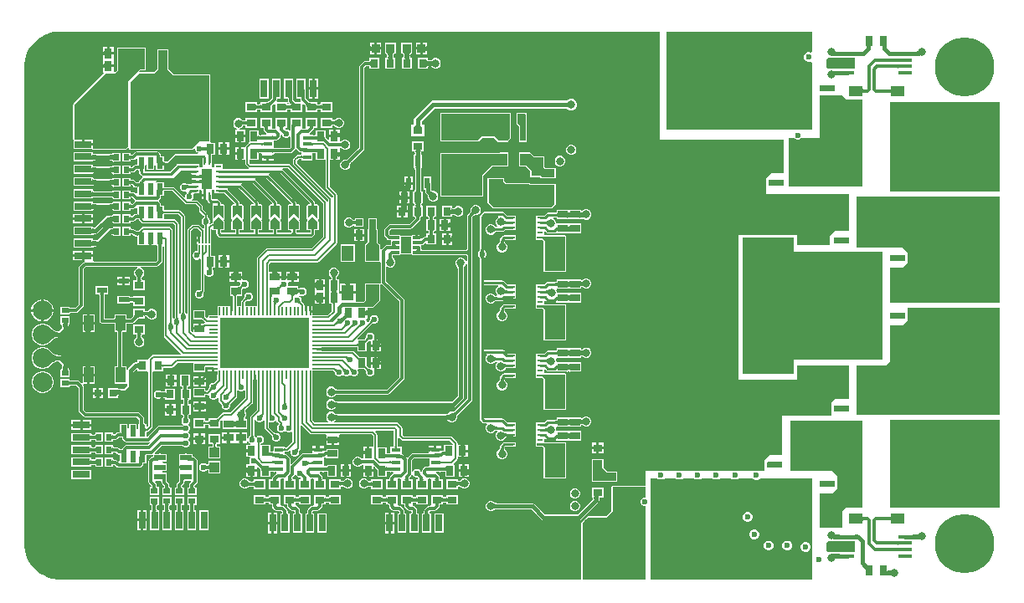
<source format=gtl>
G04*
G04 #@! TF.GenerationSoftware,Altium Limited,Altium Designer,21.6.4 (81)*
G04*
G04 Layer_Physical_Order=1*
G04 Layer_Color=255*
%FSLAX25Y25*%
%MOIN*%
G70*
G04*
G04 #@! TF.SameCoordinates,3BA059D2-C19B-422F-8E39-1BAB5BDEDA6E*
G04*
G04*
G04 #@! TF.FilePolarity,Positive*
G04*
G01*
G75*
%ADD11C,0.00787*%
%ADD14C,0.00591*%
%ADD15R,0.01260X0.01004*%
%ADD16R,0.15000X0.15394*%
%ADD17R,0.02795X0.02402*%
%ADD18R,0.05000X0.02402*%
%ADD19R,0.11102X0.05118*%
%ADD20R,0.20079X0.08465*%
%ADD21R,0.03071X0.03858*%
%ADD22R,0.05807X0.01772*%
%ADD23R,0.05512X0.04331*%
%ADD24R,0.05512X0.30709*%
%ADD25R,0.07087X0.02756*%
%ADD26R,0.08661X0.06299*%
%ADD27R,0.06299X0.08661*%
%ADD28R,0.02756X0.07087*%
%ADD29R,0.03740X0.03150*%
%ADD30R,0.03937X0.06102*%
%ADD31R,0.00591X0.01968*%
G04:AMPARAMS|DCode=32|XSize=236.22mil|YSize=236.22mil|CornerRadius=11.81mil|HoleSize=0mil|Usage=FLASHONLY|Rotation=90.000|XOffset=0mil|YOffset=0mil|HoleType=Round|Shape=RoundedRectangle|*
%AMROUNDEDRECTD32*
21,1,0.23622,0.21260,0,0,90.0*
21,1,0.21260,0.23622,0,0,90.0*
1,1,0.02362,0.10630,0.10630*
1,1,0.02362,0.10630,-0.10630*
1,1,0.02362,-0.10630,-0.10630*
1,1,0.02362,-0.10630,0.10630*
%
%ADD32ROUNDEDRECTD32*%
G04:AMPARAMS|DCode=33|XSize=236.22mil|YSize=236.22mil|CornerRadius=11.81mil|HoleSize=0mil|Usage=FLASHONLY|Rotation=180.000|XOffset=0mil|YOffset=0mil|HoleType=Round|Shape=RoundedRectangle|*
%AMROUNDEDRECTD33*
21,1,0.23622,0.21260,0,0,180.0*
21,1,0.21260,0.23622,0,0,180.0*
1,1,0.02362,-0.10630,0.10630*
1,1,0.02362,0.10630,0.10630*
1,1,0.02362,0.10630,-0.10630*
1,1,0.02362,-0.10630,-0.10630*
%
%ADD33ROUNDEDRECTD33*%
G04:AMPARAMS|DCode=34|XSize=314.96mil|YSize=236.22mil|CornerRadius=11.81mil|HoleSize=0mil|Usage=FLASHONLY|Rotation=0.000|XOffset=0mil|YOffset=0mil|HoleType=Round|Shape=RoundedRectangle|*
%AMROUNDEDRECTD34*
21,1,0.31496,0.21260,0,0,0.0*
21,1,0.29134,0.23622,0,0,0.0*
1,1,0.02362,0.14567,-0.10630*
1,1,0.02362,-0.14567,-0.10630*
1,1,0.02362,-0.14567,0.10630*
1,1,0.02362,0.14567,0.10630*
%
%ADD34ROUNDEDRECTD34*%
%ADD35R,0.04134X0.02362*%
%ADD36R,0.02756X0.01181*%
%ADD37R,0.03937X0.06693*%
%ADD38R,0.03858X0.03071*%
%ADD39R,0.05748X0.06575*%
%ADD40R,0.01575X0.02441*%
%ADD41R,0.08858X0.07284*%
%ADD42R,0.01575X0.03268*%
%ADD43R,0.03740X0.01772*%
%ADD44R,0.00984X0.01968*%
%ADD45R,0.06496X0.09449*%
%ADD46R,0.02362X0.00945*%
%ADD47R,0.03701X0.02126*%
%ADD48R,0.02362X0.04528*%
%ADD49R,0.02362X0.04331*%
%ADD50R,0.35827X0.20079*%
%ADD51R,0.00787X0.03347*%
%ADD52R,0.03347X0.00787*%
%ADD53R,0.00945X0.02362*%
%ADD54R,0.03937X0.07874*%
%ADD55R,0.12598X0.07480*%
%ADD56R,0.03543X0.07480*%
%ADD57R,0.02559X0.02756*%
%ADD58R,0.14567X0.03819*%
%ADD59R,0.03543X0.03740*%
%ADD60R,0.03150X0.03150*%
%ADD61R,0.03937X0.03937*%
%ADD62R,0.02362X0.04724*%
%ADD63C,0.01181*%
%ADD64R,0.05118X0.06299*%
%ADD65R,0.02756X0.02362*%
%ADD66R,0.04528X0.02362*%
%ADD67R,0.03150X0.03740*%
%ADD68R,0.02362X0.02756*%
%ADD126C,0.01181*%
%ADD127C,0.01575*%
%ADD128C,0.00400*%
%ADD129C,0.00945*%
%ADD130C,0.03347*%
%ADD131C,0.23622*%
%ADD132C,0.07874*%
%ADD133C,0.02362*%
%ADD134C,0.03150*%
G36*
X344279Y213583D02*
X344225Y213570D01*
X344176Y213531D01*
X344133Y213467D01*
X344096Y213377D01*
X344065Y213261D01*
X344039Y213119D01*
X344019Y212951D01*
X343996Y212539D01*
X343993Y212294D01*
X342418D01*
X342413Y212541D01*
X342373Y212957D01*
X342338Y213125D01*
X342293Y213268D01*
X342238Y213386D01*
X342173Y213477D01*
X342098Y213542D01*
X342012Y213581D01*
X341917Y213595D01*
X344279Y213583D01*
D02*
G37*
G36*
X337988Y213581D02*
X337902Y213542D01*
X337827Y213477D01*
X337762Y213386D01*
X337707Y213268D01*
X337662Y213125D01*
X337627Y212957D01*
X337602Y212762D01*
X337587Y212541D01*
X337582Y212294D01*
X336007D01*
X336004Y212539D01*
X335961Y213119D01*
X335935Y213261D01*
X335904Y213377D01*
X335867Y213467D01*
X335824Y213531D01*
X335775Y213570D01*
X335721Y213583D01*
X338083Y213595D01*
X337988Y213581D01*
D02*
G37*
G36*
X357426Y209534D02*
X357400Y209537D01*
X357339Y209540D01*
X355990Y209549D01*
X354458Y209465D01*
Y211212D01*
X354474Y211196D01*
X354521Y211181D01*
X354600Y211168D01*
X354710Y211157D01*
X355230Y211134D01*
X355645Y211130D01*
X355656Y211130D01*
X355811Y211142D01*
X355951Y211162D01*
X356077Y211190D01*
X356187Y211227D01*
X356283Y211271D01*
X356364Y211323D01*
X356429Y211383D01*
X356480Y211452D01*
X356516Y211528D01*
X357426Y209534D01*
D02*
G37*
G36*
X314327Y211138D02*
X313827Y210804D01*
X313558Y210915D01*
X312775D01*
X312051Y210616D01*
X311498Y210062D01*
X311198Y209338D01*
Y208555D01*
X311498Y207832D01*
X312051Y207278D01*
X312775Y206978D01*
X313558D01*
X313827Y207090D01*
X314327Y206755D01*
X314327Y199327D01*
Y180000D01*
X256449D01*
Y219197D01*
X314327D01*
X314327Y211138D01*
D02*
G37*
G36*
X348675Y209465D02*
X348660Y209481D01*
X348612Y209496D01*
X348534Y209509D01*
X348423Y209520D01*
X347904Y209543D01*
X347101Y209551D01*
Y211126D01*
X348675Y211212D01*
Y209465D01*
D02*
G37*
G36*
X331340Y211196D02*
X331388Y211181D01*
X331466Y211168D01*
X331577Y211157D01*
X332096Y211134D01*
X332899Y211126D01*
Y209551D01*
X331325Y209465D01*
Y211212D01*
X331340Y211196D01*
D02*
G37*
G36*
X323520Y211452D02*
X323571Y211383D01*
X323637Y211323D01*
X323717Y211271D01*
X323813Y211227D01*
X323923Y211190D01*
X324049Y211162D01*
X324189Y211142D01*
X324218Y211140D01*
X325541Y211212D01*
Y209465D01*
X325526Y209481D01*
X325479Y209496D01*
X325400Y209509D01*
X325290Y209520D01*
X324770Y209543D01*
X324171Y209549D01*
X322574Y209534D01*
X323484Y211528D01*
X323520Y211452D01*
D02*
G37*
G36*
X348675Y206906D02*
X348664Y206960D01*
X348628Y207008D01*
X348569Y207050D01*
X348486Y207087D01*
X348380Y207118D01*
X348250Y207144D01*
X348097Y207164D01*
X347719Y207186D01*
X347494Y207189D01*
Y208370D01*
X347719Y208373D01*
X348250Y208415D01*
X348380Y208441D01*
X348486Y208472D01*
X348569Y208509D01*
X348628Y208551D01*
X348664Y208599D01*
X348675Y208653D01*
Y206906D01*
D02*
G37*
G36*
Y204347D02*
X348664Y204400D01*
X348628Y204449D01*
X348569Y204491D01*
X348486Y204528D01*
X348380Y204559D01*
X348250Y204585D01*
X348097Y204604D01*
X347719Y204627D01*
X347494Y204630D01*
Y205811D01*
X347719Y205814D01*
X348250Y205856D01*
X348380Y205882D01*
X348486Y205913D01*
X348569Y205950D01*
X348628Y205992D01*
X348664Y206041D01*
X348675Y206094D01*
Y204347D01*
D02*
G37*
G36*
X331337Y204335D02*
X320665D01*
X320000Y205000D01*
Y208000D01*
X320665Y208665D01*
X331337D01*
Y204335D01*
D02*
G37*
G36*
X325541Y201788D02*
X325526Y201804D01*
X325479Y201819D01*
X325400Y201832D01*
X325290Y201843D01*
X324770Y201866D01*
X324355Y201870D01*
X324344Y201870D01*
X324189Y201858D01*
X324049Y201838D01*
X323923Y201810D01*
X323813Y201774D01*
X323717Y201729D01*
X323637Y201677D01*
X323571Y201617D01*
X323520Y201548D01*
X323484Y201472D01*
X322574Y203466D01*
X322600Y203463D01*
X322661Y203460D01*
X324010Y203451D01*
X325541Y203535D01*
Y201788D01*
D02*
G37*
G36*
X323500Y197500D02*
Y195500D01*
X323299Y195299D01*
X317563D01*
Y197701D01*
X323299D01*
X323500Y197500D01*
D02*
G37*
G36*
X345536Y194256D02*
X345524Y194368D01*
X345488Y194468D01*
X345428Y194557D01*
X345345Y194634D01*
X345237Y194699D01*
X345106Y194752D01*
X344951Y194793D01*
X344772Y194823D01*
X344569Y194841D01*
X344343Y194846D01*
Y196028D01*
X344569Y196034D01*
X344772Y196051D01*
X344951Y196081D01*
X345106Y196122D01*
X345237Y196175D01*
X345345Y196240D01*
X345428Y196317D01*
X345488Y196405D01*
X345524Y196506D01*
X345536Y196618D01*
Y194256D01*
D02*
G37*
G36*
X334476Y196506D02*
X334512Y196405D01*
X334572Y196317D01*
X334655Y196240D01*
X334763Y196175D01*
X334894Y196122D01*
X335049Y196081D01*
X335228Y196051D01*
X335431Y196034D01*
X335657Y196028D01*
Y194846D01*
X335431Y194841D01*
X335228Y194823D01*
X335049Y194793D01*
X334894Y194752D01*
X334763Y194699D01*
X334655Y194634D01*
X334572Y194557D01*
X334512Y194468D01*
X334476Y194368D01*
X334464Y194256D01*
Y196618D01*
X334476Y196506D01*
D02*
G37*
G36*
X327894Y192106D02*
X334488D01*
Y157500D01*
X305165D01*
Y176703D01*
X307376D01*
X307666Y176413D01*
X308284Y176157D01*
X308953D01*
X309571Y176413D01*
X309860Y176703D01*
X317563D01*
X317563Y181299D01*
Y193701D01*
X326299D01*
X327894Y192106D01*
D02*
G37*
G36*
X302937Y157799D02*
X297201D01*
X297000Y158000D01*
Y160000D01*
X297201Y160201D01*
X302937D01*
Y157799D01*
D02*
G37*
G36*
X389197Y155500D02*
X345512D01*
Y191106D01*
X389197D01*
Y155500D01*
D02*
G37*
G36*
X328937Y134799D02*
X323201D01*
X323000Y135000D01*
Y137000D01*
X323201Y137201D01*
X328937D01*
Y134799D01*
D02*
G37*
G36*
X248000Y219000D02*
X253748D01*
X253748Y176000D01*
X302937D01*
Y162799D01*
X297937D01*
X296000Y160862D01*
Y154500D01*
X328937D01*
Y139799D01*
X323437D01*
X321500Y137862D01*
Y134000D01*
X308449D01*
Y138000D01*
X307756D01*
Y138020D01*
X286102D01*
Y138000D01*
X285000D01*
Y80500D01*
X308449D01*
Y86000D01*
X328937D01*
Y72799D01*
X323299D01*
X322000Y71500D01*
Y66000D01*
X302437D01*
Y50299D01*
X297437D01*
X295500Y48362D01*
Y44000D01*
X248000D01*
Y38111D01*
X248000Y38111D01*
X235009D01*
X234930Y38078D01*
X234708D01*
Y37986D01*
X234703Y37985D01*
X234576Y37678D01*
Y28133D01*
X232376Y25933D01*
X225070D01*
X224764Y25806D01*
X224764Y25806D01*
X222694Y23736D01*
X222567Y23430D01*
X222567Y11158D01*
Y803D01*
X14070D01*
X12224Y1046D01*
X10427Y1527D01*
X8707Y2240D01*
X7096Y3170D01*
X5619Y4303D01*
X4303Y5619D01*
X3170Y7096D01*
X2240Y8707D01*
X1527Y10427D01*
X1046Y12224D01*
X803Y14070D01*
Y15000D01*
Y205000D01*
Y205930D01*
X1046Y207776D01*
X1527Y209573D01*
X2240Y211293D01*
X3170Y212904D01*
X4303Y214381D01*
X5619Y215697D01*
X7096Y216830D01*
X8707Y217760D01*
X10427Y218473D01*
X12224Y218954D01*
X14070Y219197D01*
X248000D01*
Y219000D01*
D02*
G37*
G36*
X351500Y130000D02*
Y128000D01*
X351299Y127799D01*
X345563D01*
Y130201D01*
X351299D01*
X351500Y130000D01*
D02*
G37*
G36*
X389197Y111000D02*
X345563Y111000D01*
X345563Y125201D01*
X350563D01*
X352500Y127138D01*
Y131000D01*
X350500Y133000D01*
X332165D01*
X332165Y153500D01*
X389197D01*
Y111000D01*
D02*
G37*
G36*
X351500Y107000D02*
Y105000D01*
X351299Y104799D01*
X345563D01*
Y107201D01*
X351299D01*
X351500Y107000D01*
D02*
G37*
G36*
X306968Y131500D02*
X342335D01*
Y113799D01*
Y88500D01*
X306968D01*
Y82768D01*
X286890D01*
Y137217D01*
X306968D01*
Y131500D01*
D02*
G37*
G36*
X328937Y67799D02*
X323201D01*
X323000Y68000D01*
Y70000D01*
X323201Y70201D01*
X328937D01*
Y67799D01*
D02*
G37*
G36*
X389197Y66500D02*
X332165D01*
Y86000D01*
X344000D01*
X345563Y87563D01*
Y102201D01*
X350563D01*
X352500Y104138D01*
Y109000D01*
X389197D01*
Y66500D01*
D02*
G37*
G36*
X302437Y45299D02*
X296701D01*
X296500Y45500D01*
Y47500D01*
X296701Y47701D01*
X302437D01*
Y45299D01*
D02*
G37*
G36*
X314335Y803D02*
X250000D01*
Y41205D01*
X252701D01*
X253048Y40858D01*
X253771Y40558D01*
X254554D01*
X255278Y40858D01*
X255625Y41205D01*
X260063D01*
X260410Y40858D01*
X261134Y40558D01*
X261917D01*
X262640Y40858D01*
X262987Y41205D01*
X267425D01*
X267772Y40858D01*
X268496Y40558D01*
X269279D01*
X270002Y40858D01*
X270349Y41205D01*
X274787D01*
X275134Y40858D01*
X275858Y40558D01*
X276641D01*
X277364Y40858D01*
X277711Y41205D01*
X282150D01*
X282497Y40858D01*
X283220Y40558D01*
X284003D01*
X284727Y40858D01*
X285074Y41205D01*
X290710D01*
X291100Y40815D01*
X291823Y40515D01*
X292606D01*
X293330Y40815D01*
X293720Y41205D01*
X314335D01*
Y803D01*
D02*
G37*
G36*
X323500Y40000D02*
Y38000D01*
X323299Y37799D01*
X317563D01*
Y40201D01*
X323299D01*
X323500Y40000D01*
D02*
G37*
G36*
X389197Y29394D02*
X345512D01*
Y64500D01*
X389197D01*
Y29394D01*
D02*
G37*
G36*
X345536Y23882D02*
X345524Y23994D01*
X345488Y24094D01*
X345428Y24183D01*
X345345Y24260D01*
X345237Y24325D01*
X345106Y24378D01*
X344951Y24419D01*
X344772Y24449D01*
X344569Y24466D01*
X344343Y24472D01*
Y25653D01*
X344569Y25659D01*
X344772Y25677D01*
X344951Y25707D01*
X345106Y25748D01*
X345237Y25801D01*
X345345Y25866D01*
X345428Y25943D01*
X345488Y26032D01*
X345524Y26132D01*
X345536Y26244D01*
Y23882D01*
D02*
G37*
G36*
X334476Y26132D02*
X334512Y26032D01*
X334572Y25943D01*
X334655Y25866D01*
X334763Y25801D01*
X334894Y25748D01*
X335049Y25707D01*
X335228Y25677D01*
X335431Y25659D01*
X335657Y25653D01*
Y24472D01*
X335431Y24466D01*
X335228Y24449D01*
X335049Y24419D01*
X334894Y24378D01*
X334763Y24325D01*
X334655Y24260D01*
X334572Y24183D01*
X334512Y24094D01*
X334476Y23994D01*
X334464Y23882D01*
Y26244D01*
X334476Y26132D01*
D02*
G37*
G36*
X334488Y29394D02*
X327894D01*
X326500Y28000D01*
X326500Y21299D01*
X317563D01*
Y35201D01*
X322563D01*
X324500Y37138D01*
Y42000D01*
X322500Y44000D01*
X305665D01*
X305665Y64000D01*
X334488D01*
X334488Y29394D01*
D02*
G37*
G36*
X356994Y16788D02*
X356925Y16838D01*
X356845Y16883D01*
X356753Y16922D01*
X356651Y16957D01*
X356537Y16985D01*
X356412Y17009D01*
X356275Y17028D01*
X355976Y17048D01*
X354458Y16965D01*
Y18712D01*
X354474Y18696D01*
X354521Y18681D01*
X354600Y18668D01*
X354710Y18657D01*
X355230Y18634D01*
X355744Y18629D01*
X355779Y18630D01*
X356082Y18658D01*
X356216Y18683D01*
X356337Y18715D01*
X356447Y18754D01*
X356545Y18800D01*
X356631Y18853D01*
X356706Y18914D01*
X356768Y18981D01*
X356994Y16788D01*
D02*
G37*
G36*
X331338Y18696D02*
X331378Y18681D01*
X331445Y18668D01*
X331539Y18657D01*
X331806Y18640D01*
X332661Y18626D01*
Y17051D01*
X332407Y17050D01*
X331338Y16981D01*
X331325Y16965D01*
Y18712D01*
X331338Y18696D01*
D02*
G37*
G36*
X323520Y18952D02*
X323571Y18883D01*
X323637Y18823D01*
X323717Y18771D01*
X323813Y18726D01*
X323923Y18690D01*
X324049Y18662D01*
X324189Y18642D01*
X324218Y18640D01*
X325541Y18712D01*
Y16965D01*
X325526Y16981D01*
X325479Y16996D01*
X325400Y17009D01*
X325290Y17020D01*
X324770Y17043D01*
X324171Y17049D01*
X322574Y17034D01*
X323484Y19028D01*
X323520Y18952D01*
D02*
G37*
G36*
X348675Y14406D02*
X348664Y14459D01*
X348628Y14508D01*
X348569Y14550D01*
X348486Y14587D01*
X348380Y14618D01*
X348250Y14644D01*
X348097Y14663D01*
X347719Y14686D01*
X347494Y14689D01*
Y15870D01*
X347719Y15873D01*
X348250Y15915D01*
X348380Y15941D01*
X348486Y15972D01*
X348569Y16009D01*
X348628Y16051D01*
X348664Y16100D01*
X348675Y16153D01*
Y14406D01*
D02*
G37*
G36*
Y11847D02*
X348664Y11901D01*
X348628Y11949D01*
X348569Y11991D01*
X348486Y12028D01*
X348380Y12059D01*
X348250Y12085D01*
X348097Y12104D01*
X347719Y12127D01*
X347494Y12130D01*
Y13311D01*
X347719Y13314D01*
X348250Y13356D01*
X348380Y13382D01*
X348486Y13413D01*
X348569Y13450D01*
X348628Y13492D01*
X348664Y13541D01*
X348675Y13594D01*
Y11847D01*
D02*
G37*
G36*
X331337Y11835D02*
X320665D01*
X320000Y12500D01*
Y15500D01*
X320665Y16165D01*
X331337D01*
Y11835D01*
D02*
G37*
G36*
X325541Y9288D02*
X325526Y9304D01*
X325479Y9319D01*
X325400Y9332D01*
X325290Y9343D01*
X324770Y9366D01*
X324355Y9370D01*
X324344Y9370D01*
X324189Y9358D01*
X324049Y9338D01*
X323923Y9310D01*
X323813Y9273D01*
X323717Y9229D01*
X323637Y9177D01*
X323571Y9117D01*
X323520Y9048D01*
X323484Y8972D01*
X322574Y10966D01*
X322600Y10963D01*
X322661Y10960D01*
X324010Y10951D01*
X325541Y11035D01*
Y9288D01*
D02*
G37*
G36*
X335668Y7201D02*
X336270Y6688D01*
X336532Y6504D01*
X336768Y6368D01*
X336978Y6281D01*
X337161Y6242D01*
X337318Y6252D01*
X337449Y6310D01*
X337554Y6417D01*
X335721Y3796D01*
X335787Y3942D01*
X335801Y4117D01*
X335763Y4322D01*
X335673Y4556D01*
X335532Y4820D01*
X335339Y5113D01*
X335095Y5436D01*
X334450Y6169D01*
X334050Y6580D01*
X335327Y7531D01*
X335668Y7201D01*
D02*
G37*
G36*
X344284Y4925D02*
X344332Y4791D01*
X344412Y4673D01*
X344523Y4571D01*
X344666Y4484D01*
X344840Y4413D01*
X345046Y4358D01*
X345235Y4327D01*
X345301Y4338D01*
X345425Y4366D01*
X345538Y4401D01*
X345639Y4442D01*
X345729Y4489D01*
X345808Y4543D01*
X345875Y4602D01*
Y2398D01*
X345808Y2458D01*
X345729Y2511D01*
X345639Y2558D01*
X345538Y2599D01*
X345425Y2634D01*
X345301Y2662D01*
X345165Y2684D01*
X345161Y2685D01*
X344342Y2630D01*
X344295Y2607D01*
X344279Y2583D01*
X344267Y5075D01*
X344284Y4925D01*
D02*
G37*
G36*
X248000Y33416D02*
X247429D01*
X246811Y33160D01*
X246338Y32687D01*
X246082Y32069D01*
Y31401D01*
X246338Y30783D01*
X246811Y30310D01*
X247429Y30054D01*
X248000D01*
X248000Y27954D01*
Y25500D01*
D01*
Y22231D01*
Y20568D01*
D01*
Y14231D01*
Y12568D01*
D01*
X248000Y6231D01*
Y4568D01*
D01*
Y803D01*
X223000D01*
Y11158D01*
X223000Y23430D01*
X225070Y25500D01*
X232555D01*
X235009Y27954D01*
Y37678D01*
X248000D01*
Y33416D01*
D02*
G37*
%LPC*%
G36*
X285500Y217145D02*
Y215500D01*
X287145D01*
X286842Y216231D01*
X286231Y216842D01*
X285500Y217145D01*
D02*
G37*
G36*
X284500D02*
X283769Y216842D01*
X283158Y216231D01*
X282855Y215500D01*
X284500D01*
Y217145D01*
D02*
G37*
G36*
X277500D02*
Y215500D01*
X279145D01*
X278842Y216231D01*
X278231Y216842D01*
X277500Y217145D01*
D02*
G37*
G36*
X276500D02*
X275769Y216842D01*
X275158Y216231D01*
X274855Y215500D01*
X276500D01*
Y217145D01*
D02*
G37*
G36*
X269500D02*
Y215500D01*
X271145D01*
X270842Y216231D01*
X270231Y216842D01*
X269500Y217145D01*
D02*
G37*
G36*
X268500D02*
X267769Y216842D01*
X267158Y216231D01*
X266855Y215500D01*
X268500D01*
Y217145D01*
D02*
G37*
G36*
X261500D02*
Y215500D01*
X263145D01*
X262842Y216231D01*
X262231Y216842D01*
X261500Y217145D01*
D02*
G37*
G36*
X260500D02*
X259769Y216842D01*
X259158Y216231D01*
X258855Y215500D01*
X260500D01*
Y217145D01*
D02*
G37*
G36*
X287145Y214500D02*
X285500D01*
Y212855D01*
X286231Y213158D01*
X286842Y213769D01*
X287145Y214500D01*
D02*
G37*
G36*
X284500D02*
X282855D01*
X283158Y213769D01*
X283769Y213158D01*
X284500Y212855D01*
Y214500D01*
D02*
G37*
G36*
X279145D02*
X277500D01*
Y212855D01*
X278231Y213158D01*
X278842Y213769D01*
X279145Y214500D01*
D02*
G37*
G36*
X276500D02*
X274855D01*
X275158Y213769D01*
X275769Y213158D01*
X276500Y212855D01*
Y214500D01*
D02*
G37*
G36*
X271145D02*
X269500D01*
Y212855D01*
X270231Y213158D01*
X270842Y213769D01*
X271145Y214500D01*
D02*
G37*
G36*
X268500D02*
X266855D01*
X267158Y213769D01*
X267769Y213158D01*
X268500Y212855D01*
Y214500D01*
D02*
G37*
G36*
X263145D02*
X261500D01*
Y212855D01*
X262231Y213158D01*
X262842Y213769D01*
X263145Y214500D01*
D02*
G37*
G36*
X260500D02*
X258855D01*
X259158Y213769D01*
X259769Y213158D01*
X260500Y212855D01*
Y214500D01*
D02*
G37*
G36*
X285500Y209145D02*
Y207500D01*
X287145D01*
X286842Y208231D01*
X286231Y208842D01*
X285500Y209145D01*
D02*
G37*
G36*
X284500D02*
X283769Y208842D01*
X283158Y208231D01*
X282855Y207500D01*
X284500D01*
Y209145D01*
D02*
G37*
G36*
X277500D02*
Y207500D01*
X279145D01*
X278842Y208231D01*
X278231Y208842D01*
X277500Y209145D01*
D02*
G37*
G36*
X276500D02*
X275769Y208842D01*
X275158Y208231D01*
X274855Y207500D01*
X276500D01*
Y209145D01*
D02*
G37*
G36*
X269500D02*
Y207500D01*
X271145D01*
X270842Y208231D01*
X270231Y208842D01*
X269500Y209145D01*
D02*
G37*
G36*
X268500D02*
X267769Y208842D01*
X267158Y208231D01*
X266855Y207500D01*
X268500D01*
Y209145D01*
D02*
G37*
G36*
X261500D02*
Y207500D01*
X263145D01*
X262842Y208231D01*
X262231Y208842D01*
X261500Y209145D01*
D02*
G37*
G36*
X260500D02*
X259769Y208842D01*
X259158Y208231D01*
X258855Y207500D01*
X260500D01*
Y209145D01*
D02*
G37*
G36*
X287145Y206500D02*
X285500D01*
Y204855D01*
X286231Y205158D01*
X286842Y205769D01*
X287145Y206500D01*
D02*
G37*
G36*
X284500D02*
X282855D01*
X283158Y205769D01*
X283769Y205158D01*
X284500Y204855D01*
Y206500D01*
D02*
G37*
G36*
X279145D02*
X277500D01*
Y204855D01*
X278231Y205158D01*
X278842Y205769D01*
X279145Y206500D01*
D02*
G37*
G36*
X276500D02*
X274855D01*
X275158Y205769D01*
X275769Y205158D01*
X276500Y204855D01*
Y206500D01*
D02*
G37*
G36*
X271145D02*
X269500D01*
Y204855D01*
X270231Y205158D01*
X270842Y205769D01*
X271145Y206500D01*
D02*
G37*
G36*
X268500D02*
X266855D01*
X267158Y205769D01*
X267769Y205158D01*
X268500Y204855D01*
Y206500D01*
D02*
G37*
G36*
X263145D02*
X261500D01*
Y204855D01*
X262231Y205158D01*
X262842Y205769D01*
X263145Y206500D01*
D02*
G37*
G36*
X260500D02*
X258855D01*
X259158Y205769D01*
X259769Y205158D01*
X260500Y204855D01*
Y206500D01*
D02*
G37*
G36*
X285500Y201145D02*
Y199500D01*
X287145D01*
X286842Y200231D01*
X286231Y200842D01*
X285500Y201145D01*
D02*
G37*
G36*
X284500D02*
X283769Y200842D01*
X283158Y200231D01*
X282855Y199500D01*
X284500D01*
Y201145D01*
D02*
G37*
G36*
X277500D02*
Y199500D01*
X279145D01*
X278842Y200231D01*
X278231Y200842D01*
X277500Y201145D01*
D02*
G37*
G36*
X276500D02*
X275769Y200842D01*
X275158Y200231D01*
X274855Y199500D01*
X276500D01*
Y201145D01*
D02*
G37*
G36*
X269500D02*
Y199500D01*
X271145D01*
X270842Y200231D01*
X270231Y200842D01*
X269500Y201145D01*
D02*
G37*
G36*
X268500D02*
X267769Y200842D01*
X267158Y200231D01*
X266855Y199500D01*
X268500D01*
Y201145D01*
D02*
G37*
G36*
X261500D02*
Y199500D01*
X263145D01*
X262842Y200231D01*
X262231Y200842D01*
X261500Y201145D01*
D02*
G37*
G36*
X260500D02*
X259769Y200842D01*
X259158Y200231D01*
X258855Y199500D01*
X260500D01*
Y201145D01*
D02*
G37*
G36*
X287145Y198500D02*
X285500D01*
Y196855D01*
X286231Y197158D01*
X286842Y197769D01*
X287145Y198500D01*
D02*
G37*
G36*
X284500D02*
X282855D01*
X283158Y197769D01*
X283769Y197158D01*
X284500Y196855D01*
Y198500D01*
D02*
G37*
G36*
X279145D02*
X277500D01*
Y196855D01*
X278231Y197158D01*
X278842Y197769D01*
X279145Y198500D01*
D02*
G37*
G36*
X276500D02*
X274855D01*
X275158Y197769D01*
X275769Y197158D01*
X276500Y196855D01*
Y198500D01*
D02*
G37*
G36*
X271145D02*
X269500D01*
Y196855D01*
X270231Y197158D01*
X270842Y197769D01*
X271145Y198500D01*
D02*
G37*
G36*
X268500D02*
X266855D01*
X267158Y197769D01*
X267769Y197158D01*
X268500Y196855D01*
Y198500D01*
D02*
G37*
G36*
X263145D02*
X261500D01*
Y196855D01*
X262231Y197158D01*
X262842Y197769D01*
X263145Y198500D01*
D02*
G37*
G36*
X260500D02*
X258855D01*
X259158Y197769D01*
X259769Y197158D01*
X260500Y196855D01*
Y198500D01*
D02*
G37*
G36*
X381500Y182145D02*
Y180500D01*
X383145D01*
X382842Y181231D01*
X382231Y181842D01*
X381500Y182145D01*
D02*
G37*
G36*
X380500D02*
X379769Y181842D01*
X379158Y181231D01*
X378855Y180500D01*
X380500D01*
Y182145D01*
D02*
G37*
G36*
X373500D02*
Y180500D01*
X375145D01*
X374842Y181231D01*
X374231Y181842D01*
X373500Y182145D01*
D02*
G37*
G36*
X372500D02*
X371769Y181842D01*
X371158Y181231D01*
X370855Y180500D01*
X372500D01*
Y182145D01*
D02*
G37*
G36*
X365500D02*
Y180500D01*
X367145D01*
X366842Y181231D01*
X366231Y181842D01*
X365500Y182145D01*
D02*
G37*
G36*
X364500D02*
X363769Y181842D01*
X363158Y181231D01*
X362855Y180500D01*
X364500D01*
Y182145D01*
D02*
G37*
G36*
X357500D02*
Y180500D01*
X359145D01*
X358842Y181231D01*
X358231Y181842D01*
X357500Y182145D01*
D02*
G37*
G36*
X356500D02*
X355769Y181842D01*
X355158Y181231D01*
X354855Y180500D01*
X356500D01*
Y182145D01*
D02*
G37*
G36*
X383145Y179500D02*
X381500D01*
Y177855D01*
X382231Y178158D01*
X382842Y178769D01*
X383145Y179500D01*
D02*
G37*
G36*
X380500D02*
X378855D01*
X379158Y178769D01*
X379769Y178158D01*
X380500Y177855D01*
Y179500D01*
D02*
G37*
G36*
X375145D02*
X373500D01*
Y177855D01*
X374231Y178158D01*
X374842Y178769D01*
X375145Y179500D01*
D02*
G37*
G36*
X372500D02*
X370855D01*
X371158Y178769D01*
X371769Y178158D01*
X372500Y177855D01*
Y179500D01*
D02*
G37*
G36*
X367145D02*
X365500D01*
Y177855D01*
X366231Y178158D01*
X366842Y178769D01*
X367145Y179500D01*
D02*
G37*
G36*
X364500D02*
X362855D01*
X363158Y178769D01*
X363769Y178158D01*
X364500Y177855D01*
Y179500D01*
D02*
G37*
G36*
X359145D02*
X357500D01*
Y177855D01*
X358231Y178158D01*
X358842Y178769D01*
X359145Y179500D01*
D02*
G37*
G36*
X356500D02*
X354855D01*
X355158Y178769D01*
X355769Y178158D01*
X356500Y177855D01*
Y179500D01*
D02*
G37*
G36*
X381500Y174145D02*
Y172500D01*
X383145D01*
X382842Y173231D01*
X382231Y173842D01*
X381500Y174145D01*
D02*
G37*
G36*
X380500D02*
X379769Y173842D01*
X379158Y173231D01*
X378855Y172500D01*
X380500D01*
Y174145D01*
D02*
G37*
G36*
X373500D02*
Y172500D01*
X375145D01*
X374842Y173231D01*
X374231Y173842D01*
X373500Y174145D01*
D02*
G37*
G36*
X372500D02*
X371769Y173842D01*
X371158Y173231D01*
X370855Y172500D01*
X372500D01*
Y174145D01*
D02*
G37*
G36*
X365500D02*
Y172500D01*
X367145D01*
X366842Y173231D01*
X366231Y173842D01*
X365500Y174145D01*
D02*
G37*
G36*
X364500D02*
X363769Y173842D01*
X363158Y173231D01*
X362855Y172500D01*
X364500D01*
Y174145D01*
D02*
G37*
G36*
X357500D02*
Y172500D01*
X359145D01*
X358842Y173231D01*
X358231Y173842D01*
X357500Y174145D01*
D02*
G37*
G36*
X356500D02*
X355769Y173842D01*
X355158Y173231D01*
X354855Y172500D01*
X356500D01*
Y174145D01*
D02*
G37*
G36*
X383145Y171500D02*
X381500D01*
Y169855D01*
X382231Y170158D01*
X382842Y170769D01*
X383145Y171500D01*
D02*
G37*
G36*
X380500D02*
X378855D01*
X379158Y170769D01*
X379769Y170158D01*
X380500Y169855D01*
Y171500D01*
D02*
G37*
G36*
X375145D02*
X373500D01*
Y169855D01*
X374231Y170158D01*
X374842Y170769D01*
X375145Y171500D01*
D02*
G37*
G36*
X372500D02*
X370855D01*
X371158Y170769D01*
X371769Y170158D01*
X372500Y169855D01*
Y171500D01*
D02*
G37*
G36*
X367145D02*
X365500D01*
Y169855D01*
X366231Y170158D01*
X366842Y170769D01*
X367145Y171500D01*
D02*
G37*
G36*
X364500D02*
X362855D01*
X363158Y170769D01*
X363769Y170158D01*
X364500Y169855D01*
Y171500D01*
D02*
G37*
G36*
X359145D02*
X357500D01*
Y169855D01*
X358231Y170158D01*
X358842Y170769D01*
X359145Y171500D01*
D02*
G37*
G36*
X356500D02*
X354855D01*
X355158Y170769D01*
X355769Y170158D01*
X356500Y169855D01*
Y171500D01*
D02*
G37*
G36*
X381500Y166145D02*
Y164500D01*
X383145D01*
X382842Y165231D01*
X382231Y165842D01*
X381500Y166145D01*
D02*
G37*
G36*
X380500D02*
X379769Y165842D01*
X379158Y165231D01*
X378855Y164500D01*
X380500D01*
Y166145D01*
D02*
G37*
G36*
X373500D02*
Y164500D01*
X375145D01*
X374842Y165231D01*
X374231Y165842D01*
X373500Y166145D01*
D02*
G37*
G36*
X372500D02*
X371769Y165842D01*
X371158Y165231D01*
X370855Y164500D01*
X372500D01*
Y166145D01*
D02*
G37*
G36*
X365500D02*
Y164500D01*
X367145D01*
X366842Y165231D01*
X366231Y165842D01*
X365500Y166145D01*
D02*
G37*
G36*
X364500D02*
X363769Y165842D01*
X363158Y165231D01*
X362855Y164500D01*
X364500D01*
Y166145D01*
D02*
G37*
G36*
X357500D02*
Y164500D01*
X359145D01*
X358842Y165231D01*
X358231Y165842D01*
X357500Y166145D01*
D02*
G37*
G36*
X356500D02*
X355769Y165842D01*
X355158Y165231D01*
X354855Y164500D01*
X356500D01*
Y166145D01*
D02*
G37*
G36*
X383145Y163500D02*
X381500D01*
Y161855D01*
X382231Y162158D01*
X382842Y162769D01*
X383145Y163500D01*
D02*
G37*
G36*
X380500D02*
X378855D01*
X379158Y162769D01*
X379769Y162158D01*
X380500Y161855D01*
Y163500D01*
D02*
G37*
G36*
X375145D02*
X373500D01*
Y161855D01*
X374231Y162158D01*
X374842Y162769D01*
X375145Y163500D01*
D02*
G37*
G36*
X372500D02*
X370855D01*
X371158Y162769D01*
X371769Y162158D01*
X372500Y161855D01*
Y163500D01*
D02*
G37*
G36*
X367145D02*
X365500D01*
Y161855D01*
X366231Y162158D01*
X366842Y162769D01*
X367145Y163500D01*
D02*
G37*
G36*
X364500D02*
X362855D01*
X363158Y162769D01*
X363769Y162158D01*
X364500Y161855D01*
Y163500D01*
D02*
G37*
G36*
X359145D02*
X357500D01*
Y161855D01*
X358231Y162158D01*
X358842Y162769D01*
X359145Y163500D01*
D02*
G37*
G36*
X356500D02*
X354855D01*
X355158Y162769D01*
X355769Y162158D01*
X356500Y161855D01*
Y163500D01*
D02*
G37*
G36*
X250000Y217145D02*
Y215500D01*
X251645D01*
X251342Y216231D01*
X250731Y216842D01*
X250000Y217145D01*
D02*
G37*
G36*
X249000D02*
X248269Y216842D01*
X247658Y216231D01*
X247355Y215500D01*
X249000D01*
Y217145D01*
D02*
G37*
G36*
X242000D02*
Y215500D01*
X243645D01*
X243342Y216231D01*
X242731Y216842D01*
X242000Y217145D01*
D02*
G37*
G36*
X241000D02*
X240269Y216842D01*
X239658Y216231D01*
X239355Y215500D01*
X241000D01*
Y217145D01*
D02*
G37*
G36*
X234000D02*
Y215500D01*
X235645D01*
X235342Y216231D01*
X234731Y216842D01*
X234000Y217145D01*
D02*
G37*
G36*
X233000D02*
X232269Y216842D01*
X231658Y216231D01*
X231355Y215500D01*
X233000D01*
Y217145D01*
D02*
G37*
G36*
X226000D02*
Y215500D01*
X227645D01*
X227342Y216231D01*
X226731Y216842D01*
X226000Y217145D01*
D02*
G37*
G36*
X225000D02*
X224269Y216842D01*
X223658Y216231D01*
X223355Y215500D01*
X225000D01*
Y217145D01*
D02*
G37*
G36*
X161177Y214870D02*
X159406D01*
Y213000D01*
X160653D01*
Y214075D01*
X160669Y213925D01*
X160717Y213791D01*
X160796Y213673D01*
X160907Y213571D01*
X161050Y213484D01*
X161177Y213433D01*
Y214870D01*
D02*
G37*
G36*
X142866D02*
X141095D01*
Y213000D01*
X142866D01*
Y214870D01*
D02*
G37*
G36*
X158405D02*
X156634D01*
Y213000D01*
X158405D01*
Y214870D01*
D02*
G37*
G36*
X140094D02*
X138323D01*
Y213433D01*
X138450Y213484D01*
X138593Y213571D01*
X138704Y213673D01*
X138783Y213791D01*
X138831Y213925D01*
X138847Y214075D01*
Y213000D01*
X140094D01*
Y214870D01*
D02*
G37*
G36*
X251645Y214500D02*
X250000D01*
Y212855D01*
X250731Y213158D01*
X251342Y213769D01*
X251645Y214500D01*
D02*
G37*
G36*
X249000D02*
X247355D01*
X247658Y213769D01*
X248269Y213158D01*
X249000Y212855D01*
Y214500D01*
D02*
G37*
G36*
X243645D02*
X242000D01*
Y212855D01*
X242731Y213158D01*
X243342Y213769D01*
X243645Y214500D01*
D02*
G37*
G36*
X241000D02*
X239355D01*
X239658Y213769D01*
X240269Y213158D01*
X241000Y212855D01*
Y214500D01*
D02*
G37*
G36*
X235645D02*
X234000D01*
Y212855D01*
X234731Y213158D01*
X235342Y213769D01*
X235645Y214500D01*
D02*
G37*
G36*
X233000D02*
X231355D01*
X231658Y213769D01*
X232269Y213158D01*
X233000Y212855D01*
Y214500D01*
D02*
G37*
G36*
X227645D02*
X226000D01*
Y212855D01*
X226731Y213158D01*
X227342Y213769D01*
X227645Y214500D01*
D02*
G37*
G36*
X225000D02*
X223355D01*
X223658Y213769D01*
X224269Y213158D01*
X225000Y212855D01*
Y214500D01*
D02*
G37*
G36*
X36279Y212929D02*
X34744D01*
Y211000D01*
X36279D01*
Y212929D01*
D02*
G37*
G36*
X33744D02*
X32209D01*
Y211162D01*
X32296Y211185D01*
X32425Y211238D01*
X32532Y211303D01*
X32614Y211380D01*
X32673Y211469D01*
X32709Y211569D01*
X32721Y211681D01*
Y211000D01*
X33744D01*
Y212929D01*
D02*
G37*
G36*
X140094Y212000D02*
X138847D01*
Y210925D01*
X138831Y211075D01*
X138783Y211209D01*
X138704Y211327D01*
X138593Y211429D01*
X138450Y211516D01*
X138323Y211567D01*
Y210130D01*
X140094D01*
Y212000D01*
D02*
G37*
G36*
X160653D02*
X159406D01*
Y210130D01*
X161177D01*
Y211567D01*
X161050Y211516D01*
X160907Y211429D01*
X160796Y211327D01*
X160717Y211209D01*
X160669Y211075D01*
X160653Y210925D01*
Y212000D01*
D02*
G37*
G36*
X158405D02*
X156634D01*
Y210130D01*
X158405D01*
Y212000D01*
D02*
G37*
G36*
X142866D02*
X141095D01*
Y210130D01*
X142866D01*
Y212000D01*
D02*
G37*
G36*
X36279Y210000D02*
X34244D01*
X32721D01*
Y209319D01*
X32709Y209431D01*
X32673Y209531D01*
X32614Y209620D01*
X32532Y209697D01*
X32425Y209762D01*
X32296Y209815D01*
X32209Y209838D01*
Y208429D01*
X32209Y208071D01*
X32209Y207571D01*
Y206162D01*
X32296Y206185D01*
X32425Y206238D01*
X32532Y206303D01*
X32614Y206380D01*
X32673Y206469D01*
X32709Y206569D01*
X32721Y206681D01*
Y206000D01*
X34244D01*
X36279D01*
Y207571D01*
X36279Y207929D01*
X36279Y208429D01*
Y210000D01*
D02*
G37*
G36*
X155172Y214770D02*
X150828D01*
Y210230D01*
X151367D01*
X151380Y210223D01*
X151478Y210213D01*
X151512Y210201D01*
X151543Y210180D01*
X151581Y210139D01*
X151628Y210062D01*
X151675Y209945D01*
X151718Y209785D01*
X151751Y209584D01*
X151759Y209500D01*
X151752Y209420D01*
X151719Y209221D01*
X151677Y209062D01*
X151653Y209002D01*
X151245Y208770D01*
X151245D01*
X151245Y208770D01*
X151025Y208770D01*
X151004Y208358D01*
X151008Y208349D01*
X151007Y208312D01*
X151025Y208278D01*
Y204230D01*
X154975D01*
Y208270D01*
X154975Y208278D01*
X154993Y208312D01*
X154992Y208349D01*
X154996Y208358D01*
X154975Y208770D01*
X154755D01*
X154755Y208770D01*
X154754D01*
X154347Y209002D01*
X154323Y209062D01*
X154281Y209221D01*
X154248Y209420D01*
X154241Y209500D01*
X154249Y209584D01*
X154282Y209785D01*
X154325Y209945D01*
X154372Y210062D01*
X154419Y210139D01*
X154457Y210180D01*
X154488Y210201D01*
X154522Y210213D01*
X154621Y210223D01*
X154632Y210230D01*
X155172D01*
Y214770D01*
D02*
G37*
G36*
X148672D02*
X144328D01*
Y210230D01*
X144868D01*
X144879Y210223D01*
X144978Y210213D01*
X145012Y210201D01*
X145043Y210180D01*
X145081Y210139D01*
X145128Y210062D01*
X145175Y209945D01*
X145218Y209785D01*
X145251Y209584D01*
X145259Y209500D01*
X145252Y209420D01*
X145219Y209221D01*
X145177Y209062D01*
X145153Y209002D01*
X144746Y208770D01*
X144745D01*
X144745Y208770D01*
X144525Y208770D01*
X144504Y208358D01*
X144508Y208349D01*
X144507Y208312D01*
X144525Y208278D01*
Y204230D01*
X148475D01*
Y208270D01*
X148475Y208278D01*
X148493Y208312D01*
X148492Y208349D01*
X148496Y208358D01*
X148475Y208770D01*
X148255D01*
X148255Y208770D01*
X148255D01*
X147847Y209002D01*
X147823Y209062D01*
X147781Y209221D01*
X147748Y209420D01*
X147741Y209500D01*
X147749Y209584D01*
X147782Y209785D01*
X147825Y209945D01*
X147872Y210062D01*
X147919Y210139D01*
X147957Y210180D01*
X147988Y210201D01*
X148022Y210213D01*
X148120Y210223D01*
X148133Y210230D01*
X148672D01*
Y214770D01*
D02*
G37*
G36*
X250000Y209145D02*
Y207500D01*
X251645D01*
X251342Y208231D01*
X250731Y208842D01*
X250000Y209145D01*
D02*
G37*
G36*
X249000D02*
X248269Y208842D01*
X247658Y208231D01*
X247355Y207500D01*
X249000D01*
Y209145D01*
D02*
G37*
G36*
X242000D02*
Y207500D01*
X243645D01*
X243342Y208231D01*
X242731Y208842D01*
X242000Y209145D01*
D02*
G37*
G36*
X241000D02*
X240269Y208842D01*
X239658Y208231D01*
X239355Y207500D01*
X241000D01*
Y209145D01*
D02*
G37*
G36*
X234000D02*
Y207500D01*
X235645D01*
X235342Y208231D01*
X234731Y208842D01*
X234000Y209145D01*
D02*
G37*
G36*
X233000D02*
X232269Y208842D01*
X231658Y208231D01*
X231355Y207500D01*
X233000D01*
Y209145D01*
D02*
G37*
G36*
X226000D02*
Y207500D01*
X227645D01*
X227342Y208231D01*
X226731Y208842D01*
X226000Y209145D01*
D02*
G37*
G36*
X225000D02*
X224269Y208842D01*
X223658Y208231D01*
X223355Y207500D01*
X225000D01*
Y209145D01*
D02*
G37*
G36*
X251645Y206500D02*
X250000D01*
Y204855D01*
X250731Y205158D01*
X251342Y205769D01*
X251645Y206500D01*
D02*
G37*
G36*
X249000D02*
X247355D01*
X247658Y205769D01*
X248269Y205158D01*
X249000Y204855D01*
Y206500D01*
D02*
G37*
G36*
X243645D02*
X242000D01*
Y204855D01*
X242731Y205158D01*
X243342Y205769D01*
X243645Y206500D01*
D02*
G37*
G36*
X241000D02*
X239355D01*
X239658Y205769D01*
X240269Y205158D01*
X241000Y204855D01*
Y206500D01*
D02*
G37*
G36*
X235645D02*
X234000D01*
Y204855D01*
X234731Y205158D01*
X235342Y205769D01*
X235645Y206500D01*
D02*
G37*
G36*
X233000D02*
X231355D01*
X231658Y205769D01*
X232269Y205158D01*
X233000Y204855D01*
Y206500D01*
D02*
G37*
G36*
X227645D02*
X226000D01*
Y204855D01*
X226731Y205158D01*
X227342Y205769D01*
X227645Y206500D01*
D02*
G37*
G36*
X225000D02*
X223355D01*
X223658Y205769D01*
X224269Y205158D01*
X225000Y204855D01*
Y206500D01*
D02*
G37*
G36*
X161274Y208770D02*
X157324D01*
Y204230D01*
X161274D01*
Y204868D01*
X161281Y204879D01*
X161291Y204978D01*
X161303Y205012D01*
X161324Y205043D01*
X161365Y205081D01*
X161442Y205128D01*
X161559Y205175D01*
X161719Y205218D01*
X161920Y205251D01*
X162160Y205272D01*
X162288Y205276D01*
X162487Y205268D01*
X162608Y205255D01*
X162718Y205237D01*
X162813Y205215D01*
X162867Y205199D01*
X163325Y204741D01*
X164087Y204425D01*
X164913D01*
X165675Y204741D01*
X166259Y205325D01*
X166575Y206087D01*
Y206913D01*
X166259Y207675D01*
X165675Y208259D01*
X164913Y208575D01*
X164087D01*
X163325Y208259D01*
X162867Y207801D01*
X162813Y207785D01*
X162718Y207763D01*
X162613Y207746D01*
X162339Y207723D01*
X162336Y207723D01*
X162160Y207728D01*
X161920Y207749D01*
X161719Y207782D01*
X161559Y207825D01*
X161442Y207872D01*
X161365Y207919D01*
X161324Y207957D01*
X161303Y207988D01*
X161291Y208022D01*
X161281Y208120D01*
X161274Y208133D01*
Y208770D01*
D02*
G37*
G36*
X142176D02*
X138226D01*
Y207739D01*
X138219Y207727D01*
X138213Y207666D01*
X138213Y207665D01*
X138212Y207664D01*
X138198Y207651D01*
X138157Y207627D01*
X138083Y207596D01*
X137974Y207568D01*
X137832Y207544D01*
X137659Y207529D01*
X137446Y207523D01*
X137416Y207510D01*
X136500D01*
X136114Y207433D01*
X135786Y207214D01*
X134286Y205714D01*
X134067Y205386D01*
X133990Y205000D01*
Y172918D01*
X129517Y168446D01*
X129487Y168434D01*
X129386Y168340D01*
X129296Y168267D01*
X129205Y168203D01*
X129113Y168150D01*
X129020Y168105D01*
X128926Y168070D01*
X128926Y168069D01*
X128913Y168075D01*
X128087D01*
X127325Y167759D01*
X126741Y167175D01*
X126425Y166413D01*
Y165587D01*
X126741Y164825D01*
X127325Y164241D01*
X128087Y163925D01*
X128913D01*
X129675Y164241D01*
X130259Y164825D01*
X130575Y165587D01*
Y166413D01*
X130569Y166426D01*
X130570Y166426D01*
X130605Y166520D01*
X130650Y166613D01*
X130703Y166705D01*
X130766Y166796D01*
X130840Y166886D01*
X130934Y166987D01*
X130946Y167017D01*
X135714Y171786D01*
X135933Y172114D01*
X136010Y172500D01*
Y204582D01*
X136918Y205490D01*
X137416D01*
X137446Y205477D01*
X137659Y205471D01*
X137832Y205456D01*
X137974Y205433D01*
X138083Y205403D01*
X138157Y205374D01*
X138198Y205349D01*
X138212Y205336D01*
X138213Y205335D01*
X138213Y205334D01*
X138219Y205273D01*
X138226Y205261D01*
Y204230D01*
X142176D01*
Y208770D01*
D02*
G37*
G36*
X48717Y212862D02*
X38221D01*
X38141Y212829D01*
X37821D01*
Y212509D01*
X37788Y212429D01*
Y203750D01*
X36970Y202933D01*
X36722D01*
X36279Y203071D01*
X36279Y203433D01*
Y205000D01*
X34244D01*
X32721D01*
Y204319D01*
X32709Y204431D01*
X32673Y204532D01*
X32614Y204620D01*
X32532Y204697D01*
X32425Y204762D01*
X32296Y204815D01*
X32209Y204838D01*
Y203071D01*
X32252D01*
X32459Y202571D01*
X20363Y190475D01*
X20236Y190169D01*
Y176024D01*
X20275Y175931D01*
X20269Y175924D01*
X20269D01*
Y172368D01*
X27878D01*
X27950Y172194D01*
X28256Y172067D01*
X41000D01*
X41306Y172194D01*
X42067Y172955D01*
X42567Y172748D01*
Y172500D01*
X42694Y172194D01*
X43000Y172067D01*
X67500D01*
X67806Y172194D01*
X68319Y172707D01*
X68819Y172500D01*
Y172166D01*
X69075Y171548D01*
X69548Y171075D01*
X69995Y170889D01*
X69896Y170389D01*
X61000D01*
X60660Y170322D01*
X60371Y170129D01*
X57632Y167390D01*
X56901D01*
X56866Y167405D01*
X56699Y167410D01*
X56569Y167421D01*
X56464Y167439D01*
X56388Y167459D01*
X56342Y167478D01*
X56341Y167478D01*
X56340Y167490D01*
X56321Y167524D01*
Y169282D01*
X55236D01*
X55221Y169328D01*
X55204Y169412D01*
X55177Y169688D01*
X55173Y169859D01*
X55145Y169923D01*
X55083Y170237D01*
X54864Y170564D01*
X54454Y170974D01*
X54127Y171193D01*
X53740Y171270D01*
X45508D01*
X45121Y171193D01*
X44794Y170974D01*
X43839Y170019D01*
X43830Y170023D01*
X43617Y170029D01*
X43443Y170044D01*
X43301Y170068D01*
X43193Y170097D01*
X43118Y170126D01*
X43078Y170151D01*
X43064Y170164D01*
X43063Y170165D01*
X43063Y170166D01*
X43056Y170227D01*
X43050Y170239D01*
Y170778D01*
X39887D01*
Y167222D01*
X43050D01*
Y167761D01*
X43056Y167773D01*
X43063Y167834D01*
X43063Y167835D01*
X43064Y167836D01*
X43078Y167849D01*
X43118Y167874D01*
X43193Y167904D01*
X43301Y167932D01*
X43443Y167956D01*
X43617Y167971D01*
X43830Y167977D01*
X43860Y167990D01*
X44248D01*
X44635Y168067D01*
X44962Y168286D01*
X45217Y168540D01*
X45679Y168349D01*
Y166152D01*
X45673Y166141D01*
X45667Y166094D01*
X45660Y166087D01*
X45622Y166065D01*
X45550Y166037D01*
X45445Y166010D01*
X45308Y165988D01*
X45140Y165973D01*
X44934Y165968D01*
X44870Y165940D01*
X44558Y165878D01*
X44231Y165659D01*
X43602Y165030D01*
X43443Y165044D01*
X43301Y165068D01*
X43193Y165096D01*
X43118Y165127D01*
X43078Y165151D01*
X43064Y165164D01*
X43063Y165165D01*
X43063Y165166D01*
X43056Y165227D01*
X43050Y165239D01*
Y165778D01*
X39887D01*
Y162222D01*
X43050D01*
Y162761D01*
X43056Y162773D01*
X43063Y162834D01*
X43063Y162835D01*
X43064Y162836D01*
X43078Y162849D01*
X43118Y162873D01*
X43193Y162904D01*
X43301Y162933D01*
X43443Y162956D01*
X43617Y162971D01*
X43830Y162977D01*
X43860Y162990D01*
X44000D01*
X44387Y163067D01*
X44714Y163286D01*
X45353Y163924D01*
X46048Y163929D01*
X46200Y163750D01*
X46266Y163657D01*
X46352Y163510D01*
X46355Y163410D01*
X46370Y163375D01*
Y163054D01*
X46438Y162713D01*
X46631Y162425D01*
X47184Y161871D01*
X47473Y161678D01*
X47699Y161633D01*
X47815Y161324D01*
X47817Y161110D01*
X47779Y161086D01*
X46631Y159937D01*
X46438Y159649D01*
X46393Y159424D01*
X46095Y159067D01*
X45354Y159074D01*
X44714Y159714D01*
X44387Y159933D01*
X44000Y160010D01*
X43860D01*
X43830Y160023D01*
X43617Y160029D01*
X43443Y160044D01*
X43301Y160067D01*
X43193Y160097D01*
X43118Y160126D01*
X43078Y160151D01*
X43064Y160164D01*
X43063Y160165D01*
X43063Y160166D01*
X43056Y160227D01*
X43050Y160239D01*
Y160778D01*
X39887D01*
Y157222D01*
X43050D01*
Y157761D01*
X43056Y157773D01*
X43063Y157834D01*
X43063Y157835D01*
X43064Y157836D01*
X43078Y157849D01*
X43118Y157873D01*
X43193Y157904D01*
X43301Y157932D01*
X43443Y157956D01*
X43602Y157970D01*
X44231Y157341D01*
X44558Y157122D01*
X44870Y157060D01*
X44934Y157032D01*
X45140Y157027D01*
X45308Y157012D01*
X45445Y156990D01*
X45550Y156963D01*
X45622Y156935D01*
X45660Y156913D01*
X45667Y156906D01*
X45673Y156859D01*
X45679Y156848D01*
Y154651D01*
X45217Y154460D01*
X44962Y154714D01*
X44635Y154933D01*
X44248Y155010D01*
X43860D01*
X43830Y155023D01*
X43617Y155029D01*
X43443Y155044D01*
X43301Y155068D01*
X43193Y155096D01*
X43118Y155127D01*
X43078Y155151D01*
X43064Y155164D01*
X43063Y155165D01*
X43063Y155166D01*
X43056Y155227D01*
X43050Y155239D01*
Y155778D01*
X39887D01*
Y152222D01*
X43050D01*
Y152761D01*
X43056Y152773D01*
X43063Y152834D01*
X43063Y152835D01*
X43064Y152836D01*
X43078Y152849D01*
X43118Y152874D01*
X43193Y152904D01*
X43301Y152933D01*
X43443Y152956D01*
X43617Y152971D01*
X43830Y152977D01*
X43839Y152981D01*
X44764Y152056D01*
X44794Y151999D01*
Y151500D01*
X44764Y151444D01*
X43839Y150519D01*
X43830Y150523D01*
X43617Y150529D01*
X43443Y150544D01*
X43301Y150567D01*
X43193Y150596D01*
X43118Y150627D01*
X43078Y150651D01*
X43064Y150664D01*
X43063Y150665D01*
X43063Y150666D01*
X43056Y150727D01*
X43050Y150739D01*
Y151278D01*
X39887D01*
Y147722D01*
X43050D01*
Y148261D01*
X43056Y148273D01*
X43063Y148334D01*
X43063Y148335D01*
X43064Y148336D01*
X43078Y148349D01*
X43118Y148373D01*
X43193Y148404D01*
X43301Y148433D01*
X43443Y148456D01*
X43617Y148471D01*
X43830Y148477D01*
X43860Y148490D01*
X44248D01*
X44635Y148567D01*
X44962Y148786D01*
X45217Y149040D01*
X45679Y148849D01*
Y146652D01*
X45673Y146641D01*
X45667Y146594D01*
X45660Y146587D01*
X45622Y146565D01*
X45550Y146537D01*
X45445Y146510D01*
X45308Y146488D01*
X45140Y146474D01*
X44934Y146468D01*
X44870Y146440D01*
X44558Y146378D01*
X44231Y146159D01*
X43602Y145530D01*
X43443Y145544D01*
X43301Y145568D01*
X43193Y145597D01*
X43118Y145626D01*
X43078Y145651D01*
X43064Y145664D01*
X43063Y145665D01*
X43063Y145666D01*
X43056Y145727D01*
X43050Y145739D01*
Y146278D01*
X39887D01*
Y142722D01*
X43050D01*
Y143261D01*
X43056Y143273D01*
X43063Y143334D01*
X43063Y143335D01*
X43064Y143336D01*
X43078Y143349D01*
X43118Y143374D01*
X43193Y143404D01*
X43301Y143432D01*
X43443Y143456D01*
X43617Y143471D01*
X43830Y143477D01*
X43860Y143490D01*
X44000D01*
X44387Y143567D01*
X44714Y143786D01*
X45353Y144424D01*
X46048Y144429D01*
X46282Y144279D01*
X46457Y144129D01*
X46468Y144103D01*
X46512Y143882D01*
X46688Y143620D01*
X47403Y142904D01*
X47666Y142729D01*
X47975Y142667D01*
X47975Y142667D01*
X60188D01*
X60691Y142165D01*
Y105376D01*
X60674Y105339D01*
X60670Y105247D01*
X60661Y105176D01*
X60647Y105107D01*
X60627Y105041D01*
X60622Y105027D01*
X60269Y104798D01*
X59809Y105015D01*
Y140062D01*
X59809Y140062D01*
X59748Y140372D01*
X59572Y140635D01*
X59572Y140635D01*
X59111Y141096D01*
X58848Y141271D01*
X58539Y141333D01*
X58539Y141333D01*
X47975D01*
X47975Y141333D01*
X47666Y141271D01*
X47403Y141096D01*
X46688Y140380D01*
X46512Y140118D01*
X46468Y139897D01*
X46433Y139818D01*
X46095Y139567D01*
X45354Y139574D01*
X44714Y140214D01*
X44387Y140433D01*
X44000Y140510D01*
X43860D01*
X43830Y140523D01*
X43617Y140529D01*
X43443Y140544D01*
X43301Y140568D01*
X43193Y140596D01*
X43118Y140627D01*
X43078Y140651D01*
X43064Y140664D01*
X43063Y140665D01*
X43063Y140666D01*
X43056Y140727D01*
X43050Y140739D01*
Y141278D01*
X39887D01*
Y137722D01*
X43050D01*
Y138261D01*
X43056Y138273D01*
X43063Y138334D01*
X43063Y138335D01*
X43064Y138336D01*
X43078Y138349D01*
X43118Y138373D01*
X43193Y138404D01*
X43301Y138433D01*
X43443Y138456D01*
X43602Y138470D01*
X44231Y137841D01*
X44558Y137622D01*
X44870Y137560D01*
X44934Y137532D01*
X45140Y137527D01*
X45308Y137512D01*
X45445Y137490D01*
X45550Y137463D01*
X45622Y137435D01*
X45660Y137413D01*
X45667Y137406D01*
X45673Y137359D01*
X45679Y137348D01*
Y134218D01*
X48819D01*
X48841Y134218D01*
X49319Y134165D01*
Y134118D01*
X50500D01*
Y136882D01*
X51500D01*
Y134118D01*
X52681D01*
Y134165D01*
X52918Y134191D01*
X53379Y134218D01*
X53689Y133867D01*
X53697Y133821D01*
X53711Y133649D01*
X53717Y133438D01*
X53730Y133408D01*
Y128158D01*
X53082Y127510D01*
X28337D01*
X28256Y127976D01*
X28256Y128010D01*
Y129354D01*
X24713D01*
Y127976D01*
X24782D01*
X24831Y127476D01*
X24613Y127433D01*
X24286Y127214D01*
X22786Y125714D01*
X22567Y125387D01*
X22490Y125000D01*
Y110418D01*
X21082Y109010D01*
X19588D01*
X19558Y109023D01*
X19346Y109028D01*
X19173Y109043D01*
X19159Y109045D01*
X18778Y109329D01*
Y109329D01*
X18778Y109329D01*
X18778Y109550D01*
X18366Y109571D01*
X18356Y109566D01*
X18317Y109568D01*
X18284Y109550D01*
X15222D01*
Y106387D01*
X18278D01*
X18362Y106387D01*
X18366Y106386D01*
X18778Y106387D01*
Y106627D01*
X18778D01*
Y106627D01*
X19120Y106947D01*
X19176Y106956D01*
X19347Y106971D01*
X19558Y106977D01*
X19589Y106990D01*
X21500D01*
X21887Y107067D01*
X22214Y107286D01*
X24214Y109286D01*
X24433Y109614D01*
X24510Y110000D01*
Y124582D01*
X25418Y125490D01*
X45783D01*
X45883Y124990D01*
X45325Y124759D01*
X44741Y124175D01*
X44425Y123413D01*
Y122587D01*
X44741Y121825D01*
X45325Y121241D01*
X45338Y121236D01*
X45338Y121235D01*
X45379Y121143D01*
X45413Y121047D01*
X45440Y120944D01*
X45460Y120835D01*
X45472Y120721D01*
X45471Y120694D01*
X45456Y120523D01*
X45433Y120383D01*
X45404Y120276D01*
X45374Y120204D01*
X45350Y120164D01*
X45338Y120151D01*
X45336Y120150D01*
X45335Y120150D01*
X45274Y120143D01*
X45239Y120124D01*
X44230D01*
Y116175D01*
X48770D01*
Y120124D01*
X47761D01*
X47726Y120143D01*
X47665Y120150D01*
X47664Y120150D01*
X47662Y120151D01*
X47650Y120164D01*
X47626Y120204D01*
X47596Y120276D01*
X47567Y120383D01*
X47544Y120523D01*
X47529Y120694D01*
X47528Y120721D01*
X47540Y120835D01*
X47560Y120944D01*
X47587Y121047D01*
X47621Y121143D01*
X47662Y121235D01*
X47662Y121236D01*
X47675Y121241D01*
X48259Y121825D01*
X48575Y122587D01*
Y123413D01*
X48259Y124175D01*
X47675Y124759D01*
X47117Y124990D01*
X47217Y125490D01*
X53500D01*
X53886Y125567D01*
X54214Y125786D01*
X55454Y127026D01*
X55673Y127354D01*
X55750Y127740D01*
Y133367D01*
X55768Y133442D01*
X55791Y133463D01*
X56291Y133244D01*
Y98000D01*
X56345Y97729D01*
X56499Y97499D01*
X63200Y90797D01*
X62993Y90297D01*
X51988D01*
X51679Y90236D01*
X51416Y90060D01*
X51416Y90060D01*
X50428Y89072D01*
X50252Y88810D01*
X50204Y88564D01*
X49962Y88376D01*
X49766Y88270D01*
X49691Y88270D01*
X45876D01*
Y87377D01*
X45871Y87370D01*
X45823Y87348D01*
X45733Y87321D01*
X45613Y87297D01*
X45252Y87263D01*
X45030Y87259D01*
X44983Y87238D01*
X44576Y87157D01*
X44183Y86895D01*
X44183Y86895D01*
X42144Y84856D01*
X41881Y84463D01*
X41868Y84398D01*
X41368Y84447D01*
Y85782D01*
X39809D01*
Y98738D01*
X39823Y98768D01*
X39828Y98982D01*
X39843Y99155D01*
X39867Y99297D01*
X39896Y99406D01*
X39926Y99480D01*
X39950Y99521D01*
X39963Y99535D01*
X39964Y99536D01*
X39965Y99536D01*
X40026Y99542D01*
X40038Y99549D01*
X41368D01*
Y102825D01*
X43685D01*
X44071Y102902D01*
X44399Y103121D01*
X44761Y103482D01*
X44778Y103487D01*
X44794Y103513D01*
X44822Y103524D01*
X45122Y103816D01*
X45652Y104282D01*
X45870Y104447D01*
X46062Y104573D01*
X46218Y104657D01*
X46265Y104675D01*
X46618D01*
X46683Y104660D01*
X46705Y104675D01*
X48770D01*
Y105411D01*
X48777Y105423D01*
X48783Y105484D01*
X48783Y105484D01*
X48784Y105485D01*
X48798Y105498D01*
X48839Y105523D01*
X48913Y105553D01*
X49022Y105582D01*
X49164Y105606D01*
X49245Y105613D01*
X49279Y105609D01*
X49383Y105588D01*
X49480Y105561D01*
X49569Y105526D01*
X49651Y105484D01*
X49683Y105464D01*
X49741Y105325D01*
X50325Y104741D01*
X51087Y104425D01*
X51913D01*
X52675Y104741D01*
X53259Y105325D01*
X53575Y106087D01*
Y106913D01*
X53259Y107675D01*
X52675Y108259D01*
X51913Y108575D01*
X51087D01*
X50325Y108259D01*
X49901Y107836D01*
X49837Y107804D01*
X49736Y107765D01*
X49632Y107732D01*
X49523Y107707D01*
X49409Y107688D01*
X49320Y107680D01*
X49164Y107694D01*
X49022Y107717D01*
X48913Y107746D01*
X48839Y107776D01*
X48798Y107801D01*
X48784Y107814D01*
X48783Y107815D01*
X48783Y107815D01*
X48777Y107877D01*
X48770Y107888D01*
Y108624D01*
X44230D01*
Y106510D01*
X44209Y106458D01*
X44224Y106423D01*
X44216Y106386D01*
X44230Y106364D01*
Y105960D01*
X44212Y105928D01*
X44096Y105764D01*
X43733Y105338D01*
X43496Y105093D01*
X43483Y105061D01*
X43267Y104845D01*
X41368D01*
Y106451D01*
X36632D01*
Y105073D01*
X36625Y105061D01*
X36619Y105000D01*
X36618Y105000D01*
X36617Y104999D01*
X36603Y104986D01*
X36563Y104961D01*
X36488Y104931D01*
X36380Y104902D01*
X36238Y104879D01*
X36064Y104864D01*
X35851Y104858D01*
X35821Y104845D01*
X32679D01*
Y113608D01*
X32693Y113638D01*
X32698Y113852D01*
X32713Y114025D01*
X32737Y114167D01*
X32766Y114276D01*
X32796Y114350D01*
X32820Y114391D01*
X32833Y114405D01*
X32835Y114406D01*
X32835Y114406D01*
X32896Y114412D01*
X32908Y114419D01*
X34136D01*
Y117581D01*
X29202D01*
Y114419D01*
X30430D01*
X30442Y114412D01*
X30503Y114406D01*
X30504Y114406D01*
X30505Y114405D01*
X30518Y114391D01*
X30543Y114350D01*
X30573Y114276D01*
X30602Y114167D01*
X30625Y114025D01*
X30640Y113852D01*
X30646Y113638D01*
X30659Y113608D01*
Y104000D01*
X30676Y103917D01*
X30659Y103835D01*
X30736Y103448D01*
X30955Y103121D01*
X31283Y102902D01*
X31669Y102825D01*
X35821D01*
X35851Y102811D01*
X36064Y102806D01*
X36238Y102791D01*
X36380Y102767D01*
X36488Y102738D01*
X36563Y102708D01*
X36603Y102683D01*
X36617Y102671D01*
X36618Y102670D01*
X36619Y102669D01*
X36625Y102608D01*
X36632Y102596D01*
Y99549D01*
X37560D01*
X37572Y99542D01*
X37633Y99536D01*
X37634Y99536D01*
X37635Y99535D01*
X37648Y99521D01*
X37673Y99480D01*
X37703Y99406D01*
X37732Y99297D01*
X37755Y99155D01*
X37770Y98982D01*
X37776Y98768D01*
X37789Y98738D01*
Y85782D01*
X36632D01*
Y78879D01*
X41289D01*
X41368Y78879D01*
X41789Y78688D01*
Y78001D01*
X40499Y76711D01*
X39121D01*
X39099Y76720D01*
X38544Y76731D01*
X38129Y76762D01*
X37985Y76783D01*
X37928Y76795D01*
X37928Y76975D01*
X37517Y76996D01*
X37466Y76975D01*
X37416Y76975D01*
X37391Y76977D01*
X37388Y76975D01*
X33978D01*
Y73025D01*
X37928D01*
Y73866D01*
X37934Y73878D01*
X37945Y73976D01*
X37957Y74011D01*
X37978Y74042D01*
X38021Y74081D01*
X38097Y74128D01*
X38214Y74175D01*
X38374Y74218D01*
X38575Y74251D01*
X38814Y74272D01*
X39102Y74280D01*
X39123Y74289D01*
X41000D01*
X41000Y74289D01*
X41463Y74382D01*
X41856Y74644D01*
X43856Y76644D01*
X43856Y76644D01*
X44118Y77037D01*
X44211Y77500D01*
X44211Y77500D01*
Y83499D01*
X45376Y84663D01*
X45876Y84478D01*
Y83730D01*
X49691D01*
X49825Y83730D01*
X50191Y83405D01*
Y62072D01*
X49821Y61702D01*
X49321Y61909D01*
Y62782D01*
X48779D01*
X48768Y62788D01*
X48706Y62795D01*
X48705Y62796D01*
X48703Y62797D01*
X48690Y62811D01*
X48665Y62852D01*
X48635Y62927D01*
X48606Y63035D01*
X48582Y63177D01*
X48567Y63349D01*
X48562Y63562D01*
X48548Y63592D01*
Y64962D01*
X48471Y65348D01*
X48252Y65676D01*
X46714Y67214D01*
X46387Y67433D01*
X46000Y67510D01*
X25418D01*
X24510Y68418D01*
Y77500D01*
X24433Y77886D01*
X24214Y78214D01*
X24149Y78280D01*
X24356Y78780D01*
X25902D01*
Y81831D01*
X23933D01*
Y79202D01*
X23433Y78995D01*
X22683Y79746D01*
X22355Y79965D01*
X21969Y80041D01*
X19588D01*
X19558Y80055D01*
X19347Y80060D01*
X19175Y80075D01*
X19129Y80083D01*
X18778Y80392D01*
Y80392D01*
X18778Y80392D01*
X18778Y80613D01*
X18366Y80634D01*
X18356Y80630D01*
X18320Y80631D01*
X18286Y80613D01*
X15222D01*
Y77450D01*
X18278D01*
X18286Y77450D01*
X18320Y77432D01*
X18356Y77433D01*
X18366Y77429D01*
X18778Y77450D01*
Y77671D01*
X18778Y77671D01*
Y77671D01*
X19129Y77980D01*
X19175Y77988D01*
X19347Y78003D01*
X19558Y78008D01*
X19588Y78022D01*
X21550D01*
X22490Y77082D01*
Y68000D01*
X22567Y67614D01*
X22786Y67286D01*
X24286Y65786D01*
X24613Y65567D01*
X25000Y65490D01*
X45582D01*
X46528Y64543D01*
Y63595D01*
X46515Y63566D01*
X46503Y63235D01*
X46383Y62782D01*
X46383D01*
Y62782D01*
X46159D01*
X46138Y62372D01*
X46151Y62340D01*
X46144Y62299D01*
X46159Y62275D01*
Y61042D01*
X45659Y60843D01*
X45581Y60925D01*
Y62782D01*
X42419D01*
Y60925D01*
X42341Y60843D01*
X41841Y61042D01*
Y62782D01*
X38679D01*
Y59652D01*
X38673Y59641D01*
X38667Y59594D01*
X38660Y59587D01*
X38622Y59565D01*
X38550Y59537D01*
X38445Y59510D01*
X38308Y59488D01*
X38140Y59474D01*
X37934Y59468D01*
X37870Y59440D01*
X37558Y59378D01*
X37231Y59159D01*
X36602Y58530D01*
X36443Y58544D01*
X36301Y58567D01*
X36193Y58596D01*
X36118Y58627D01*
X36078Y58651D01*
X36064Y58664D01*
X36063Y58665D01*
X36063Y58666D01*
X36056Y58727D01*
X36050Y58739D01*
Y59278D01*
X32887D01*
Y55722D01*
X36050D01*
Y56261D01*
X36056Y56273D01*
X36063Y56334D01*
X36063Y56335D01*
X36064Y56336D01*
X36078Y56349D01*
X36118Y56374D01*
X36193Y56404D01*
X36301Y56432D01*
X36443Y56456D01*
X36617Y56471D01*
X36830Y56477D01*
X36860Y56490D01*
X37000D01*
X37387Y56567D01*
X37714Y56786D01*
X38353Y57424D01*
X39048Y57429D01*
X39059Y57434D01*
X39071Y57430D01*
X39105Y57432D01*
X39111Y57435D01*
X39669D01*
X39883Y56976D01*
X39917Y56805D01*
X40136Y56478D01*
X40828Y55786D01*
X41156Y55567D01*
X41542Y55490D01*
X50000D01*
X50387Y55567D01*
X50522Y55658D01*
X50841Y55269D01*
X50082Y54510D01*
X41542D01*
X41156Y54433D01*
X40828Y54214D01*
X40136Y53522D01*
X39917Y53195D01*
X39883Y53023D01*
X39669Y52565D01*
X39005D01*
X38356Y53214D01*
X38028Y53433D01*
X37642Y53510D01*
X36860D01*
X36830Y53523D01*
X36617Y53529D01*
X36443Y53544D01*
X36301Y53567D01*
X36193Y53597D01*
X36118Y53627D01*
X36078Y53651D01*
X36064Y53664D01*
X36063Y53665D01*
X36063Y53666D01*
X36056Y53727D01*
X36050Y53739D01*
Y54278D01*
X32887D01*
Y50722D01*
X36050D01*
Y51261D01*
X36056Y51273D01*
X36063Y51334D01*
X36063Y51335D01*
X36064Y51336D01*
X36078Y51349D01*
X36118Y51373D01*
X36193Y51404D01*
X36301Y51433D01*
X36443Y51456D01*
X36617Y51471D01*
X36830Y51477D01*
X36860Y51490D01*
X37223D01*
X37872Y50841D01*
X38200Y50622D01*
X38587Y50545D01*
X38679D01*
Y47957D01*
X38179Y47750D01*
X37714Y48214D01*
X37387Y48433D01*
X37000Y48510D01*
X36860D01*
X36830Y48523D01*
X36617Y48529D01*
X36443Y48544D01*
X36301Y48568D01*
X36193Y48596D01*
X36118Y48627D01*
X36078Y48651D01*
X36064Y48664D01*
X36063Y48665D01*
X36063Y48666D01*
X36056Y48727D01*
X36050Y48739D01*
Y49278D01*
X32887D01*
Y45722D01*
X36050D01*
Y46261D01*
X36056Y46273D01*
X36063Y46334D01*
X36063Y46335D01*
X36064Y46336D01*
X36078Y46349D01*
X36118Y46374D01*
X36193Y46404D01*
X36301Y46433D01*
X36443Y46456D01*
X36602Y46470D01*
X37546Y45526D01*
X37873Y45307D01*
X38260Y45230D01*
X46740D01*
X47127Y45307D01*
X47454Y45526D01*
X47864Y45935D01*
X48083Y46263D01*
X48145Y46577D01*
X48173Y46641D01*
X48177Y46818D01*
X48187Y46963D01*
X48202Y47082D01*
X48221Y47172D01*
X48236Y47218D01*
X49321D01*
Y50239D01*
X49340Y50274D01*
X49346Y50335D01*
X49347Y50336D01*
X49347Y50337D01*
X49361Y50350D01*
X49401Y50374D01*
X49473Y50404D01*
X49580Y50433D01*
X49720Y50456D01*
X49891Y50471D01*
X50102Y50477D01*
X50132Y50490D01*
X51500D01*
X51718Y50533D01*
X52134Y50283D01*
X52218Y50187D01*
Y49685D01*
X52051Y49674D01*
X51929Y49673D01*
X51865Y49646D01*
X51546Y49583D01*
X51218Y49364D01*
X50526Y48672D01*
X50307Y48344D01*
X50230Y47958D01*
Y39760D01*
X50307Y39373D01*
X50526Y39046D01*
X51467Y38104D01*
X51456Y37975D01*
X51433Y37833D01*
X51403Y37724D01*
X51373Y37650D01*
X51349Y37609D01*
X51336Y37595D01*
X51335Y37594D01*
X51334Y37594D01*
X51273Y37588D01*
X51261Y37581D01*
X50722D01*
Y34419D01*
X54278D01*
Y37581D01*
X53739D01*
X53727Y37588D01*
X53666Y37594D01*
X53665Y37594D01*
X53664Y37595D01*
X53651Y37609D01*
X53627Y37650D01*
X53596Y37724D01*
X53567Y37833D01*
X53544Y37975D01*
X53529Y38148D01*
X53523Y38361D01*
X53510Y38392D01*
Y38500D01*
X53433Y38886D01*
X53214Y39214D01*
X52750Y39679D01*
X52957Y40179D01*
X54306D01*
X54548Y40079D01*
X55216D01*
X55527Y39667D01*
X55532Y39466D01*
X55560Y39402D01*
X55622Y39090D01*
X55841Y38762D01*
X56472Y38132D01*
X56471Y38117D01*
X56456Y37943D01*
X56433Y37802D01*
X56403Y37693D01*
X56374Y37618D01*
X56349Y37578D01*
X56336Y37564D01*
X56335Y37563D01*
X56334Y37563D01*
X56273Y37556D01*
X56261Y37550D01*
X55722D01*
Y34387D01*
X59278D01*
Y37550D01*
X58739D01*
X58727Y37556D01*
X58666Y37563D01*
X58665Y37563D01*
X58664Y37563D01*
X58651Y37578D01*
X58627Y37618D01*
X58596Y37693D01*
X58568Y37801D01*
X58544Y37943D01*
X58529Y38117D01*
X58523Y38330D01*
X58510Y38360D01*
Y38532D01*
X58433Y38918D01*
X58214Y39246D01*
X57576Y39884D01*
X57571Y40549D01*
X57566Y40561D01*
X57570Y40573D01*
X57568Y40606D01*
X57565Y40612D01*
Y41201D01*
X57546Y41298D01*
Y43341D01*
X56030D01*
X55826Y43841D01*
X55906Y43919D01*
X57546D01*
Y47081D01*
X56030D01*
X55826Y47581D01*
X55906Y47659D01*
X57546D01*
Y50821D01*
X55458D01*
X55216Y50921D01*
X54548D01*
X54306Y50821D01*
X52903D01*
X52711Y51283D01*
X55418Y53990D01*
X63223D01*
X63252Y53977D01*
X63483Y53968D01*
X63566Y53959D01*
X63643Y53947D01*
X63686Y53937D01*
X64048Y53575D01*
X64666Y53319D01*
X65334D01*
X65952Y53575D01*
X66425Y54048D01*
X66681Y54666D01*
Y55334D01*
X66425Y55952D01*
X66204Y56173D01*
X65999Y56500D01*
X66204Y56827D01*
X66425Y57048D01*
X66681Y57666D01*
Y58334D01*
X66425Y58952D01*
X66204Y59173D01*
X65999Y59500D01*
X66204Y59827D01*
X66425Y60048D01*
X66681Y60666D01*
Y61334D01*
X66425Y61952D01*
X66204Y62173D01*
X65999Y62500D01*
X66204Y62827D01*
X66425Y63048D01*
X66681Y63666D01*
Y64334D01*
X66425Y64952D01*
X66063Y65314D01*
X66053Y65357D01*
X66042Y65429D01*
X66027Y65604D01*
X66029Y65663D01*
X66044Y65836D01*
X66067Y65978D01*
X66097Y66087D01*
X66127Y66161D01*
X66151Y66202D01*
X66164Y66216D01*
X66165Y66217D01*
X66166Y66217D01*
X66227Y66223D01*
X66239Y66230D01*
X67124D01*
Y70770D01*
X66388D01*
X66377Y70777D01*
X66315Y70783D01*
X66315Y70783D01*
X66314Y70784D01*
X66301Y70798D01*
X66276Y70839D01*
X66246Y70913D01*
X66217Y71022D01*
X66194Y71164D01*
X66179Y71337D01*
X66173Y71548D01*
X66179Y71758D01*
X66194Y71931D01*
X66217Y72073D01*
X66246Y72182D01*
X66276Y72256D01*
X66301Y72297D01*
X66314Y72311D01*
X66315Y72312D01*
X66315Y72312D01*
X66377Y72318D01*
X66388Y72325D01*
X67089D01*
Y76865D01*
X66067D01*
X65859Y77193D01*
X65830Y77268D01*
X65859Y77342D01*
X66067Y77671D01*
X66691D01*
Y82329D01*
X62821D01*
Y77671D01*
X63445D01*
X63653Y77342D01*
X63681Y77268D01*
X63653Y77193D01*
X63445Y76865D01*
X63139D01*
Y72325D01*
X63911D01*
X63923Y72318D01*
X63984Y72312D01*
X63984Y72312D01*
X63986Y72311D01*
X63998Y72297D01*
X64023Y72256D01*
X64053Y72182D01*
X64082Y72073D01*
X64106Y71931D01*
X64121Y71758D01*
X64126Y71548D01*
X64121Y71337D01*
X64106Y71164D01*
X64082Y71022D01*
X64053Y70913D01*
X64023Y70839D01*
X63998Y70798D01*
X63986Y70784D01*
X63984Y70783D01*
X63984Y70783D01*
X63923Y70777D01*
X63911Y70770D01*
X63175D01*
Y66230D01*
X63761D01*
X63773Y66223D01*
X63834Y66217D01*
X63835Y66217D01*
X63836Y66216D01*
X63849Y66202D01*
X63873Y66161D01*
X63904Y66087D01*
X63933Y65978D01*
X63956Y65836D01*
X63971Y65663D01*
X63972Y65625D01*
X63968Y65517D01*
X63959Y65434D01*
X63946Y65357D01*
X63937Y65314D01*
X63575Y64952D01*
X63319Y64334D01*
Y63666D01*
X63575Y63048D01*
X63796Y62827D01*
X64001Y62500D01*
X63796Y62173D01*
X63686Y62063D01*
X63643Y62054D01*
X63572Y62042D01*
X63374Y62025D01*
X63260Y62023D01*
X63230Y62010D01*
X54500D01*
X54114Y61933D01*
X53786Y61714D01*
X49821Y57750D01*
X49321Y57957D01*
Y59521D01*
X49353Y59529D01*
X49428Y59540D01*
X49525Y59548D01*
X49652Y59551D01*
X49731Y59586D01*
X49951Y59630D01*
X50213Y59806D01*
X51572Y61164D01*
X51748Y61427D01*
X51809Y61737D01*
Y83405D01*
X52175Y83730D01*
X56124D01*
Y85131D01*
X56125Y85132D01*
X56183Y85147D01*
X56266Y85161D01*
X56372Y85170D01*
X56511Y85173D01*
X56550Y85191D01*
X59500D01*
X59500Y85191D01*
X59810Y85252D01*
X60072Y85428D01*
X61749Y87104D01*
X68171D01*
Y83320D01*
X72829D01*
Y85469D01*
X72832Y85470D01*
X72889Y85486D01*
X72972Y85499D01*
X73078Y85509D01*
X73216Y85512D01*
X73255Y85529D01*
X73854D01*
Y85264D01*
X76028D01*
Y84764D01*
X76528D01*
Y83870D01*
X77596D01*
Y82480D01*
X77580Y82402D01*
Y80225D01*
X76754Y79399D01*
X76716Y79385D01*
X76649Y79322D01*
X76592Y79278D01*
X76534Y79240D01*
X76473Y79207D01*
X76408Y79179D01*
X76371Y79166D01*
X76334Y79181D01*
X75666D01*
X75048Y78925D01*
X74575Y78452D01*
X74319Y77834D01*
Y77166D01*
X74334Y77129D01*
X74321Y77092D01*
X74293Y77027D01*
X74260Y76967D01*
X74222Y76908D01*
X74178Y76851D01*
X74115Y76784D01*
X74101Y76745D01*
X73362Y76006D01*
X73255D01*
X73216Y76023D01*
X73077Y76027D01*
X72971Y76036D01*
X72888Y76050D01*
X72830Y76065D01*
X72829Y76065D01*
Y77191D01*
X68171D01*
Y73321D01*
X72829D01*
Y74328D01*
X72830Y74329D01*
X72888Y74344D01*
X72971Y74357D01*
X73077Y74367D01*
X73216Y74370D01*
X73255Y74388D01*
X73697D01*
X73697Y74388D01*
X73854Y74419D01*
X74208Y74196D01*
X74319Y74057D01*
Y73666D01*
X74575Y73048D01*
X75048Y72575D01*
X75666Y72319D01*
X76334D01*
X76952Y72575D01*
X77425Y73048D01*
X77616Y73508D01*
X78116Y73409D01*
Y72075D01*
X78116Y72075D01*
X78177Y71765D01*
X78353Y71503D01*
X79101Y70754D01*
X79115Y70716D01*
X79178Y70649D01*
X79222Y70592D01*
X79260Y70534D01*
X79293Y70473D01*
X79321Y70408D01*
X79334Y70371D01*
X79319Y70334D01*
Y69666D01*
X79575Y69048D01*
X80048Y68575D01*
X80666Y68319D01*
X81334D01*
X81952Y68575D01*
X82425Y69048D01*
X82681Y69666D01*
Y70334D01*
X82666Y70371D01*
X82679Y70408D01*
X82707Y70473D01*
X82740Y70534D01*
X82778Y70592D01*
X82822Y70649D01*
X82885Y70716D01*
X82899Y70754D01*
X85261Y73117D01*
X85261Y73117D01*
X85437Y73379D01*
X85498Y73689D01*
Y75917D01*
X85998Y76124D01*
X86048Y76075D01*
X86666Y75819D01*
X87334D01*
X87952Y76075D01*
X88104Y76227D01*
X88604Y76020D01*
Y73213D01*
X82700Y67309D01*
X80146D01*
X79836Y67248D01*
X79573Y67072D01*
X78102Y65601D01*
X78063Y65586D01*
X77761Y65305D01*
X77644Y65211D01*
X77542Y65139D01*
X77517Y65124D01*
X77266D01*
X77245Y65133D01*
X77223Y65124D01*
X77189D01*
X77175Y65128D01*
X77170Y65124D01*
X74230D01*
Y64018D01*
X74229Y64018D01*
X74171Y64003D01*
X74088Y63989D01*
X73982Y63980D01*
X73843Y63976D01*
X73804Y63959D01*
X73195D01*
X73157Y63976D01*
X73018Y63980D01*
X72912Y63989D01*
X72829Y64003D01*
X72771Y64018D01*
X72770Y64018D01*
Y65124D01*
X68230D01*
Y61175D01*
X72770D01*
Y62281D01*
X72771Y62281D01*
X72829Y62297D01*
X72912Y62310D01*
X73018Y62319D01*
X73157Y62323D01*
X73195Y62340D01*
X73804D01*
X73843Y62323D01*
X73982Y62319D01*
X74088Y62310D01*
X74171Y62297D01*
X74229Y62281D01*
X74230Y62281D01*
Y61175D01*
X78770D01*
Y63524D01*
X78773Y63529D01*
X78770Y63544D01*
Y63577D01*
X78779Y63599D01*
X78770Y63621D01*
Y63871D01*
X78785Y63897D01*
X78853Y63994D01*
X79079Y64259D01*
X79171Y64354D01*
X79436Y64315D01*
X79495Y64288D01*
X79671Y64174D01*
Y60821D01*
X83836D01*
X83869Y60802D01*
X83907Y60804D01*
X83917Y60799D01*
X84329Y60821D01*
X84671D01*
X85083Y60799D01*
X85093Y60804D01*
X85131Y60802D01*
X85164Y60821D01*
X89329D01*
Y64691D01*
X88833D01*
X88633Y65159D01*
X88634Y65199D01*
X88759Y65325D01*
X89075Y66087D01*
Y66913D01*
X88759Y67675D01*
X88694Y67740D01*
X88692Y67771D01*
X88695Y67840D01*
X88707Y67904D01*
X88728Y67965D01*
X88760Y68027D01*
X88805Y68092D01*
X88882Y68178D01*
X88890Y68201D01*
X88911Y68214D01*
X88916Y68236D01*
X91560Y70881D01*
X91560Y70881D01*
X91736Y71143D01*
X91798Y71453D01*
X91797Y71453D01*
Y80228D01*
X92063D01*
Y82402D01*
X93063D01*
Y80228D01*
X93328D01*
Y68473D01*
X90928Y66072D01*
X90752Y65810D01*
X90691Y65500D01*
X90691Y65500D01*
Y58376D01*
X90674Y58339D01*
X90670Y58247D01*
X90661Y58176D01*
X90647Y58107D01*
X90627Y58041D01*
X90602Y57976D01*
X90584Y57940D01*
X90548Y57925D01*
X90075Y57452D01*
X89929Y57100D01*
X89429Y57200D01*
Y59280D01*
X87500D01*
Y57244D01*
Y55721D01*
X88181D01*
X88069Y55709D01*
X87968Y55673D01*
X87880Y55614D01*
X87803Y55532D01*
X87738Y55425D01*
X87685Y55295D01*
X87662Y55209D01*
X89429D01*
Y55800D01*
X89929Y55900D01*
X90075Y55548D01*
X90548Y55075D01*
X90899Y54929D01*
X90800Y54429D01*
X89209D01*
Y52662D01*
X89296Y52685D01*
X89425Y52738D01*
X89532Y52803D01*
X89614Y52880D01*
X89673Y52969D01*
X89709Y53069D01*
X89721Y53181D01*
Y52500D01*
X91244D01*
Y51500D01*
X89721D01*
Y50819D01*
X89709Y50931D01*
X89673Y51032D01*
X89614Y51120D01*
X89532Y51197D01*
X89425Y51262D01*
X89296Y51315D01*
X89209Y51338D01*
Y49571D01*
X90486D01*
X90693Y49071D01*
X90575Y48952D01*
X90319Y48334D01*
Y47666D01*
X90542Y47126D01*
X90343Y46626D01*
X89209D01*
Y45281D01*
X89336Y45333D01*
X89479Y45419D01*
X89590Y45522D01*
X89669Y45640D01*
X89717Y45774D01*
X89733Y45923D01*
Y44697D01*
X91244D01*
X93279D01*
Y45566D01*
X93779Y45723D01*
X93959Y45539D01*
X94421Y45013D01*
X94587Y44795D01*
X94714Y44603D01*
X94800Y44445D01*
X94820Y44392D01*
Y41868D01*
X98691D01*
Y43598D01*
X98710Y43632D01*
X98716Y43693D01*
X98717Y43695D01*
X98718Y43696D01*
X98731Y43708D01*
X98771Y43733D01*
X98843Y43762D01*
X98950Y43791D01*
X99090Y43814D01*
X99261Y43829D01*
X99374Y43832D01*
X99394Y43832D01*
X99747Y43811D01*
X99872Y43795D01*
X99954Y43779D01*
Y43572D01*
X100366Y43551D01*
X100411Y43570D01*
X100459Y43562D01*
X100475Y43572D01*
X101054D01*
X101153Y43072D01*
X100929Y42923D01*
X99786Y41780D01*
X99567Y41452D01*
X99504Y41137D01*
X99477Y41073D01*
X99472Y40821D01*
X98230D01*
Y36872D01*
X102770D01*
Y40821D01*
X103066Y41199D01*
X103934D01*
X104230Y40821D01*
Y36872D01*
X108770D01*
Y40821D01*
X107739D01*
X107727Y40828D01*
X107666Y40834D01*
X107665Y40835D01*
X107664Y40835D01*
X107651Y40849D01*
X107626Y40890D01*
X107596Y40964D01*
X107568Y41073D01*
X107544Y41215D01*
X107536Y41305D01*
X108155Y41924D01*
X108374Y42252D01*
X108425Y42507D01*
X108932Y42591D01*
X109075Y42245D01*
X109548Y41772D01*
X110166Y41516D01*
X110679D01*
X110896Y41321D01*
X110877Y41163D01*
X110633Y40821D01*
X110230D01*
Y36872D01*
X114770D01*
Y40687D01*
X114770Y40821D01*
X115094Y41187D01*
X115905D01*
X116230Y40821D01*
Y36872D01*
X120770D01*
Y40821D01*
X119656D01*
X119645Y40827D01*
X119626Y40830D01*
X119611Y40856D01*
X119586Y40924D01*
X119561Y41024D01*
X119541Y41156D01*
X119528Y41317D01*
X119523Y41515D01*
X119495Y41579D01*
X119433Y41892D01*
X119214Y42219D01*
X118522Y42911D01*
X118281Y43072D01*
X118327Y43475D01*
X118364Y43572D01*
X119525D01*
X119541Y43562D01*
X119589Y43570D01*
X119634Y43551D01*
X120046Y43572D01*
Y43779D01*
X120118Y43793D01*
X120610Y43832D01*
X120627Y43832D01*
X120742Y43829D01*
X120915Y43814D01*
X121057Y43791D01*
X121166Y43762D01*
X121240Y43732D01*
X121281Y43707D01*
X121295Y43694D01*
X121295Y43693D01*
X121296Y43692D01*
X121302Y43631D01*
X121309Y43619D01*
Y41868D01*
X125180D01*
Y46526D01*
X121309D01*
Y46097D01*
X121302Y46085D01*
X121296Y46024D01*
X121295Y46023D01*
X121295Y46022D01*
X121281Y46009D01*
X121240Y45985D01*
X121166Y45955D01*
X121057Y45926D01*
X120915Y45902D01*
X120742Y45887D01*
X120627Y45884D01*
X120606Y45884D01*
X120253Y45906D01*
X120128Y45922D01*
X120046Y45938D01*
Y49262D01*
X120216D01*
X120603Y49339D01*
X120671Y49384D01*
X121171Y49117D01*
Y49005D01*
X125829D01*
Y52876D01*
X121171D01*
Y51976D01*
X121005Y51965D01*
X120882Y51964D01*
X120819Y51938D01*
X120646Y51903D01*
X120418Y52035D01*
X117776D01*
X115405D01*
Y51150D01*
X114966Y51004D01*
X114941Y51003D01*
X114731Y51000D01*
X114699Y50986D01*
X111779D01*
X111393Y50910D01*
X111065Y50691D01*
X107232Y46857D01*
X106770Y47048D01*
Y48586D01*
X106693Y48973D01*
X106474Y49301D01*
X105379Y50395D01*
X105052Y50614D01*
X104665Y50691D01*
X104495D01*
Y51667D01*
X104495Y51667D01*
X104553Y51683D01*
X104636Y51696D01*
X104742Y51705D01*
X104881Y51709D01*
X104920Y51726D01*
X105535D01*
X105535Y51726D01*
X105845Y51788D01*
X106108Y51963D01*
X106489Y52345D01*
X106913Y52061D01*
X106819Y51834D01*
Y51166D01*
X107075Y50548D01*
X107548Y50075D01*
X108166Y49819D01*
X108834D01*
X109452Y50075D01*
X109925Y50548D01*
X110181Y51166D01*
Y51834D01*
X110166Y51871D01*
X110179Y51908D01*
X110207Y51973D01*
X110240Y52034D01*
X110278Y52092D01*
X110322Y52149D01*
X110385Y52216D01*
X110399Y52254D01*
X110458Y52314D01*
X110634Y52576D01*
X110695Y52886D01*
X110695Y52886D01*
Y61953D01*
X111195Y62160D01*
X114428Y58928D01*
X114428Y58928D01*
X114690Y58752D01*
X115000Y58691D01*
X115000Y58691D01*
X120655D01*
X121071Y58488D01*
X121071Y58191D01*
Y56953D01*
X123500D01*
X125417D01*
Y57976D01*
X125433Y57841D01*
X125480Y57720D01*
X125559Y57613D01*
X125669Y57520D01*
X125811Y57442D01*
X125929Y57398D01*
Y58488D01*
X126345Y58691D01*
X139204D01*
X139691Y58204D01*
Y53626D01*
X138244D01*
Y51197D01*
X137744D01*
Y50697D01*
X136221D01*
Y50319D01*
X136209Y50431D01*
X136173Y50532D01*
X136114Y50620D01*
X136032Y50697D01*
X135709D01*
Y49237D01*
X135697Y49202D01*
X135643Y49108D01*
X135635Y49100D01*
X135081Y49050D01*
X134675Y49456D01*
X133913Y49772D01*
X133087D01*
X132325Y49456D01*
X131741Y48872D01*
X131425Y48110D01*
Y47284D01*
X131741Y46522D01*
X132325Y45938D01*
X133087Y45622D01*
X133913D01*
X134675Y45938D01*
X135081Y46344D01*
X135635Y46293D01*
X135643Y46285D01*
X135697Y46192D01*
X135709Y46157D01*
Y44697D01*
X135832D01*
X135934Y44738D01*
X136042Y44803D01*
X136125Y44880D01*
X136185Y44969D01*
X136221Y45069D01*
X136233Y45181D01*
Y44697D01*
X137744D01*
X139779D01*
Y45566D01*
X140279Y45723D01*
X140459Y45539D01*
X140921Y45013D01*
X141087Y44795D01*
X141214Y44603D01*
X141300Y44445D01*
X141321Y44392D01*
Y41868D01*
X145191D01*
Y43598D01*
X145210Y43632D01*
X145216Y43693D01*
X145217Y43695D01*
X145218Y43696D01*
X145231Y43708D01*
X145271Y43733D01*
X145343Y43762D01*
X145450Y43791D01*
X145590Y43814D01*
X145761Y43829D01*
X145874Y43832D01*
X145894Y43832D01*
X146247Y43811D01*
X146372Y43795D01*
X146454Y43779D01*
Y43572D01*
X146866Y43551D01*
X146911Y43570D01*
X146959Y43562D01*
X146975Y43572D01*
X147554D01*
X147653Y43072D01*
X147429Y42923D01*
X146286Y41780D01*
X146067Y41452D01*
X146004Y41137D01*
X145977Y41073D01*
X145972Y40821D01*
X144730D01*
Y36872D01*
X149270D01*
Y40821D01*
X149566Y41199D01*
X150434D01*
X150730Y40821D01*
Y36872D01*
X155270D01*
Y40821D01*
X154239D01*
X154227Y40828D01*
X154166Y40834D01*
X154165Y40835D01*
X154164Y40835D01*
X154151Y40849D01*
X154127Y40890D01*
X154096Y40964D01*
X154068Y41073D01*
X154044Y41215D01*
X154036Y41305D01*
X154655Y41924D01*
X154874Y42252D01*
X154925Y42507D01*
X155431Y42591D01*
X155575Y42245D01*
X156048Y41772D01*
X156666Y41516D01*
X157179D01*
X157396Y41321D01*
X157377Y41163D01*
X157133Y40821D01*
X156730D01*
Y36872D01*
X161270D01*
Y40687D01*
X161270Y40821D01*
X161594Y41187D01*
X162406D01*
X162730Y40821D01*
Y36872D01*
X167270D01*
Y40821D01*
X166156D01*
X166145Y40827D01*
X166126Y40830D01*
X166111Y40856D01*
X166086Y40924D01*
X166061Y41024D01*
X166041Y41156D01*
X166028Y41317D01*
X166023Y41515D01*
X165995Y41579D01*
X165933Y41892D01*
X165714Y42219D01*
X165022Y42911D01*
X164781Y43072D01*
X164827Y43475D01*
X164864Y43572D01*
X166025D01*
X166041Y43562D01*
X166089Y43570D01*
X166134Y43551D01*
X166546Y43572D01*
Y43779D01*
X166618Y43793D01*
X167110Y43832D01*
X167320Y43835D01*
X167352Y43848D01*
X167498D01*
X167528Y43835D01*
X167742Y43829D01*
X167915Y43814D01*
X168057Y43791D01*
X168166Y43762D01*
X168240Y43732D01*
X168281Y43707D01*
X168295Y43694D01*
X168295Y43693D01*
X168296Y43692D01*
X168302Y43631D01*
X168309Y43619D01*
Y41868D01*
X172179D01*
Y46526D01*
X171878D01*
X171670Y47026D01*
X173072Y48428D01*
X173072Y48428D01*
X173248Y48690D01*
X173309Y49000D01*
X173309Y49000D01*
Y49571D01*
X174756D01*
Y52000D01*
Y53905D01*
X174075D01*
X174187Y53917D01*
X174287Y53953D01*
X174376Y54013D01*
X174453Y54096D01*
X174518Y54203D01*
X174571Y54335D01*
X174596Y54429D01*
X173309D01*
Y55000D01*
X173309Y55000D01*
X173248Y55310D01*
X173072Y55572D01*
X173072Y55572D01*
X171072Y57572D01*
X170810Y57748D01*
X170500Y57809D01*
X170500Y57809D01*
X151835D01*
X151309Y58335D01*
Y61000D01*
X151309Y61000D01*
X151248Y61310D01*
X151072Y61572D01*
X149572Y63072D01*
X149310Y63248D01*
X149000Y63309D01*
X149000Y63309D01*
X124397D01*
X124306Y63487D01*
X124243Y63809D01*
X124633Y64199D01*
X124687Y64215D01*
X124782Y64237D01*
X124887Y64254D01*
X125161Y64277D01*
X125317Y64280D01*
X125339Y64289D01*
X168654D01*
X168675Y64280D01*
X168987Y64268D01*
X169108Y64255D01*
X169218Y64237D01*
X169313Y64215D01*
X169367Y64199D01*
X169825Y63741D01*
X170587Y63425D01*
X171413D01*
X172175Y63741D01*
X172759Y64325D01*
X173075Y65087D01*
Y65913D01*
X173069Y65926D01*
X173070Y65926D01*
X173105Y66020D01*
X173150Y66113D01*
X173203Y66205D01*
X173266Y66296D01*
X173340Y66386D01*
X173434Y66487D01*
X173446Y66517D01*
X178714Y71786D01*
X178933Y72114D01*
X179010Y72500D01*
Y131061D01*
X179015Y131069D01*
X179010Y131095D01*
Y131212D01*
X179015Y131238D01*
X179010Y131246D01*
Y145082D01*
X179483Y145554D01*
X179513Y145566D01*
X179613Y145660D01*
X179704Y145733D01*
X179795Y145797D01*
X179887Y145850D01*
X179980Y145895D01*
X180074Y145931D01*
X180074Y145931D01*
X180087Y145925D01*
X180913D01*
X181675Y146241D01*
X182259Y146825D01*
X182575Y147587D01*
Y148413D01*
X182259Y149175D01*
X181675Y149759D01*
X180913Y150075D01*
X180087D01*
X179325Y149759D01*
X178741Y149175D01*
X178425Y148413D01*
Y147587D01*
X178431Y147574D01*
X178430Y147574D01*
X178395Y147480D01*
X178350Y147387D01*
X178297Y147295D01*
X178234Y147204D01*
X178160Y147114D01*
X178066Y147013D01*
X178054Y146983D01*
X177286Y146214D01*
X177067Y145887D01*
X176990Y145500D01*
Y133018D01*
X176985Y133010D01*
X176990Y132984D01*
Y132975D01*
X176977Y132948D01*
X176967Y132750D01*
X176941Y132607D01*
X176904Y132495D01*
X176859Y132411D01*
X176806Y132347D01*
X176742Y132295D01*
X176658Y132249D01*
X176547Y132212D01*
X176404Y132187D01*
X176206Y132176D01*
X176179Y132164D01*
X159130D01*
X158686Y132664D01*
X158689Y132909D01*
X158688Y132911D01*
X158689Y132913D01*
X158675Y132946D01*
Y133122D01*
X158656Y133220D01*
Y134081D01*
X159091D01*
X159477Y134158D01*
X159805Y134376D01*
X160414Y134985D01*
X160876Y134794D01*
Y134230D01*
X164825D01*
Y138770D01*
X164036D01*
X164024Y138777D01*
X163963Y138783D01*
X163962Y138783D01*
X163961Y138784D01*
X163948Y138798D01*
X163924Y138839D01*
X163894Y138913D01*
X163865Y139022D01*
X163841Y139164D01*
X163836Y139220D01*
X163841Y139277D01*
X163865Y139419D01*
X163894Y139528D01*
X163924Y139602D01*
X163948Y139643D01*
X163961Y139657D01*
X163962Y139658D01*
X163963Y139658D01*
X164024Y139664D01*
X164036Y139671D01*
X164680D01*
Y144329D01*
X164036D01*
X164024Y144336D01*
X163963Y144342D01*
X163962Y144342D01*
X163961Y144343D01*
X163948Y144357D01*
X163924Y144398D01*
X163894Y144472D01*
X163865Y144581D01*
X163841Y144723D01*
X163836Y144780D01*
X163841Y144836D01*
X163865Y144978D01*
X163894Y145087D01*
X163924Y145161D01*
X163948Y145202D01*
X163961Y145216D01*
X163962Y145217D01*
X163963Y145217D01*
X164024Y145223D01*
X164036Y145230D01*
X164825D01*
Y149770D01*
X160876D01*
Y145230D01*
X161558D01*
X161570Y145223D01*
X161631Y145217D01*
X161632Y145217D01*
X161633Y145216D01*
X161646Y145202D01*
X161671Y145161D01*
X161701Y145087D01*
X161730Y144978D01*
X161753Y144836D01*
X161758Y144780D01*
X161753Y144723D01*
X161730Y144581D01*
X161701Y144472D01*
X161671Y144398D01*
X161646Y144357D01*
X161633Y144343D01*
X161632Y144342D01*
X161631Y144342D01*
X161570Y144336D01*
X161558Y144329D01*
X160809D01*
Y139671D01*
X161558D01*
X161570Y139664D01*
X161631Y139658D01*
X161632Y139658D01*
X161633Y139657D01*
X161646Y139643D01*
X161671Y139602D01*
X161701Y139528D01*
X161730Y139419D01*
X161753Y139277D01*
X161758Y139220D01*
X161753Y139164D01*
X161730Y139022D01*
X161701Y138913D01*
X161671Y138839D01*
X161646Y138798D01*
X161633Y138784D01*
X161632Y138783D01*
X161631Y138783D01*
X161570Y138777D01*
X161558Y138770D01*
X160876D01*
Y137546D01*
X160629Y137525D01*
X160494Y137523D01*
X160431Y137496D01*
X160114Y137433D01*
X159786Y137214D01*
X159218Y136646D01*
X158756Y136837D01*
Y138150D01*
X157378D01*
Y137059D01*
X156378D01*
Y138150D01*
X155000D01*
Y137853D01*
X150388D01*
Y138050D01*
X148708D01*
X148610Y138069D01*
X146359D01*
X146010Y138418D01*
Y139582D01*
X146918Y140490D01*
X154500D01*
X154886Y140567D01*
X155214Y140786D01*
X158214Y143786D01*
X158433Y144114D01*
X158495Y144426D01*
X158523Y144489D01*
X158529Y144695D01*
X158543Y144863D01*
X158564Y145000D01*
X158592Y145105D01*
X158619Y145176D01*
X158641Y145214D01*
X158646Y145219D01*
X158689Y145224D01*
X158701Y145230D01*
X159475D01*
Y149270D01*
X159475Y149278D01*
X159493Y149312D01*
X159492Y149349D01*
X159496Y149358D01*
X159475Y149770D01*
X159255D01*
X159255Y149770D01*
X159255D01*
X158986Y149923D01*
X158922Y150419D01*
X159215Y150671D01*
X159215D01*
Y150671D01*
X159435Y150671D01*
X159456Y151083D01*
X159452Y151093D01*
X159454Y151131D01*
X159435Y151164D01*
Y154829D01*
X159435Y154836D01*
X159454Y154869D01*
X159452Y154907D01*
X159456Y154917D01*
X159435Y155329D01*
X159215D01*
Y155329D01*
X159215D01*
X158829Y155587D01*
X158819Y155615D01*
X158778Y155775D01*
X158747Y155976D01*
X158727Y156216D01*
X158720Y156503D01*
X158711Y156524D01*
Y163575D01*
X158720Y163597D01*
X158724Y163886D01*
X158750Y164309D01*
X158861Y164765D01*
X158861D01*
Y164765D01*
X159081D01*
X159102Y165177D01*
X159084Y165222D01*
X159092Y165269D01*
X159081Y165285D01*
Y169376D01*
X159092Y169392D01*
X159084Y169440D01*
X159102Y169484D01*
X159081Y169896D01*
X158861D01*
Y169896D01*
X158861D01*
X158758Y170353D01*
X158738Y170605D01*
X158749Y170725D01*
X158782Y170924D01*
X158824Y171082D01*
X158872Y171198D01*
X158918Y171273D01*
X158956Y171314D01*
X158986Y171334D01*
X159021Y171347D01*
X159120Y171357D01*
X159154Y171376D01*
X159770D01*
Y175325D01*
X155230D01*
Y171376D01*
X155846D01*
X155880Y171357D01*
X155979Y171347D01*
X156014Y171334D01*
X156044Y171314D01*
X156082Y171273D01*
X156128Y171198D01*
X156176Y171082D01*
X156218Y170924D01*
X156251Y170725D01*
X156264Y170580D01*
X156250Y170352D01*
X156139Y169896D01*
X156139D01*
Y169896D01*
X155919D01*
X155898Y169484D01*
X155916Y169440D01*
X155908Y169392D01*
X155919Y169376D01*
Y165285D01*
X155908Y165269D01*
X155916Y165222D01*
X155898Y165177D01*
X155919Y164765D01*
X156139D01*
Y164765D01*
X156139D01*
X156242Y164309D01*
X156276Y163882D01*
X156280Y163597D01*
X156289Y163575D01*
Y156524D01*
X156280Y156503D01*
X156273Y156216D01*
X156253Y155976D01*
X156222Y155775D01*
X156181Y155615D01*
X156171Y155587D01*
X155785Y155329D01*
X155785D01*
Y155329D01*
X155565Y155329D01*
X155544Y154917D01*
X155548Y154907D01*
X155546Y154869D01*
X155565Y154836D01*
Y151171D01*
X155565Y151164D01*
X155546Y151131D01*
X155548Y151093D01*
X155544Y151083D01*
X155565Y150671D01*
X155785D01*
Y150671D01*
X155785D01*
X156078Y150419D01*
X156014Y149923D01*
X155745Y149770D01*
X155745D01*
X155745Y149770D01*
X155525Y149770D01*
X155504Y149358D01*
X155508Y149349D01*
X155507Y149312D01*
X155525Y149278D01*
Y145230D01*
X156095D01*
X156295Y144752D01*
X156294Y144722D01*
X154082Y142510D01*
X146500D01*
X146114Y142433D01*
X145786Y142214D01*
X144286Y140714D01*
X144067Y140386D01*
X143990Y140000D01*
Y138000D01*
X144067Y137613D01*
X144286Y137286D01*
X145227Y136345D01*
X145554Y136126D01*
X145941Y136049D01*
X146832D01*
Y135188D01*
X146813Y135091D01*
Y134914D01*
X146799Y134882D01*
X146800Y134880D01*
X146799Y134879D01*
X146802Y134487D01*
X146450Y134132D01*
X145122D01*
X144736Y134055D01*
X144408Y133836D01*
X143109Y132537D01*
X142913Y132245D01*
X142877Y132240D01*
X142413Y132540D01*
Y134024D01*
X142380Y134103D01*
Y134424D01*
X142193D01*
X141468Y135148D01*
Y139929D01*
X141435Y140009D01*
Y140329D01*
X141248D01*
X141212Y140364D01*
Y144378D01*
X141180Y144457D01*
Y144778D01*
X140859D01*
X140779Y144811D01*
X138221D01*
X138141Y144778D01*
X137820D01*
Y144457D01*
X137787Y144378D01*
Y140364D01*
X137752Y140329D01*
X137565D01*
Y140009D01*
X137532Y139929D01*
Y135305D01*
X136650Y134424D01*
X136462D01*
Y134103D01*
X136429Y134024D01*
Y127724D01*
X136462Y127645D01*
Y127324D01*
X136783D01*
X136862Y127292D01*
X141980D01*
X142060Y127324D01*
X142313D01*
X142380Y127324D01*
X142813Y127162D01*
Y119177D01*
X142890Y118791D01*
X143109Y118463D01*
X149990Y111582D01*
Y81418D01*
X145082Y76510D01*
X125449D01*
X125419Y76523D01*
X125282Y76528D01*
X125165Y76540D01*
X125056Y76560D01*
X124953Y76587D01*
X124856Y76621D01*
X124765Y76662D01*
X124764Y76662D01*
X124759Y76675D01*
X124175Y77259D01*
X123413Y77575D01*
X122587D01*
X121825Y77259D01*
X121241Y76675D01*
X120925Y75913D01*
Y75087D01*
X121241Y74325D01*
X121825Y73741D01*
X122587Y73425D01*
X123413D01*
X124175Y73741D01*
X124759Y74325D01*
X124764Y74338D01*
X124765Y74338D01*
X124856Y74379D01*
X124953Y74413D01*
X125056Y74440D01*
X125165Y74460D01*
X125282Y74472D01*
X125419Y74477D01*
X125449Y74490D01*
X145500D01*
X145887Y74567D01*
X146214Y74786D01*
X151714Y80286D01*
X151933Y80613D01*
X152010Y81000D01*
Y112000D01*
X151933Y112387D01*
X151714Y112714D01*
X144833Y119596D01*
Y125280D01*
X145295Y125472D01*
X145313Y125454D01*
X146075Y125138D01*
X146901D01*
X147663Y125454D01*
X148247Y126037D01*
X148563Y126800D01*
Y127625D01*
X148247Y128388D01*
X147663Y128972D01*
X147651Y128977D01*
X147650Y128977D01*
X147609Y129069D01*
X147575Y129166D01*
X147548Y129269D01*
X147528Y129378D01*
X147516Y129494D01*
X147511Y129632D01*
X147498Y129661D01*
Y129991D01*
X147651Y130144D01*
X148610D01*
X148708Y130163D01*
X150388D01*
Y130360D01*
X155100D01*
Y130163D01*
X156780D01*
X156878Y130144D01*
X176179D01*
X176206Y130131D01*
X176404Y130120D01*
X176547Y130095D01*
X176658Y130058D01*
X176742Y130013D01*
X176806Y129960D01*
X176859Y129896D01*
X176904Y129812D01*
X176941Y129700D01*
X176967Y129557D01*
X176977Y129359D01*
X176990Y129332D01*
Y129323D01*
X176985Y129297D01*
X176990Y129289D01*
Y127717D01*
X176490Y127617D01*
X176259Y128175D01*
X175675Y128759D01*
X174913Y129075D01*
X174087D01*
X173325Y128759D01*
X172741Y128175D01*
X172425Y127413D01*
Y126587D01*
X172741Y125825D01*
X173199Y125367D01*
X173215Y125313D01*
X173237Y125218D01*
X173254Y125113D01*
X173277Y124839D01*
X173280Y124683D01*
X173289Y124661D01*
Y74001D01*
X170999Y71711D01*
X125346D01*
X125325Y71720D01*
X125013Y71732D01*
X124892Y71745D01*
X124782Y71763D01*
X124687Y71785D01*
X124633Y71801D01*
X124175Y72259D01*
X123413Y72575D01*
X122587D01*
X121825Y72259D01*
X121241Y71675D01*
X120925Y70913D01*
Y70087D01*
X121241Y69325D01*
X121825Y68741D01*
X122587Y68425D01*
X123413D01*
X124175Y68741D01*
X124633Y69199D01*
X124687Y69215D01*
X124782Y69237D01*
X124887Y69254D01*
X125161Y69277D01*
X125317Y69280D01*
X125339Y69289D01*
X171500D01*
X171500Y69289D01*
X171963Y69381D01*
X172356Y69644D01*
X175356Y72644D01*
X175619Y73037D01*
X175711Y73500D01*
X175711Y73500D01*
Y124654D01*
X175720Y124675D01*
X175732Y124987D01*
X175745Y125108D01*
X175763Y125218D01*
X175785Y125313D01*
X175801Y125367D01*
X176259Y125825D01*
X176490Y126383D01*
X176990Y126283D01*
Y72918D01*
X172017Y67946D01*
X171987Y67934D01*
X171887Y67840D01*
X171796Y67767D01*
X171705Y67703D01*
X171613Y67650D01*
X171520Y67605D01*
X171426Y67570D01*
X171426Y67569D01*
X171413Y67575D01*
X170587D01*
X169825Y67259D01*
X169367Y66801D01*
X169313Y66785D01*
X169218Y66763D01*
X169113Y66746D01*
X168839Y66723D01*
X168683Y66720D01*
X168661Y66711D01*
X125346D01*
X125325Y66720D01*
X125013Y66732D01*
X124892Y66745D01*
X124782Y66763D01*
X124687Y66785D01*
X124633Y66801D01*
X124175Y67259D01*
X123413Y67575D01*
X122587D01*
X121825Y67259D01*
X121241Y66675D01*
X120925Y65913D01*
Y65087D01*
X121241Y64325D01*
X121756Y63809D01*
X121694Y63487D01*
X121603Y63309D01*
X116335D01*
X115419Y64225D01*
Y82402D01*
X115404Y82480D01*
Y83970D01*
X116894D01*
X116972Y83955D01*
X123825D01*
X124002Y83778D01*
X124017Y83739D01*
X124080Y83672D01*
X124130Y83611D01*
X124178Y83546D01*
X124224Y83476D01*
X124266Y83402D01*
X124306Y83323D01*
X124319Y83293D01*
Y83016D01*
X124575Y82398D01*
X125048Y81925D01*
X125666Y81669D01*
X126334D01*
X126952Y81925D01*
X127173Y82146D01*
X127500Y82351D01*
X127827Y82146D01*
X128048Y81925D01*
X128666Y81669D01*
X129334D01*
X129952Y81925D01*
X130173Y82146D01*
X130500Y82351D01*
X130827Y82146D01*
X131048Y81925D01*
X131666Y81669D01*
X132334D01*
X132952Y81925D01*
X133425Y82398D01*
X133681Y83016D01*
Y83685D01*
X133480Y84171D01*
X133656Y84554D01*
X133764Y84671D01*
X135579D01*
X135584Y84667D01*
X135599Y84671D01*
X135632D01*
X135654Y84662D01*
X135676Y84671D01*
X135926D01*
X135952Y84656D01*
X136049Y84588D01*
X136314Y84362D01*
X136467Y84215D01*
X136507Y84199D01*
X136557Y84149D01*
X136572Y84110D01*
X136634Y84043D01*
X136681Y83985D01*
X136722Y83923D01*
X136759Y83859D01*
X136792Y83790D01*
X136819Y83722D01*
Y83166D01*
X137075Y82548D01*
X137548Y82075D01*
X138166Y81819D01*
X138834D01*
X139452Y82075D01*
X139925Y82548D01*
X140181Y83166D01*
Y83834D01*
X140083Y84071D01*
X140256Y84329D01*
Y86500D01*
X138721D01*
Y85181D01*
X138166D01*
X138105Y85156D01*
X137641Y85378D01*
X137360Y85680D01*
X137266Y85797D01*
X137195Y85899D01*
X137180Y85924D01*
Y86175D01*
X137188Y86196D01*
X137180Y86218D01*
Y86252D01*
X137183Y86266D01*
X137180Y86271D01*
Y89329D01*
X134927D01*
X134902Y89345D01*
X134867Y89337D01*
X134834Y89350D01*
X134784Y89329D01*
X134568D01*
X134531Y89350D01*
X134436Y89417D01*
X134173Y89639D01*
X134021Y89785D01*
X133981Y89801D01*
X132147Y91635D01*
X131885Y91811D01*
X131575Y91872D01*
X131575Y91872D01*
X119146D01*
Y92138D01*
X116972D01*
Y93138D01*
X119146D01*
Y93403D01*
X132883D01*
X132922Y93386D01*
X133061Y93383D01*
X133167Y93373D01*
X133250Y93360D01*
X133308Y93344D01*
X133309Y93344D01*
Y91671D01*
X137180D01*
Y94710D01*
X137195Y94736D01*
X137187Y94771D01*
X137200Y94804D01*
X137180Y94854D01*
Y95069D01*
X137201Y95107D01*
X137267Y95202D01*
X137490Y95465D01*
X137636Y95616D01*
X137636Y95617D01*
X138106Y95844D01*
X138166Y95819D01*
X138721D01*
Y94500D01*
X140256D01*
Y95775D01*
X140114Y95917D01*
X140230Y95834D01*
X140256Y95826D01*
Y96671D01*
X140083Y96929D01*
X140181Y97166D01*
Y97834D01*
X139925Y98452D01*
X139452Y98925D01*
X138834Y99181D01*
X138166D01*
X137548Y98925D01*
X137075Y98452D01*
X136819Y97834D01*
Y97278D01*
X136792Y97210D01*
X136759Y97141D01*
X136722Y97077D01*
X136681Y97016D01*
X136634Y96957D01*
X136572Y96890D01*
X136557Y96851D01*
X136511Y96806D01*
X136473Y96791D01*
X136173Y96513D01*
X136057Y96420D01*
X135957Y96350D01*
X135920Y96329D01*
X135705D01*
X135654Y96350D01*
X135621Y96337D01*
X135586Y96345D01*
X135561Y96329D01*
X133681D01*
X133474Y96829D01*
X139245Y102601D01*
X139284Y102615D01*
X139351Y102678D01*
X139408Y102722D01*
X139467Y102760D01*
X139527Y102793D01*
X139592Y102821D01*
X139629Y102834D01*
X139666Y102819D01*
X140334D01*
X140952Y103075D01*
X141425Y103548D01*
X141681Y104166D01*
Y104834D01*
X141425Y105452D01*
X140952Y105925D01*
X140334Y106181D01*
X139666D01*
X139048Y105925D01*
X138575Y105452D01*
X138319Y104834D01*
Y104166D01*
X138334Y104129D01*
X138321Y104092D01*
X138293Y104027D01*
X138260Y103967D01*
X138222Y103908D01*
X138178Y103851D01*
X138115Y103784D01*
X138101Y103745D01*
X137643Y103287D01*
X137123Y103475D01*
X136925Y103952D01*
X136806Y104071D01*
X137014Y104571D01*
X137291D01*
Y106067D01*
X137164Y106016D01*
X137021Y105929D01*
X136910Y105827D01*
X136831Y105709D01*
X136783Y105575D01*
X136767Y105425D01*
Y106500D01*
X135256D01*
Y107500D01*
X136767D01*
Y108575D01*
X136783Y108425D01*
X136831Y108291D01*
X136910Y108173D01*
X137021Y108071D01*
X137164Y107984D01*
X137291Y107933D01*
Y109067D01*
X139504D01*
X139810Y109194D01*
X142193Y111576D01*
X142380D01*
Y111897D01*
X142413Y111976D01*
Y118276D01*
X142380Y118355D01*
Y118676D01*
X142060D01*
X141980Y118709D01*
X136862D01*
X136783Y118676D01*
X136462D01*
Y118355D01*
X136429Y118276D01*
X136429Y112156D01*
X135706Y111433D01*
X133120D01*
X132638Y111476D01*
X132638Y111933D01*
Y114626D01*
X129579D01*
X126520D01*
X126520Y111554D01*
X126435Y111466D01*
X125984Y111648D01*
X125935Y111699D01*
Y114836D01*
X125954Y114869D01*
X125952Y114907D01*
X125956Y114917D01*
X125935Y115329D01*
Y115671D01*
X125956Y116083D01*
X125952Y116093D01*
X125954Y116131D01*
X125935Y116164D01*
Y120329D01*
X125239D01*
X125227Y120336D01*
X125166Y120342D01*
X125165Y120342D01*
X125164Y120343D01*
X125151Y120357D01*
X125127Y120398D01*
X125096Y120472D01*
X125067Y120581D01*
X125044Y120723D01*
X125037Y120805D01*
X125040Y120835D01*
X125060Y120944D01*
X125087Y121047D01*
X125121Y121143D01*
X125162Y121235D01*
X125162Y121236D01*
X125175Y121241D01*
X125759Y121825D01*
X126075Y122587D01*
Y123413D01*
X125759Y124175D01*
X125175Y124759D01*
X124413Y125075D01*
X123587D01*
X122825Y124759D01*
X122241Y124175D01*
X121925Y123413D01*
Y122587D01*
X122241Y121825D01*
X122825Y121241D01*
X122838Y121236D01*
X122838Y121235D01*
X122879Y121143D01*
X122913Y121047D01*
X122940Y120944D01*
X122960Y120835D01*
X122963Y120805D01*
X122956Y120723D01*
X122933Y120581D01*
X122904Y120472D01*
X122873Y120398D01*
X122849Y120357D01*
X122836Y120343D01*
X122835Y120342D01*
X122834Y120342D01*
X122773Y120336D01*
X122761Y120329D01*
X122065D01*
Y116164D01*
X122046Y116131D01*
X122048Y116093D01*
X122044Y116083D01*
X122065Y115671D01*
Y115329D01*
X122044Y114917D01*
X122048Y114907D01*
X122046Y114869D01*
X122065Y114836D01*
Y110671D01*
X123131D01*
X123132Y110670D01*
X123147Y110612D01*
X123161Y110529D01*
X123170Y110423D01*
X123173Y110284D01*
X123191Y110246D01*
Y107835D01*
X121401Y106045D01*
X116972D01*
X116894Y106030D01*
X115504D01*
Y107098D01*
X114610D01*
Y107598D01*
X114110D01*
Y109772D01*
X113535D01*
Y107598D01*
X112535D01*
Y109851D01*
X112270Y110039D01*
X112208Y110349D01*
X112033Y110612D01*
X111399Y111246D01*
X111385Y111284D01*
X111322Y111351D01*
X111278Y111408D01*
X111240Y111467D01*
X111207Y111527D01*
X111179Y111592D01*
X111166Y111629D01*
X111181Y111666D01*
Y112334D01*
X110925Y112952D01*
X110452Y113425D01*
X110212Y113525D01*
X110057Y113639D01*
X110081Y113834D01*
X110313Y113954D01*
X110611Y114049D01*
X111166Y113819D01*
X111834D01*
X112452Y114075D01*
X112925Y114548D01*
X113181Y115166D01*
Y115834D01*
X112925Y116452D01*
X112452Y116925D01*
X111834Y117181D01*
X111166D01*
X110548Y116925D01*
X110307Y116684D01*
X110292Y116682D01*
X110176Y116724D01*
X110126Y116757D01*
X109829Y116980D01*
Y117680D01*
X105930D01*
X105652Y118095D01*
X105681Y118166D01*
Y118834D01*
X105939Y119220D01*
X107000D01*
Y120756D01*
X105071D01*
Y120417D01*
X104571Y120083D01*
X104334Y120181D01*
X103666D01*
X103429Y120083D01*
X102929Y120417D01*
Y120756D01*
X100500D01*
Y121256D01*
X100000D01*
Y122779D01*
X98925D01*
X99075Y122795D01*
X99209Y122842D01*
X99327Y122921D01*
X99429Y123031D01*
X99516Y123173D01*
X99564Y123291D01*
X98097D01*
Y126452D01*
X98835Y127191D01*
X117500D01*
X117500Y127191D01*
X117810Y127252D01*
X118072Y127428D01*
X125072Y134428D01*
X125072Y134428D01*
X125248Y134690D01*
X125309Y135000D01*
Y154000D01*
X125248Y154310D01*
X125072Y154572D01*
X122309Y157335D01*
Y168071D01*
X123756D01*
Y170500D01*
X124256D01*
Y171000D01*
X125779D01*
Y171181D01*
X125791Y171069D01*
X125815Y171000D01*
X126291D01*
Y172460D01*
X126303Y172495D01*
X126357Y172588D01*
X126365Y172597D01*
X126919Y172647D01*
X127325Y172241D01*
X128087Y171925D01*
X128913D01*
X129675Y172241D01*
X130259Y172825D01*
X130575Y173587D01*
Y174413D01*
X130259Y175175D01*
X129675Y175759D01*
X128913Y176075D01*
X128087D01*
X127325Y175759D01*
X126919Y175353D01*
X126365Y175403D01*
X126357Y175412D01*
X126303Y175505D01*
X126291Y175540D01*
Y177000D01*
X125804D01*
X125779Y176931D01*
X125767Y176819D01*
Y177000D01*
X124256D01*
X122221D01*
Y176130D01*
X121721Y175974D01*
X121541Y176158D01*
X121079Y176684D01*
X120913Y176902D01*
X120786Y177094D01*
X120700Y177252D01*
X120679Y177304D01*
Y179829D01*
X116809D01*
Y178099D01*
X116790Y178065D01*
X116784Y178004D01*
X116783Y178002D01*
X116782Y178001D01*
X116769Y177989D01*
X116729Y177964D01*
X116657Y177935D01*
X116550Y177906D01*
X116410Y177883D01*
X116239Y177867D01*
X116126Y177865D01*
X116106Y177865D01*
X115753Y177886D01*
X115628Y177902D01*
X115546Y177918D01*
Y178124D01*
X115134Y178145D01*
X115089Y178127D01*
X115041Y178135D01*
X115025Y178124D01*
X114446D01*
X114347Y178624D01*
X114571Y178774D01*
X115714Y179917D01*
X115933Y180245D01*
X115996Y180560D01*
X116023Y180624D01*
X116028Y180876D01*
X117270D01*
Y184825D01*
X112730D01*
Y180876D01*
X112434Y180498D01*
X111566D01*
X111270Y180876D01*
Y184825D01*
X106730D01*
Y181964D01*
X106711Y181866D01*
Y181296D01*
X106709Y181292D01*
X106697Y180111D01*
X106698Y180109D01*
X106697Y180106D01*
X106711Y180074D01*
Y179874D01*
X106210Y179667D01*
X105952Y179925D01*
X105334Y180181D01*
X104821D01*
X104604Y180376D01*
X104623Y180534D01*
X104867Y180876D01*
X105270D01*
Y184825D01*
X100730D01*
Y181010D01*
X100730Y180876D01*
X100406Y180510D01*
X99594D01*
X99270Y180876D01*
Y184825D01*
X94730D01*
Y180876D01*
X95844D01*
X95855Y180869D01*
X95874Y180867D01*
X95889Y180841D01*
X95914Y180773D01*
X95939Y180673D01*
X95959Y180541D01*
X95972Y180380D01*
X95977Y180182D01*
X96005Y180118D01*
X96067Y179805D01*
X96286Y179478D01*
X96978Y178786D01*
X97219Y178624D01*
X97173Y178222D01*
X97136Y178124D01*
X95975D01*
X95959Y178135D01*
X95911Y178127D01*
X95866Y178145D01*
X95454Y178124D01*
Y177918D01*
X95382Y177904D01*
X94890Y177865D01*
X94873Y177865D01*
X94758Y177867D01*
X94585Y177883D01*
X94443Y177906D01*
X94334Y177935D01*
X94260Y177965D01*
X94219Y177990D01*
X94205Y178003D01*
X94205Y178004D01*
X94204Y178004D01*
X94198Y178066D01*
X94191Y178077D01*
Y179829D01*
X90320D01*
Y175233D01*
X90320Y175233D01*
X90320Y175233D01*
X90125Y174782D01*
X90113Y174757D01*
X88928Y173572D01*
X88752Y173310D01*
X88691Y173000D01*
X88206Y172929D01*
X87244D01*
Y170500D01*
Y168595D01*
X87803D01*
X87691Y168583D01*
X87590Y168547D01*
X87502Y168488D01*
X87425Y168404D01*
X87360Y168297D01*
X87307Y168165D01*
X87282Y168071D01*
X88691D01*
Y166500D01*
X88691Y166500D01*
X88752Y166190D01*
X88928Y165928D01*
X89928Y164928D01*
X89928Y164928D01*
X90050Y164846D01*
X89898Y164346D01*
X80007D01*
X79593Y164553D01*
X79593Y164846D01*
Y166298D01*
X76431D01*
Y164994D01*
X75953Y164941D01*
X75931Y164941D01*
X75394D01*
X75341Y165419D01*
X75341Y165441D01*
Y166914D01*
X75358Y167000D01*
Y169591D01*
X75374Y169627D01*
X75378Y169795D01*
X75390Y169928D01*
X75407Y170035D01*
X75428Y170113D01*
X75448Y170161D01*
X75449Y170163D01*
X75459Y170164D01*
X75471Y170171D01*
X76679D01*
Y174829D01*
X75024D01*
X74791Y175329D01*
X74862Y175500D01*
Y201780D01*
X74735Y202086D01*
X74429Y202213D01*
X60349D01*
X58205Y204357D01*
Y211658D01*
X58172Y211737D01*
Y212057D01*
X57851D01*
X57772Y212090D01*
X54228D01*
X54149Y212057D01*
X53828D01*
Y211737D01*
X53795Y211658D01*
Y204357D01*
X52372Y202933D01*
X46752D01*
X46575Y203361D01*
X46887Y203744D01*
X48717D01*
X48796Y203777D01*
X49117D01*
Y204098D01*
X49150Y204177D01*
Y212429D01*
X49023Y212735D01*
X48717Y212862D01*
D02*
G37*
G36*
X250000Y201145D02*
Y199500D01*
X251645D01*
X251342Y200231D01*
X250731Y200842D01*
X250000Y201145D01*
D02*
G37*
G36*
X249000D02*
X248269Y200842D01*
X247658Y200231D01*
X247355Y199500D01*
X249000D01*
Y201145D01*
D02*
G37*
G36*
X242000D02*
Y199500D01*
X243645D01*
X243342Y200231D01*
X242731Y200842D01*
X242000Y201145D01*
D02*
G37*
G36*
X241000D02*
X240269Y200842D01*
X239658Y200231D01*
X239355Y199500D01*
X241000D01*
Y201145D01*
D02*
G37*
G36*
X234000D02*
Y199500D01*
X235645D01*
X235342Y200231D01*
X234731Y200842D01*
X234000Y201145D01*
D02*
G37*
G36*
X233000D02*
X232269Y200842D01*
X231658Y200231D01*
X231355Y199500D01*
X233000D01*
Y201145D01*
D02*
G37*
G36*
X226000D02*
Y199500D01*
X227645D01*
X227342Y200231D01*
X226731Y200842D01*
X226000Y201145D01*
D02*
G37*
G36*
X225000D02*
X224269Y200842D01*
X223658Y200231D01*
X223355Y199500D01*
X225000D01*
Y201145D01*
D02*
G37*
G36*
X117720Y200520D02*
X116342D01*
Y196976D01*
X117720D01*
Y200520D01*
D02*
G37*
G36*
X115342D02*
X113965D01*
Y196976D01*
X115342D01*
Y200520D01*
D02*
G37*
G36*
X251645Y198500D02*
X250000D01*
Y196855D01*
X250731Y197158D01*
X251342Y197769D01*
X251645Y198500D01*
D02*
G37*
G36*
X249000D02*
X247355D01*
X247658Y197769D01*
X248269Y197158D01*
X249000Y196855D01*
Y198500D01*
D02*
G37*
G36*
X243645D02*
X242000D01*
Y196855D01*
X242731Y197158D01*
X243342Y197769D01*
X243645Y198500D01*
D02*
G37*
G36*
X241000D02*
X239355D01*
X239658Y197769D01*
X240269Y197158D01*
X241000Y196855D01*
Y198500D01*
D02*
G37*
G36*
X235645D02*
X234000D01*
Y196855D01*
X234731Y197158D01*
X235342Y197769D01*
X235645Y198500D01*
D02*
G37*
G36*
X233000D02*
X231355D01*
X231658Y197769D01*
X232269Y197158D01*
X233000Y196855D01*
Y198500D01*
D02*
G37*
G36*
X227645D02*
X226000D01*
Y196855D01*
X226731Y197158D01*
X227342Y197769D01*
X227645Y198500D01*
D02*
G37*
G36*
X225000D02*
X223355D01*
X223658Y197769D01*
X224269Y197158D01*
X225000Y196855D01*
Y198500D01*
D02*
G37*
G36*
X97935Y200420D02*
X94380D01*
Y192533D01*
X97935D01*
Y200420D01*
D02*
G37*
G36*
X117720Y195976D02*
X116342D01*
Y192433D01*
X117720D01*
Y195976D01*
D02*
G37*
G36*
X115342D02*
X113965D01*
Y192433D01*
X115342D01*
Y195976D01*
D02*
G37*
G36*
X112699Y200420D02*
X109143D01*
Y192533D01*
X110661D01*
X110683Y192278D01*
X110685Y192140D01*
X110713Y192076D01*
X110776Y191759D01*
X110866Y191624D01*
X110623Y191126D01*
X110622Y191124D01*
X108847D01*
X108833Y191135D01*
X108773Y191124D01*
X108679D01*
X108672Y191125D01*
X108648Y191133D01*
X108572Y191172D01*
X108470Y191238D01*
X107811Y191802D01*
X107799Y192949D01*
X107797Y192953D01*
Y195689D01*
X107778Y195787D01*
Y200420D01*
X104222D01*
Y192533D01*
X105546D01*
X105558Y192527D01*
X105619Y192520D01*
X105621Y192519D01*
X105623Y192518D01*
X105636Y192503D01*
X105661Y192462D01*
X105691Y192388D01*
X105720Y192279D01*
X105743Y192138D01*
X105759Y191965D01*
X105764Y191753D01*
X105777Y191723D01*
Y191362D01*
X105854Y190976D01*
X106035Y190706D01*
X106059Y190645D01*
X106060Y190641D01*
X105860Y190225D01*
X105812Y190181D01*
X105664Y190194D01*
X105522Y190217D01*
X105413Y190246D01*
X105339Y190276D01*
X105298Y190301D01*
X105284Y190314D01*
X105283Y190315D01*
X105283Y190315D01*
X105277Y190376D01*
X105270Y190389D01*
Y191124D01*
X101378D01*
X101377Y191126D01*
X101134Y191624D01*
X101224Y191759D01*
X101287Y192076D01*
X101315Y192140D01*
X101317Y192283D01*
X101332Y192515D01*
X101334Y192533D01*
X102857D01*
Y200420D01*
X99301D01*
Y195787D01*
X99281Y195689D01*
Y192955D01*
X99280Y192952D01*
X99274Y192557D01*
X98593Y191876D01*
X98563Y191865D01*
X98107Y191442D01*
X97922Y191293D01*
X97758Y191179D01*
X97663Y191124D01*
X97238D01*
X97188Y191145D01*
X97155Y191132D01*
X97120Y191140D01*
X97095Y191124D01*
X94730D01*
Y190389D01*
X94723Y190376D01*
X94717Y190315D01*
X94717Y190315D01*
X94716Y190314D01*
X94702Y190301D01*
X94661Y190276D01*
X94587Y190246D01*
X94478Y190217D01*
X94336Y190194D01*
X94163Y190179D01*
X94000Y190174D01*
X93837Y190179D01*
X93664Y190194D01*
X93522Y190217D01*
X93413Y190246D01*
X93339Y190276D01*
X93298Y190301D01*
X93284Y190314D01*
X93283Y190315D01*
X93283Y190315D01*
X93277Y190376D01*
X93270Y190389D01*
Y191124D01*
X88730D01*
Y187175D01*
X93270D01*
Y187911D01*
X93277Y187923D01*
X93283Y187984D01*
X93283Y187984D01*
X93284Y187986D01*
X93298Y187998D01*
X93339Y188023D01*
X93413Y188053D01*
X93522Y188082D01*
X93664Y188106D01*
X93837Y188121D01*
X94000Y188125D01*
X94163Y188121D01*
X94336Y188106D01*
X94478Y188082D01*
X94587Y188053D01*
X94661Y188023D01*
X94702Y187998D01*
X94716Y187986D01*
X94717Y187984D01*
X94717Y187984D01*
X94723Y187923D01*
X94730Y187911D01*
Y187175D01*
X99270D01*
Y188949D01*
X99286Y188974D01*
X99277Y189009D01*
X99291Y189042D01*
X99270Y189093D01*
Y189517D01*
X99325Y189612D01*
X99436Y189772D01*
X99781Y190180D01*
X100005Y190412D01*
X100244Y190484D01*
X100730Y190164D01*
Y187175D01*
X105270D01*
Y187911D01*
X105277Y187923D01*
X105283Y187984D01*
X105283Y187984D01*
X105284Y187986D01*
X105298Y187998D01*
X105339Y188023D01*
X105413Y188053D01*
X105522Y188082D01*
X105664Y188106D01*
X105837Y188121D01*
X106000Y188125D01*
X106163Y188121D01*
X106336Y188106D01*
X106478Y188082D01*
X106587Y188053D01*
X106661Y188023D01*
X106702Y187998D01*
X106716Y187986D01*
X106717Y187984D01*
X106717Y187984D01*
X106723Y187923D01*
X106730Y187911D01*
Y187175D01*
X111270D01*
Y190161D01*
X111755Y190485D01*
X111989Y190418D01*
X112413Y189962D01*
X112561Y189777D01*
X112675Y189612D01*
X112730Y189517D01*
Y189093D01*
X112709Y189042D01*
X112723Y189009D01*
X112714Y188974D01*
X112730Y188949D01*
Y187175D01*
X117270D01*
Y187911D01*
X117277Y187923D01*
X117283Y187984D01*
X117283Y187984D01*
X117284Y187986D01*
X117298Y187998D01*
X117339Y188023D01*
X117413Y188053D01*
X117522Y188082D01*
X117664Y188106D01*
X117837Y188121D01*
X118000Y188125D01*
X118163Y188121D01*
X118336Y188106D01*
X118478Y188082D01*
X118587Y188053D01*
X118661Y188023D01*
X118702Y187998D01*
X118716Y187986D01*
X118717Y187984D01*
X118717Y187984D01*
X118723Y187923D01*
X118730Y187911D01*
Y187175D01*
X123270D01*
Y191124D01*
X118730D01*
Y190389D01*
X118723Y190376D01*
X118717Y190315D01*
X118717Y190315D01*
X118716Y190314D01*
X118702Y190301D01*
X118661Y190276D01*
X118587Y190246D01*
X118478Y190217D01*
X118336Y190194D01*
X118163Y190179D01*
X118000Y190174D01*
X117837Y190179D01*
X117664Y190194D01*
X117522Y190217D01*
X117413Y190246D01*
X117339Y190276D01*
X117298Y190301D01*
X117284Y190314D01*
X117283Y190315D01*
X117283Y190315D01*
X117277Y190376D01*
X117270Y190389D01*
Y191124D01*
X114905D01*
X114880Y191140D01*
X114845Y191132D01*
X114812Y191145D01*
X114762Y191124D01*
X114338D01*
X114242Y191179D01*
X114082Y191290D01*
X113675Y191635D01*
X113443Y191859D01*
X113411Y191871D01*
X112726Y192557D01*
X112720Y192952D01*
X112719Y192955D01*
Y195689D01*
X112699Y195787D01*
Y200420D01*
D02*
G37*
G36*
X218970Y192362D02*
X218030D01*
X217162Y192003D01*
X216890Y191731D01*
X216842Y191703D01*
X216815Y191678D01*
X216802Y191671D01*
X216769Y191658D01*
X216717Y191642D01*
X216647Y191626D01*
X216568Y191613D01*
X216476Y191606D01*
X163500D01*
X162885Y191483D01*
X162365Y191135D01*
X156365Y185135D01*
X156017Y184615D01*
X155894Y184000D01*
X155894Y184000D01*
Y182435D01*
X155884Y182317D01*
X155856Y182148D01*
X155824Y182027D01*
X155818Y182012D01*
X154842D01*
Y177287D01*
X160158D01*
Y182012D01*
X159182D01*
X159176Y182027D01*
X159144Y182148D01*
X159116Y182317D01*
X159106Y182435D01*
Y183335D01*
X164165Y188394D01*
X216502D01*
X216558Y188388D01*
X216647Y188374D01*
X216717Y188358D01*
X216769Y188342D01*
X216802Y188329D01*
X216815Y188322D01*
X216842Y188297D01*
X216890Y188269D01*
X217162Y187997D01*
X218030Y187638D01*
X218970D01*
X219838Y187997D01*
X220503Y188662D01*
X220862Y189530D01*
Y190470D01*
X220503Y191338D01*
X219838Y192003D01*
X218970Y192362D01*
D02*
G37*
G36*
X93270Y184825D02*
X88730D01*
Y184012D01*
X88723Y184001D01*
X88717Y183940D01*
X88717Y183939D01*
X88716Y183938D01*
X88702Y183925D01*
X88661Y183900D01*
X88587Y183870D01*
X88478Y183841D01*
X88336Y183818D01*
X88163Y183802D01*
X88126Y183802D01*
X88013Y183811D01*
X87895Y183828D01*
X87782Y183852D01*
X87672Y183882D01*
X87566Y183919D01*
X87479Y183955D01*
X87175Y184259D01*
X86413Y184575D01*
X85587D01*
X84825Y184259D01*
X84241Y183675D01*
X83925Y182913D01*
Y182087D01*
X84241Y181325D01*
X84825Y180741D01*
X85587Y180425D01*
X85578Y179929D01*
X84709D01*
Y178162D01*
X84795Y178185D01*
X84925Y178238D01*
X85032Y178303D01*
X85114Y178380D01*
X85173Y178469D01*
X85209Y178569D01*
X85221Y178681D01*
Y178000D01*
X86744D01*
X88779D01*
Y179929D01*
X86422D01*
X86413Y180425D01*
X87175Y180741D01*
X87759Y181325D01*
X87864Y181579D01*
X87907Y181608D01*
X87981Y181649D01*
X88063Y181684D01*
X88154Y181712D01*
X88254Y181732D01*
X88273Y181734D01*
X88718Y181599D01*
X88723Y181547D01*
X88730Y181535D01*
Y180876D01*
X93270D01*
Y184825D01*
D02*
G37*
G36*
X123270D02*
X118730D01*
Y180876D01*
X123270D01*
Y181612D01*
X123277Y181623D01*
X123283Y181685D01*
X123283Y181685D01*
X123284Y181686D01*
X123298Y181699D01*
X123339Y181724D01*
X123413Y181754D01*
X123522Y181783D01*
X123664Y181806D01*
X123745Y181813D01*
X123779Y181810D01*
X123883Y181789D01*
X123980Y181761D01*
X124069Y181727D01*
X124151Y181685D01*
X124183Y181665D01*
X124241Y181526D01*
X124825Y180942D01*
X125587Y180626D01*
X126413D01*
X127175Y180942D01*
X127759Y181526D01*
X128075Y182288D01*
Y183114D01*
X127759Y183876D01*
X127175Y184460D01*
X126413Y184776D01*
X125587D01*
X124825Y184460D01*
X124401Y184036D01*
X124337Y184005D01*
X124236Y183966D01*
X124132Y183933D01*
X124023Y183908D01*
X123909Y183889D01*
X123820Y183881D01*
X123664Y183894D01*
X123522Y183918D01*
X123413Y183947D01*
X123339Y183977D01*
X123298Y184002D01*
X123284Y184014D01*
X123283Y184016D01*
X123283Y184016D01*
X123277Y184077D01*
X123270Y184089D01*
Y184825D01*
D02*
G37*
G36*
X126291Y179929D02*
X124756D01*
Y178000D01*
X125767D01*
Y179181D01*
X125779Y179069D01*
X125815Y178969D01*
X125875Y178880D01*
X125958Y178803D01*
X126066Y178738D01*
X126197Y178685D01*
X126291Y178660D01*
Y179929D01*
D02*
G37*
G36*
X123756D02*
X122221D01*
Y178000D01*
X123756D01*
Y179929D01*
D02*
G37*
G36*
X86244Y177000D02*
X85221D01*
Y176319D01*
X85209Y176431D01*
X85173Y176532D01*
X85114Y176620D01*
X85032Y176697D01*
X84925Y176762D01*
X84795Y176815D01*
X84709Y176838D01*
Y175071D01*
X86244D01*
Y177000D01*
D02*
G37*
G36*
X200224Y186803D02*
X197075D01*
X196995Y186770D01*
X196675D01*
Y186450D01*
X196642Y186370D01*
Y182630D01*
X196675Y182550D01*
Y182230D01*
X196862D01*
X197626Y181466D01*
Y175607D01*
X197659Y175527D01*
Y175206D01*
X197979D01*
X198059Y175174D01*
X200421D01*
X200501Y175206D01*
X200821D01*
Y175527D01*
X200854Y175607D01*
Y186173D01*
X200727Y186479D01*
X200624Y186582D01*
Y186770D01*
X200304D01*
X200224Y186803D01*
D02*
G37*
G36*
X193925D02*
X166717D01*
X166410Y186676D01*
X166284Y186370D01*
Y175736D01*
X166316Y175657D01*
Y175336D01*
X166637D01*
X166717Y175303D01*
X181283D01*
X181363Y175336D01*
X181684D01*
Y175524D01*
X182947Y176787D01*
X187750D01*
X189237Y175300D01*
X189543Y175174D01*
X192941D01*
X193020Y175206D01*
X193341D01*
Y175394D01*
X194231Y176285D01*
X194358Y176591D01*
Y186370D01*
X194325Y186450D01*
Y186770D01*
X194005D01*
X193925Y186803D01*
D02*
G37*
G36*
X88779Y177000D02*
X87244D01*
Y175071D01*
X88779D01*
Y177000D01*
D02*
G37*
G36*
X82291Y174929D02*
X80756D01*
Y173000D01*
X82291D01*
Y174929D01*
D02*
G37*
G36*
X79756D02*
X78220D01*
Y173000D01*
X79756D01*
Y174929D01*
D02*
G37*
G36*
X27744Y171023D02*
X27733Y171019D01*
X27692Y171020D01*
X27661Y171002D01*
X20269D01*
Y167446D01*
X27646D01*
X27659Y167438D01*
X27668Y167432D01*
X27708Y167440D01*
X27744Y167426D01*
X28156Y167446D01*
Y167667D01*
X28156Y167667D01*
Y167667D01*
X28605Y167855D01*
X29039Y167887D01*
X29325Y167892D01*
X29348Y167902D01*
X34756D01*
X34778Y167892D01*
X35065Y167885D01*
X35307Y167867D01*
X35509Y167837D01*
X35660Y167801D01*
X35950Y167442D01*
Y167442D01*
X35950D01*
X35950Y167222D01*
X36362Y167201D01*
X36374Y167206D01*
X36414Y167204D01*
X36446Y167222D01*
X39113D01*
Y170778D01*
X36461D01*
X36447Y170787D01*
X36438Y170792D01*
X36399Y170784D01*
X36362Y170799D01*
X35950Y170778D01*
Y170558D01*
X35950Y170558D01*
Y170558D01*
X35501Y170369D01*
X35067Y170337D01*
X34781Y170333D01*
X34759Y170323D01*
X29350D01*
X29329Y170332D01*
X29041Y170339D01*
X28800Y170358D01*
X28597Y170387D01*
X28446Y170423D01*
X28156Y170782D01*
Y170782D01*
X28156D01*
X28156Y171002D01*
X27744Y171023D01*
D02*
G37*
G36*
X86244Y172929D02*
X84709D01*
Y171000D01*
X86244D01*
Y172929D01*
D02*
G37*
G36*
X82291Y172000D02*
X80756D01*
Y170595D01*
X81437D01*
X81325Y170583D01*
X81224Y170547D01*
X81136Y170487D01*
X81059Y170404D01*
X80994Y170297D01*
X80941Y170165D01*
X80916Y170071D01*
X82291D01*
Y172000D01*
D02*
G37*
G36*
X79756D02*
X78220D01*
Y170071D01*
X79596D01*
X79571Y170165D01*
X79518Y170297D01*
X79453Y170404D01*
X79376Y170487D01*
X79287Y170547D01*
X79187Y170583D01*
X79075Y170595D01*
X79756D01*
Y172000D01*
D02*
G37*
G36*
X218913Y174075D02*
X218087D01*
X217325Y173759D01*
X216741Y173175D01*
X216425Y172413D01*
Y171587D01*
X216741Y170825D01*
X217325Y170241D01*
X218087Y169925D01*
X218913D01*
X219675Y170241D01*
X220259Y170825D01*
X220575Y171587D01*
Y172413D01*
X220259Y173175D01*
X219675Y173759D01*
X218913Y174075D01*
D02*
G37*
G36*
X125779Y170000D02*
X124756D01*
Y168071D01*
X126291D01*
Y169338D01*
X126205Y169315D01*
X126075Y169262D01*
X125968Y169197D01*
X125886Y169120D01*
X125827Y169032D01*
X125791Y168931D01*
X125779Y168819D01*
Y170000D01*
D02*
G37*
G36*
X86244D02*
X84709D01*
Y168071D01*
X85962D01*
X85937Y168165D01*
X85884Y168297D01*
X85819Y168404D01*
X85742Y168488D01*
X85654Y168547D01*
X85553Y168583D01*
X85441Y168595D01*
X86244D01*
Y170000D01*
D02*
G37*
G36*
X27744Y166102D02*
X27734Y166098D01*
X27695Y166099D01*
X27662Y166081D01*
X20269D01*
Y162525D01*
X27642D01*
X27661Y162512D01*
X27704Y162521D01*
X27744Y162504D01*
X28156Y162525D01*
Y162745D01*
X28156D01*
Y162745D01*
X28608Y162898D01*
X29037Y162927D01*
X29325Y162931D01*
X29347Y162941D01*
X34755D01*
X34777Y162931D01*
X35064Y162924D01*
X35304Y162905D01*
X35505Y162874D01*
X35666Y162833D01*
X35688Y162825D01*
X35950Y162442D01*
Y162442D01*
X35950Y162442D01*
X35950Y162222D01*
X36362Y162201D01*
X36373Y162205D01*
X36411Y162204D01*
X36444Y162222D01*
X39113D01*
Y165778D01*
X36465D01*
X36445Y165791D01*
X36402Y165782D01*
X36362Y165799D01*
X35950Y165778D01*
Y165558D01*
X35950D01*
Y165558D01*
X35498Y165405D01*
X35069Y165376D01*
X34781Y165372D01*
X34759Y165362D01*
X29351D01*
X29329Y165372D01*
X29043Y165379D01*
X28802Y165398D01*
X28601Y165429D01*
X28440Y165470D01*
X28418Y165478D01*
X28156Y165861D01*
Y165861D01*
X28156Y165861D01*
X28156Y166081D01*
X27744Y166102D01*
D02*
G37*
G36*
X214413Y169575D02*
X213587D01*
X212825Y169259D01*
X212241Y168675D01*
X211925Y167913D01*
Y167087D01*
X212241Y166325D01*
X212825Y165741D01*
X213587Y165425D01*
X214413D01*
X215175Y165741D01*
X215759Y166325D01*
X216075Y167087D01*
Y167913D01*
X215759Y168675D01*
X215175Y169259D01*
X214413Y169575D01*
D02*
G37*
G36*
X27744Y161181D02*
X27734Y161177D01*
X27698Y161178D01*
X27664Y161160D01*
X20269D01*
Y157604D01*
X27637D01*
X27653Y157593D01*
X27700Y157601D01*
X27744Y157583D01*
X28156Y157604D01*
Y157824D01*
X28156D01*
Y157824D01*
X28612Y157932D01*
X29040Y157967D01*
X29324Y157971D01*
X29347Y157980D01*
X34755D01*
X34776Y157971D01*
X35063Y157963D01*
X35301Y157943D01*
X35501Y157910D01*
X35660Y157869D01*
X35715Y157846D01*
X35950Y157442D01*
Y157442D01*
X35950Y157442D01*
X35950Y157222D01*
X36362Y157201D01*
X36372Y157205D01*
X36409Y157203D01*
X36443Y157222D01*
X39113D01*
Y160778D01*
X36470D01*
X36453Y160789D01*
X36406Y160781D01*
X36362Y160799D01*
X35950Y160778D01*
Y160558D01*
X35950D01*
Y160558D01*
X35494Y160450D01*
X35066Y160415D01*
X34782Y160411D01*
X34760Y160402D01*
X29351D01*
X29330Y160411D01*
X29044Y160418D01*
X28805Y160439D01*
X28606Y160472D01*
X28447Y160513D01*
X28392Y160535D01*
X28156Y160940D01*
Y160940D01*
X28156Y160940D01*
X28156Y161160D01*
X27744Y161181D01*
D02*
G37*
G36*
X202067Y170921D02*
X198059D01*
X197979Y170888D01*
X197659D01*
Y170568D01*
X197626Y170488D01*
Y165764D01*
X197659Y165684D01*
Y165364D01*
X197979D01*
X198059Y165331D01*
X200419D01*
X202217Y163533D01*
Y161587D01*
X202250Y161507D01*
Y161187D01*
X202570D01*
X202650Y161154D01*
X206171D01*
X206556Y160769D01*
X206862Y160642D01*
X211870D01*
X211950Y160675D01*
X212270D01*
Y160995D01*
X212303Y161075D01*
Y164224D01*
X212270Y164304D01*
Y164624D01*
X211950D01*
X211870Y164657D01*
X208309D01*
X207803Y165164D01*
X207803Y168839D01*
X207803Y168925D01*
X207770Y169325D01*
X207562D01*
X207370Y169358D01*
X207096Y169358D01*
X203809D01*
X202373Y170795D01*
X202067Y170921D01*
D02*
G37*
G36*
X155441Y161335D02*
X154260D01*
Y159169D01*
X155441D01*
Y161335D01*
D02*
G37*
G36*
X153260D02*
X152079D01*
Y159169D01*
X153260D01*
Y161335D01*
D02*
G37*
G36*
X152596Y158169D02*
X152079D01*
Y157617D01*
X152596Y158169D01*
D02*
G37*
G36*
X153260D02*
X152606D01*
X153260Y156708D01*
Y158169D01*
D02*
G37*
G36*
X155441D02*
X154260D01*
Y156004D01*
X155441D01*
Y158169D01*
D02*
G37*
G36*
X153260Y156488D02*
X153259Y156487D01*
X153201Y156440D01*
X152940Y156200D01*
X152786Y156048D01*
X152789Y156004D01*
X153260D01*
Y156488D01*
D02*
G37*
G36*
X154024Y155429D02*
X152883D01*
X152942Y155271D01*
X153015Y155139D01*
X153101Y155037D01*
X153201Y154964D01*
X153314Y154920D01*
X153440Y154905D01*
X152488D01*
Y153500D01*
X154024D01*
Y155429D01*
D02*
G37*
G36*
X151093D02*
X149953D01*
Y153933D01*
X150080Y153984D01*
X150223Y154071D01*
X150334Y154173D01*
X150413Y154291D01*
X150461Y154425D01*
X150477Y154575D01*
Y153500D01*
X151488D01*
Y154905D01*
X150537D01*
X150663Y154920D01*
X150776Y154964D01*
X150875Y155037D01*
X150962Y155139D01*
X151035Y155271D01*
X151093Y155429D01*
D02*
G37*
G36*
X192941Y170921D02*
X190579D01*
X190499Y170888D01*
X190179D01*
Y170701D01*
X190175Y170697D01*
X166717D01*
X166637Y170664D01*
X166316D01*
Y170343D01*
X166284Y170264D01*
Y153713D01*
X166410Y153406D01*
X166717Y153280D01*
X183000D01*
X183306Y153406D01*
X183433Y153713D01*
Y161821D01*
X186943Y165331D01*
X192941D01*
X193020Y165364D01*
X193341D01*
Y165684D01*
X193374Y165764D01*
Y170488D01*
X193341Y170568D01*
Y170888D01*
X193020D01*
X192941Y170921D01*
D02*
G37*
G36*
X28156Y156239D02*
X20269D01*
Y152683D01*
X27631D01*
X27644Y152673D01*
X27696Y152682D01*
X27746Y152662D01*
X28156Y152683D01*
Y152906D01*
X28156Y152906D01*
Y152906D01*
X28615Y152975D01*
X29038Y153007D01*
X29324Y153010D01*
X29346Y153020D01*
X34755D01*
X34776Y153010D01*
X35064Y153003D01*
X35303Y152982D01*
X35504Y152948D01*
X35664Y152906D01*
X35781Y152858D01*
X35857Y152812D01*
X35900Y152773D01*
X35921Y152742D01*
X35933Y152707D01*
X35944Y152608D01*
X35950Y152596D01*
Y152222D01*
X39113D01*
Y155778D01*
X36475D01*
X36463Y155787D01*
X36410Y155779D01*
X36360Y155799D01*
X35950Y155778D01*
Y155555D01*
X35950Y155555D01*
Y155555D01*
X35492Y155485D01*
X35068Y155454D01*
X34783Y155451D01*
X34760Y155441D01*
X29351D01*
X29330Y155450D01*
X29042Y155458D01*
X28803Y155479D01*
X28602Y155512D01*
X28443Y155555D01*
X28325Y155603D01*
X28249Y155649D01*
X28207Y155688D01*
X28186Y155719D01*
X28173Y155754D01*
X28162Y155853D01*
X28156Y155864D01*
Y156239D01*
D02*
G37*
G36*
X162821Y161235D02*
X159659D01*
Y156104D01*
X160286D01*
X160293Y156073D01*
X160331Y155629D01*
X160334Y155440D01*
X160354Y155393D01*
X160436Y154982D01*
X160698Y154590D01*
X160985Y154303D01*
X160993Y154282D01*
X161206Y154052D01*
X161282Y153958D01*
X161347Y153867D01*
X161399Y153784D01*
X161425Y153735D01*
Y153087D01*
X161741Y152325D01*
X162325Y151741D01*
X163087Y151425D01*
X163913D01*
X164675Y151741D01*
X165259Y152325D01*
X165575Y153087D01*
Y153913D01*
X165259Y154675D01*
X164675Y155259D01*
X163913Y155575D01*
X163266D01*
X163216Y155601D01*
X163133Y155653D01*
X163063Y155704D01*
X162821Y156104D01*
X162840Y156476D01*
X162840Y156477D01*
X162842Y156513D01*
X162821Y156565D01*
Y161235D01*
D02*
G37*
G36*
X151488Y152500D02*
X150477D01*
Y151425D01*
X150461Y151575D01*
X150413Y151709D01*
X150334Y151827D01*
X150223Y151929D01*
X150080Y152016D01*
X149953Y152067D01*
Y150571D01*
X151062D01*
X151017Y150689D01*
X150936Y150831D01*
X150840Y150941D01*
X150730Y151020D01*
X150605Y151067D01*
X150465Y151083D01*
X151488D01*
Y152500D01*
D02*
G37*
G36*
X27744Y151338D02*
X27726Y151331D01*
X27685Y151334D01*
X27656Y151317D01*
X20269D01*
Y147761D01*
X27653D01*
X27680Y147745D01*
X27721Y147750D01*
X27744Y147740D01*
X28156Y147761D01*
Y147982D01*
X28156D01*
Y147982D01*
X28556Y148249D01*
X28576Y148253D01*
X29043Y148294D01*
X29327Y148299D01*
X29349Y148309D01*
X34757D01*
X34779Y148299D01*
X35068Y148294D01*
X35313Y148277D01*
X35520Y148251D01*
X35584Y148238D01*
X35950Y147942D01*
Y147942D01*
X35950Y147942D01*
Y147722D01*
X36362Y147701D01*
X36380Y147708D01*
X36422Y147705D01*
X36451Y147722D01*
X39113D01*
Y151278D01*
X36453D01*
X36426Y151294D01*
X36385Y151289D01*
X36362Y151299D01*
X35950Y151278D01*
Y151058D01*
X35950D01*
Y151058D01*
X35551Y150791D01*
X35531Y150787D01*
X35063Y150745D01*
X34780Y150740D01*
X34758Y150730D01*
X29349D01*
X29327Y150740D01*
X29038Y150746D01*
X28793Y150762D01*
X28586Y150788D01*
X28522Y150802D01*
X28156Y151097D01*
Y151097D01*
X28156Y151097D01*
Y151317D01*
X27744Y151338D01*
D02*
G37*
G36*
X154024Y152500D02*
X152488D01*
Y151083D01*
X153512D01*
X153372Y151067D01*
X153247Y151020D01*
X153136Y150941D01*
X153041Y150831D01*
X152960Y150689D01*
X152914Y150571D01*
X154024D01*
Y152500D01*
D02*
G37*
G36*
X191339Y160720D02*
X185591D01*
X185511Y160687D01*
X185191D01*
Y160367D01*
X185158Y160287D01*
Y151000D01*
X185284Y150694D01*
X187284Y148694D01*
X187591Y148567D01*
X210500D01*
X210806Y148694D01*
X212176Y150064D01*
X212303Y150370D01*
Y157925D01*
X212270Y158005D01*
Y158325D01*
X211950D01*
X211870Y158358D01*
X202317D01*
X202090Y158586D01*
X201783Y158712D01*
X192750D01*
X191772Y159691D01*
Y160287D01*
X191739Y160367D01*
Y160687D01*
X191418D01*
X191339Y160720D01*
D02*
G37*
G36*
X153276Y149870D02*
X152788D01*
X152783Y149807D01*
X152776Y149508D01*
X152765D01*
X152764Y149358D01*
X151701Y149353D01*
Y148000D01*
X153276D01*
Y149870D01*
D02*
G37*
G36*
X150701D02*
X149126D01*
Y148000D01*
X150701D01*
Y149348D01*
X150413Y149346D01*
X150563Y149363D01*
X150697Y149411D01*
X150701Y149414D01*
Y149870D01*
D02*
G37*
G36*
X224901Y148331D02*
X224076D01*
X223313Y148015D01*
X222858Y147560D01*
X222542Y147599D01*
X222535Y147601D01*
X222341Y147702D01*
X222336Y147756D01*
X222329Y147768D01*
Y148191D01*
X217671D01*
Y148191D01*
X217329D01*
Y148191D01*
X212671D01*
Y147015D01*
X212664Y147003D01*
X212663Y146992D01*
X212662Y146991D01*
X212613Y146971D01*
X212535Y146951D01*
X212428Y146933D01*
X212295Y146922D01*
X212127Y146917D01*
X212091Y146901D01*
X209244D01*
X208904Y146834D01*
X208615Y146641D01*
X207801Y145826D01*
X206012D01*
X205926Y145809D01*
X204431D01*
Y144341D01*
X204431Y144065D01*
X204431Y143565D01*
X204431Y142096D01*
X204431Y141596D01*
X204431Y140128D01*
X204431Y139628D01*
Y138435D01*
X204431Y138159D01*
X204431Y137615D01*
X204398Y137535D01*
Y136591D01*
X204431Y136511D01*
Y136191D01*
X204751D01*
X204831Y136158D01*
X207014D01*
X207496Y135675D01*
Y123827D01*
X207529Y123747D01*
Y123427D01*
X207850D01*
X207929Y123394D01*
X216000D01*
X216306Y123521D01*
X216433Y123827D01*
X216433Y137535D01*
X216306Y137842D01*
X216000Y137968D01*
X208014D01*
X207593Y138159D01*
X207593Y138468D01*
Y139377D01*
X208093Y139584D01*
X208597Y139080D01*
X208886Y138887D01*
X209226Y138819D01*
X211750D01*
X212091Y138887D01*
X212171Y138940D01*
X212671Y138809D01*
Y138809D01*
X216821D01*
X216845Y138794D01*
X216885Y138801D01*
X216919Y138788D01*
X217329Y138809D01*
X217671D01*
X218081Y138788D01*
X218114Y138801D01*
X218155Y138794D01*
X218179Y138809D01*
X222329D01*
Y142680D01*
X217671D01*
Y142680D01*
X217329D01*
Y142680D01*
X213063D01*
X212671Y142680D01*
X212563Y143135D01*
Y143169D01*
X212247Y143931D01*
X211664Y144515D01*
X211404Y144622D01*
X211504Y145122D01*
X212091D01*
X212127Y145107D01*
X212295Y145102D01*
X212428Y145091D01*
X212535Y145073D01*
X212613Y145052D01*
X212662Y145033D01*
X212663Y145032D01*
X212664Y145021D01*
X212671Y145009D01*
Y144320D01*
X216821D01*
X216845Y144306D01*
X216885Y144313D01*
X216919Y144299D01*
X217329Y144320D01*
X217671D01*
X218081Y144299D01*
X218114Y144313D01*
X218155Y144306D01*
X218179Y144320D01*
X221829D01*
X221830Y144320D01*
X221859Y144303D01*
X221903Y144306D01*
X221919Y144299D01*
X222329Y144320D01*
Y144543D01*
X222329Y144543D01*
Y144543D01*
X222685Y144848D01*
X222754Y144863D01*
X222826Y144869D01*
X222897Y144855D01*
X222975Y144834D01*
X223313Y144497D01*
X224076Y144181D01*
X224901D01*
X225663Y144497D01*
X226247Y145081D01*
X226563Y145843D01*
Y146669D01*
X226247Y147431D01*
X225663Y148015D01*
X224901Y148331D01*
D02*
G37*
G36*
X36362Y146299D02*
X35950Y146278D01*
Y146058D01*
X35950D01*
Y146058D01*
X35568Y145776D01*
X35529Y145769D01*
X35063Y145726D01*
X34779Y145720D01*
X34757Y145711D01*
X34000D01*
X34000Y145711D01*
X33537Y145618D01*
X33144Y145356D01*
X28726Y140938D01*
X28717Y140938D01*
X28530Y140963D01*
X28528Y140964D01*
X28156Y141254D01*
Y141255D01*
X28156D01*
Y141475D01*
X27744Y141496D01*
X27730Y141490D01*
X27687Y141492D01*
X27657Y141475D01*
X27656Y141475D01*
X20269D01*
Y137919D01*
X27656D01*
X27657Y137919D01*
X27687Y137902D01*
X27730Y137904D01*
X27744Y137898D01*
X28156Y137919D01*
Y138139D01*
X28156D01*
Y138139D01*
X28529Y138429D01*
X28947Y138471D01*
X29206Y138477D01*
X29253Y138497D01*
X29660Y138578D01*
X30053Y138841D01*
X34501Y143289D01*
X34757D01*
X34779Y143280D01*
X35069Y143274D01*
X35314Y143258D01*
X35522Y143233D01*
X35568Y143224D01*
X35950Y142942D01*
Y142942D01*
X35950D01*
Y142722D01*
X36362Y142701D01*
X36383Y142710D01*
X36424Y142705D01*
X36452Y142722D01*
X39113D01*
Y146278D01*
X36452D01*
X36424Y146295D01*
X36383Y146291D01*
X36362Y146299D01*
D02*
G37*
G36*
X171124Y149770D02*
X167175D01*
Y145230D01*
X171124D01*
Y145846D01*
X171143Y145880D01*
X171153Y145979D01*
X171166Y146014D01*
X171186Y146044D01*
X171227Y146082D01*
X171302Y146128D01*
X171418Y146176D01*
X171576Y146218D01*
X171704Y146239D01*
X171718Y146237D01*
X171813Y146215D01*
X171867Y146199D01*
X172325Y145741D01*
X173087Y145425D01*
X173913D01*
X174675Y145741D01*
X175259Y146325D01*
X175575Y147087D01*
Y147913D01*
X175259Y148675D01*
X174675Y149259D01*
X173913Y149575D01*
X173087D01*
X172325Y149259D01*
X171867Y148801D01*
X171813Y148785D01*
X171718Y148763D01*
X171704Y148761D01*
X171576Y148782D01*
X171418Y148824D01*
X171302Y148872D01*
X171227Y148918D01*
X171186Y148956D01*
X171166Y148986D01*
X171153Y149021D01*
X171143Y149120D01*
X171124Y149154D01*
Y149770D01*
D02*
G37*
G36*
X153276Y147000D02*
X151701D01*
Y145130D01*
X153276D01*
Y147000D01*
D02*
G37*
G36*
X150701D02*
X149126D01*
Y145130D01*
X150701D01*
Y147000D01*
D02*
G37*
G36*
X28256Y146496D02*
X24713D01*
Y145118D01*
X28256D01*
Y146496D01*
D02*
G37*
G36*
X23713D02*
X20169D01*
Y145118D01*
X23713D01*
Y146496D01*
D02*
G37*
G36*
X170291Y144429D02*
X168756D01*
Y142500D01*
X169767D01*
Y143575D01*
X169783Y143425D01*
X169831Y143291D01*
X169910Y143173D01*
X170021Y143071D01*
X170164Y142984D01*
X170291Y142933D01*
Y144429D01*
D02*
G37*
G36*
X28256Y144118D02*
X24713D01*
Y142740D01*
X28256D01*
Y144118D01*
D02*
G37*
G36*
X23713D02*
X20169D01*
Y142740D01*
X23713D01*
Y144118D01*
D02*
G37*
G36*
X167756Y144429D02*
X166220D01*
Y142500D01*
X167756D01*
Y144429D01*
D02*
G37*
G36*
X191244Y147389D02*
X184000D01*
X183660Y147322D01*
X183371Y147129D01*
X182308Y146066D01*
X182115Y145777D01*
X182047Y145437D01*
Y132309D01*
X182032Y132274D01*
X182028Y132169D01*
X182021Y132084D01*
X182009Y132005D01*
X181992Y131932D01*
X181971Y131864D01*
X181962Y131839D01*
X181575Y131452D01*
X181319Y130834D01*
Y130166D01*
X181575Y129548D01*
X181962Y129161D01*
X181971Y129136D01*
X181992Y129069D01*
X182009Y128995D01*
X182021Y128916D01*
X182028Y128830D01*
X182032Y128726D01*
X182047Y128691D01*
Y64740D01*
X182115Y64399D01*
X182308Y64111D01*
X183047Y63371D01*
X183336Y63178D01*
X183676Y63111D01*
X184745D01*
X184952Y62611D01*
X184729Y62388D01*
X184413Y61625D01*
Y60800D01*
X184729Y60037D01*
X185313Y59454D01*
X186075Y59138D01*
X186901D01*
X187663Y59454D01*
X188247Y60037D01*
X188272Y60097D01*
X188338Y60138D01*
X188438Y60191D01*
X188523Y60227D01*
X188551Y60228D01*
X188889Y60082D01*
X189063Y59955D01*
X189105Y59764D01*
X188729Y59388D01*
X188413Y58625D01*
Y57800D01*
X188729Y57037D01*
X189313Y56454D01*
X190076Y56138D01*
X190901D01*
X191664Y56454D01*
X192247Y57037D01*
X192379Y57356D01*
X192387Y57363D01*
X192465Y57427D01*
X192545Y57479D01*
X192627Y57520D01*
X192711Y57552D01*
X192800Y57575D01*
X192895Y57589D01*
X193018Y57595D01*
X193048Y57609D01*
X193080Y57603D01*
X193092Y57610D01*
X194988D01*
X195074Y57628D01*
X196569D01*
Y59372D01*
X196569D01*
Y59596D01*
X196569D01*
Y61341D01*
X196569D01*
Y61565D01*
X196569D01*
Y63310D01*
X195074D01*
X194988Y63327D01*
X193175D01*
X191873Y64629D01*
X191585Y64822D01*
X191244Y64890D01*
X184045D01*
X183826Y65108D01*
Y90610D01*
X184745D01*
X184952Y90110D01*
X184729Y89888D01*
X184413Y89125D01*
Y88300D01*
X184729Y87537D01*
X185313Y86954D01*
X186075Y86638D01*
X186901D01*
X187663Y86954D01*
X188247Y87537D01*
X188272Y87597D01*
X188338Y87638D01*
X188438Y87691D01*
X188523Y87727D01*
X188551Y87728D01*
X188889Y87582D01*
X189063Y87455D01*
X189105Y87264D01*
X188729Y86888D01*
X188413Y86125D01*
Y85300D01*
X188729Y84537D01*
X189313Y83954D01*
X190076Y83638D01*
X190901D01*
X191664Y83954D01*
X192247Y84537D01*
X192379Y84856D01*
X192387Y84863D01*
X192465Y84927D01*
X192545Y84979D01*
X192627Y85020D01*
X192711Y85052D01*
X192800Y85075D01*
X192895Y85089D01*
X193018Y85095D01*
X193048Y85109D01*
X193080Y85103D01*
X193092Y85110D01*
X194988D01*
X195074Y85128D01*
X196569D01*
Y86872D01*
X196569D01*
Y87096D01*
X196569D01*
Y88841D01*
X196569D01*
Y89065D01*
X196569D01*
Y90810D01*
X195074D01*
X194988Y90826D01*
X193175D01*
X192117Y91885D01*
X191971Y91983D01*
X191873Y92129D01*
X191585Y92322D01*
X191244Y92390D01*
X183826D01*
Y118111D01*
X189444D01*
X189544Y117611D01*
X189313Y117515D01*
X188729Y116931D01*
X188413Y116169D01*
Y115343D01*
X188729Y114581D01*
X189105Y114205D01*
X189063Y114013D01*
X188889Y113886D01*
X188551Y113740D01*
X188523Y113741D01*
X188438Y113777D01*
X188338Y113830D01*
X188272Y113872D01*
X188247Y113931D01*
X187663Y114515D01*
X186901Y114831D01*
X186075D01*
X185313Y114515D01*
X184729Y113931D01*
X184413Y113169D01*
Y112343D01*
X184729Y111581D01*
X185313Y110997D01*
X186075Y110681D01*
X186901D01*
X187663Y110997D01*
X188247Y111581D01*
X188272Y111640D01*
X188338Y111682D01*
X188438Y111735D01*
X188538Y111777D01*
X188636Y111809D01*
X188735Y111832D01*
X188834Y111846D01*
X188955Y111851D01*
X188988Y111866D01*
X191091D01*
X191431Y111934D01*
X191719Y112127D01*
X192203Y112610D01*
X194988D01*
X195074Y112627D01*
X196569D01*
Y114372D01*
X196569D01*
Y114596D01*
X196569D01*
Y116341D01*
X196569D01*
Y116565D01*
X196569D01*
Y118309D01*
X195074D01*
X194988Y118326D01*
X193175D01*
X191873Y119629D01*
X191585Y119822D01*
X191244Y119889D01*
X183826D01*
Y128627D01*
X183841Y128658D01*
X183839Y128664D01*
X183842Y128670D01*
X183845Y128773D01*
X183853Y128855D01*
X183866Y128929D01*
X183883Y128997D01*
X183904Y129055D01*
X183952Y129075D01*
X184425Y129548D01*
X184681Y130166D01*
Y130834D01*
X184425Y131452D01*
X183952Y131925D01*
X183904Y131945D01*
X183883Y132003D01*
X183866Y132071D01*
X183853Y132145D01*
X183845Y132227D01*
X183842Y132330D01*
X183839Y132336D01*
X183841Y132342D01*
X183826Y132373D01*
Y145068D01*
X184369Y145610D01*
X189444D01*
X189544Y145110D01*
X189313Y145015D01*
X188729Y144431D01*
X188413Y143669D01*
Y142843D01*
X188729Y142081D01*
X189105Y141705D01*
X189063Y141514D01*
X188889Y141386D01*
X188551Y141240D01*
X188523Y141241D01*
X188438Y141277D01*
X188338Y141330D01*
X188272Y141372D01*
X188247Y141431D01*
X187663Y142015D01*
X186901Y142331D01*
X186075D01*
X185313Y142015D01*
X184729Y141431D01*
X184413Y140669D01*
Y139843D01*
X184729Y139081D01*
X185313Y138497D01*
X186075Y138181D01*
X186901D01*
X187663Y138497D01*
X188247Y139081D01*
X188272Y139140D01*
X188338Y139182D01*
X188438Y139235D01*
X188538Y139277D01*
X188636Y139309D01*
X188735Y139332D01*
X188834Y139346D01*
X188955Y139351D01*
X188988Y139366D01*
X191091D01*
X191431Y139434D01*
X191719Y139627D01*
X192203Y140111D01*
X194988D01*
X195074Y140128D01*
X196569D01*
Y141872D01*
X196569D01*
Y142096D01*
X196569D01*
Y143841D01*
X196569D01*
Y144065D01*
X196569D01*
Y145809D01*
X195074D01*
X194988Y145826D01*
X193175D01*
X191873Y147129D01*
X191585Y147322D01*
X191244Y147389D01*
D02*
G37*
G36*
X130413Y145075D02*
X129587D01*
X128825Y144759D01*
X128241Y144175D01*
X127925Y143413D01*
Y142587D01*
X128241Y141825D01*
X128825Y141241D01*
X129587Y140925D01*
X130413D01*
X131175Y141241D01*
X131759Y141825D01*
X132085Y141838D01*
X132506Y141463D01*
Y141222D01*
X135865D01*
Y144778D01*
X132506D01*
Y144537D01*
X132085Y144162D01*
X131759Y144175D01*
X131175Y144759D01*
X130413Y145075D01*
D02*
G37*
G36*
X169767Y141500D02*
X168756D01*
Y139571D01*
X170291D01*
Y141067D01*
X170164Y141016D01*
X170021Y140929D01*
X169910Y140827D01*
X169831Y140709D01*
X169783Y140575D01*
X169767Y140425D01*
Y141500D01*
D02*
G37*
G36*
X167756D02*
X166220D01*
Y139571D01*
X167756D01*
Y141500D01*
D02*
G37*
G36*
X136024Y140429D02*
X134488D01*
Y138500D01*
X136024D01*
Y140429D01*
D02*
G37*
G36*
X133488D02*
X131953D01*
Y138660D01*
X132047Y138685D01*
X132178Y138738D01*
X132286Y138803D01*
X132369Y138880D01*
X132429Y138969D01*
X132465Y139069D01*
X132477Y139181D01*
Y138500D01*
X133488D01*
Y140429D01*
D02*
G37*
G36*
X36374Y141295D02*
X35950Y141278D01*
Y141066D01*
X35950D01*
Y141066D01*
X35596Y140763D01*
X35234Y140726D01*
X34991Y140720D01*
X34943Y140699D01*
X34537Y140619D01*
X34144Y140356D01*
X34144Y140356D01*
X29774Y135986D01*
X29349D01*
X29327Y135996D01*
X29038Y136002D01*
X28792Y136017D01*
X28584Y136043D01*
X28539Y136052D01*
X28156Y136333D01*
Y136333D01*
X28156D01*
Y136554D01*
X27744Y136574D01*
X27724Y136566D01*
X27683Y136570D01*
X27654Y136554D01*
X20269D01*
Y132998D01*
X27654D01*
X27683Y132981D01*
X27724Y132985D01*
X27744Y132977D01*
X28156Y132998D01*
Y133218D01*
X28156D01*
Y133218D01*
X28539Y133499D01*
X28578Y133507D01*
X29043Y133550D01*
X29327Y133555D01*
X29349Y133565D01*
X30275D01*
X30276Y133565D01*
X30739Y133657D01*
X31132Y133920D01*
X35468Y138256D01*
X35597Y138238D01*
X35950Y137934D01*
Y137934D01*
X35950D01*
Y137722D01*
X36374Y137705D01*
X36398Y137714D01*
X36428Y137708D01*
X36453Y137722D01*
X39113D01*
Y141278D01*
X36453D01*
X36428Y141292D01*
X36398Y141286D01*
X36374Y141295D01*
D02*
G37*
G36*
X171224Y138870D02*
X169650D01*
Y137000D01*
X170700D01*
Y138075D01*
X170716Y137925D01*
X170764Y137791D01*
X170843Y137673D01*
X170954Y137571D01*
X171097Y137484D01*
X171224Y137433D01*
Y138870D01*
D02*
G37*
G36*
X168650D02*
X167075D01*
Y137000D01*
X168650D01*
Y138870D01*
D02*
G37*
G36*
X133488Y137500D02*
X132477D01*
Y136819D01*
X132465Y136931D01*
X132429Y137031D01*
X132369Y137120D01*
X132286Y137197D01*
X132178Y137262D01*
X132047Y137315D01*
X131953Y137340D01*
Y135571D01*
X133488D01*
Y137500D01*
D02*
G37*
G36*
X136024D02*
X134488D01*
Y135571D01*
X136024D01*
Y137500D01*
D02*
G37*
G36*
X170700Y136000D02*
X169650D01*
Y134130D01*
X171224D01*
Y135567D01*
X171097Y135516D01*
X170954Y135429D01*
X170843Y135327D01*
X170764Y135209D01*
X170716Y135075D01*
X170700Y134925D01*
Y136000D01*
D02*
G37*
G36*
X168650D02*
X167075D01*
Y134130D01*
X168650D01*
Y136000D01*
D02*
G37*
G36*
X194988Y137952D02*
X191795D01*
X191455Y137885D01*
X191166Y137692D01*
X190359Y136885D01*
X190166Y136596D01*
X190099Y136256D01*
Y135756D01*
X190083Y135722D01*
X190078Y135602D01*
X190064Y135503D01*
X190041Y135404D01*
X190009Y135306D01*
X189967Y135206D01*
X189914Y135106D01*
X189872Y135039D01*
X189813Y135015D01*
X189229Y134431D01*
X188913Y133669D01*
Y132843D01*
X189229Y132081D01*
X189813Y131497D01*
X190576Y131181D01*
X191401D01*
X192164Y131497D01*
X192747Y132081D01*
X193063Y132843D01*
Y133669D01*
X192747Y134431D01*
X192164Y135015D01*
X192104Y135039D01*
X192062Y135106D01*
X192009Y135206D01*
X191967Y135306D01*
X191935Y135404D01*
X191912Y135503D01*
X191899Y135602D01*
X191893Y135722D01*
X191878Y135756D01*
Y135888D01*
X192164Y136173D01*
X194988D01*
X195074Y136191D01*
X196569D01*
Y137935D01*
X195074D01*
X194988Y137952D01*
D02*
G37*
G36*
X28256Y131732D02*
X24713D01*
Y130354D01*
X28256D01*
Y131732D01*
D02*
G37*
G36*
X23713D02*
X20169D01*
Y130354D01*
X23713D01*
Y131732D01*
D02*
G37*
G36*
Y129354D02*
X20169D01*
Y127976D01*
X23713D01*
Y129354D01*
D02*
G37*
G36*
X132538Y134424D02*
X126620D01*
Y127324D01*
X132538D01*
Y134424D01*
D02*
G37*
G36*
X102929Y123291D02*
X101436D01*
X101484Y123173D01*
X101571Y123031D01*
X101673Y122921D01*
X101791Y122842D01*
X101925Y122795D01*
X102075Y122779D01*
X101000D01*
Y121756D01*
X102929D01*
Y123291D01*
D02*
G37*
G36*
X109929D02*
X108433D01*
X108484Y123164D01*
X108571Y123021D01*
X108673Y122910D01*
X108791Y122831D01*
X108925Y122783D01*
X109075Y122767D01*
X108000D01*
Y121756D01*
X109929D01*
Y123291D01*
D02*
G37*
G36*
X106567D02*
X105071D01*
Y121756D01*
X107000D01*
Y122767D01*
X105925D01*
X106075Y122783D01*
X106209Y122831D01*
X106327Y122910D01*
X106429Y123021D01*
X106516Y123164D01*
X106567Y123291D01*
D02*
G37*
G36*
X42898Y121421D02*
X40831D01*
Y120240D01*
X42898D01*
Y121421D01*
D02*
G37*
G36*
X39831D02*
X37764D01*
Y120515D01*
X37851Y120532D01*
X37980Y120573D01*
X38087Y120622D01*
X38170Y120680D01*
X38228Y120748D01*
X38264Y120824D01*
X38276Y120909D01*
X38279Y120240D01*
X39831D01*
Y121421D01*
D02*
G37*
G36*
X224901Y120831D02*
X224076D01*
X223313Y120515D01*
X222832Y120033D01*
X222764Y120035D01*
X222317Y120224D01*
Y120225D01*
X222317D01*
Y120447D01*
X221907Y120468D01*
X221891Y120462D01*
X221847Y120464D01*
X221818Y120447D01*
X221817Y120447D01*
X218152D01*
X218120Y120466D01*
X218081Y120464D01*
X218071Y120468D01*
X217659Y120447D01*
X217317D01*
X216905Y120468D01*
X216895Y120464D01*
X216857Y120466D01*
X216824Y120447D01*
X212659D01*
Y119515D01*
X212652Y119503D01*
X212651Y119492D01*
X212650Y119491D01*
X212601Y119471D01*
X212523Y119451D01*
X212417Y119433D01*
X212283Y119421D01*
X212115Y119417D01*
X212080Y119401D01*
X209244D01*
X208904Y119334D01*
X208615Y119141D01*
X207801Y118326D01*
X206012D01*
X205926Y118309D01*
X204431D01*
Y116841D01*
X204431Y116565D01*
X204431Y116065D01*
Y114596D01*
X204431D01*
Y114372D01*
X204431D01*
Y112904D01*
X204431Y112627D01*
X204431Y112127D01*
Y110935D01*
X204431Y110659D01*
X204431Y110115D01*
X204398Y110035D01*
Y109090D01*
X204431Y109011D01*
Y108691D01*
X204751D01*
X204831Y108658D01*
X207014D01*
X207496Y108175D01*
Y96327D01*
X207529Y96247D01*
Y95927D01*
X207850D01*
X207929Y95894D01*
X216000D01*
X216306Y96021D01*
X216433Y96327D01*
X216433Y110035D01*
X216306Y110342D01*
X216000Y110468D01*
X208014D01*
X207593Y110659D01*
X207593Y110968D01*
Y111877D01*
X208093Y112084D01*
X208597Y111580D01*
X208886Y111387D01*
X209226Y111319D01*
X211750D01*
X212091Y111387D01*
X212159Y111432D01*
X212659Y111167D01*
Y111065D01*
X216824D01*
X216857Y111046D01*
X216895Y111048D01*
X216905Y111044D01*
X217317Y111065D01*
X217659D01*
X218071Y111044D01*
X218081Y111048D01*
X218120Y111046D01*
X218152Y111065D01*
X222317D01*
Y114935D01*
X218152D01*
X218120Y114954D01*
X218081Y114952D01*
X218071Y114956D01*
X217659Y114935D01*
X217317D01*
X216905Y114956D01*
X216895Y114952D01*
X216857Y114954D01*
X216824Y114935D01*
X212721D01*
Y115511D01*
X212481Y116090D01*
X212452Y116164D01*
X212720Y116528D01*
X212779Y116576D01*
X213097Y116576D01*
X216824D01*
X216857Y116558D01*
X216895Y116560D01*
X216905Y116555D01*
X217317Y116576D01*
X217659D01*
X218071Y116555D01*
X218081Y116560D01*
X218120Y116558D01*
X218152Y116576D01*
X222317D01*
Y117000D01*
X222324Y117012D01*
X222335Y117111D01*
X222347Y117145D01*
X222368Y117176D01*
X222410Y117215D01*
X222486Y117262D01*
X222604Y117309D01*
X222764Y117352D01*
X222846Y117366D01*
X222897Y117355D01*
X222975Y117334D01*
X223313Y116997D01*
X224076Y116681D01*
X224901D01*
X225663Y116997D01*
X226247Y117581D01*
X226563Y118343D01*
Y119169D01*
X226247Y119931D01*
X225663Y120515D01*
X224901Y120831D01*
D02*
G37*
G36*
X109929Y120756D02*
X108000D01*
Y119220D01*
X109929D01*
Y120756D01*
D02*
G37*
G36*
X39831Y119240D02*
X38285D01*
X38288Y118689D01*
X38275Y118801D01*
X38239Y118902D01*
X38179Y118990D01*
X38095Y119067D01*
X37988Y119132D01*
X37857Y119185D01*
X37764Y119210D01*
Y118059D01*
X39831D01*
Y119240D01*
D02*
G37*
G36*
X120524Y120429D02*
X118988D01*
Y118500D01*
X120524D01*
Y120429D01*
D02*
G37*
G36*
X117988D02*
X116453D01*
Y118933D01*
X116580Y118984D01*
X116723Y119071D01*
X116834Y119173D01*
X116913Y119291D01*
X116961Y119425D01*
X116977Y119575D01*
Y118500D01*
X117988D01*
Y120429D01*
D02*
G37*
G36*
X42898Y119240D02*
X40831D01*
Y118059D01*
X42898D01*
Y119240D01*
D02*
G37*
G36*
X120524Y117500D02*
X118488D01*
X116977D01*
Y116425D01*
X116961Y116575D01*
X116913Y116709D01*
X116834Y116827D01*
X116723Y116929D01*
X116580Y117016D01*
X116453Y117067D01*
Y115929D01*
X116453Y115571D01*
X116453Y115071D01*
Y113936D01*
X116571Y113984D01*
X116713Y114071D01*
X116823Y114173D01*
X116902Y114291D01*
X116949Y114425D01*
X116965Y114575D01*
Y113500D01*
X118488D01*
X120524D01*
Y115071D01*
X120524Y115429D01*
X120524Y115929D01*
Y117500D01*
D02*
G37*
G36*
X132638Y118776D02*
X130433D01*
X130484Y118648D01*
X130571Y118506D01*
X130673Y118394D01*
X130791Y118315D01*
X130925Y118268D01*
X131075Y118252D01*
X130079D01*
Y115626D01*
X132638D01*
Y118776D01*
D02*
G37*
G36*
X128567D02*
X126520D01*
Y115626D01*
X129079D01*
Y118252D01*
X127925D01*
X128075Y118268D01*
X128209Y118315D01*
X128327Y118394D01*
X128429Y118506D01*
X128516Y118648D01*
X128567Y118776D01*
D02*
G37*
G36*
X42386Y113862D02*
X42376Y113858D01*
X42339Y113859D01*
X42305Y113841D01*
X37864D01*
Y110679D01*
X42298D01*
X42305Y110679D01*
X42339Y110660D01*
X42376Y110662D01*
X42386Y110658D01*
X42798Y110679D01*
Y110899D01*
X42798Y110899D01*
Y110899D01*
X43149Y111209D01*
X43195Y111216D01*
X43367Y111231D01*
X43514Y111235D01*
X43662Y111231D01*
X43835Y111216D01*
X43977Y111192D01*
X44085Y111163D01*
X44160Y111133D01*
X44201Y111109D01*
X44215Y111095D01*
X44216Y111093D01*
X44217Y111092D01*
X44224Y111031D01*
X44230Y111019D01*
Y109876D01*
X48770D01*
Y113825D01*
X44730D01*
X44723Y113825D01*
X44690Y113844D01*
X44650Y113842D01*
X44640Y113846D01*
X44230Y113825D01*
Y113602D01*
X44230D01*
Y113602D01*
X43860Y113307D01*
X43834Y113303D01*
X43661Y113288D01*
X43515Y113285D01*
X43367Y113289D01*
X43195Y113303D01*
X43149Y113311D01*
X42798Y113621D01*
Y113621D01*
X42798Y113621D01*
X42798Y113841D01*
X42386Y113862D01*
D02*
G37*
G36*
X117988Y112500D02*
X116965D01*
Y111425D01*
X116949Y111575D01*
X116902Y111709D01*
X116823Y111827D01*
X116713Y111929D01*
X116571Y112016D01*
X116453Y112064D01*
Y110571D01*
X117988D01*
Y112500D01*
D02*
G37*
G36*
X120524D02*
X118988D01*
Y110571D01*
X120524D01*
Y112500D01*
D02*
G37*
G36*
X8584Y112437D02*
X8500D01*
Y108500D01*
X12437D01*
Y108584D01*
X12135Y109713D01*
X11551Y110724D01*
X10724Y111550D01*
X9713Y112135D01*
X8584Y112437D01*
D02*
G37*
G36*
X7500D02*
X7416D01*
X6287Y112135D01*
X5276Y111550D01*
X4450Y110724D01*
X3865Y109713D01*
X3563Y108584D01*
Y108500D01*
X7500D01*
Y112437D01*
D02*
G37*
G36*
X115504Y109772D02*
X115110D01*
Y108098D01*
X115504D01*
Y109772D01*
D02*
G37*
G36*
X194988Y110452D02*
X191795D01*
X191455Y110385D01*
X191166Y110192D01*
X190359Y109385D01*
X190166Y109096D01*
X190099Y108756D01*
Y108256D01*
X190083Y108222D01*
X190078Y108102D01*
X190064Y108003D01*
X190041Y107904D01*
X190009Y107805D01*
X189967Y107706D01*
X189914Y107606D01*
X189872Y107539D01*
X189813Y107515D01*
X189229Y106931D01*
X188913Y106169D01*
Y105343D01*
X189229Y104581D01*
X189813Y103997D01*
X190576Y103681D01*
X191401D01*
X192164Y103997D01*
X192747Y104581D01*
X193063Y105343D01*
Y106169D01*
X192747Y106931D01*
X192164Y107515D01*
X192104Y107539D01*
X192062Y107606D01*
X192009Y107706D01*
X191967Y107805D01*
X191935Y107904D01*
X191912Y108003D01*
X191899Y108102D01*
X191893Y108222D01*
X191878Y108256D01*
Y108387D01*
X192164Y108674D01*
X194988D01*
X195074Y108691D01*
X196569D01*
Y110435D01*
X195074D01*
X194988Y110452D01*
D02*
G37*
G36*
X12437Y107500D02*
X8500D01*
Y103563D01*
X8584D01*
X9713Y103865D01*
X10724Y104449D01*
X11551Y105276D01*
X12135Y106287D01*
X12437Y107416D01*
Y107500D01*
D02*
G37*
G36*
X7500D02*
X3563D01*
Y107416D01*
X3865Y106287D01*
X4450Y105276D01*
X5276Y104449D01*
X6287Y103865D01*
X7416Y103563D01*
X7500D01*
Y107500D01*
D02*
G37*
G36*
X28870Y106551D02*
X26902D01*
Y103500D01*
X28870D01*
Y106551D01*
D02*
G37*
G36*
X25902D02*
X23933D01*
Y103500D01*
X25902D01*
Y106551D01*
D02*
G37*
G36*
X18778Y105613D02*
X15222D01*
Y102952D01*
X15205Y102924D01*
X15210Y102883D01*
X15201Y102862D01*
X15222Y102450D01*
X15442D01*
Y102450D01*
X15442D01*
X15724Y102067D01*
X15731Y102029D01*
X15774Y101563D01*
X15780Y101279D01*
X15789Y101257D01*
Y101002D01*
X14499Y99711D01*
X14266D01*
X14248Y99719D01*
X13974Y99737D01*
X13715Y99787D01*
X13440Y99872D01*
X13150Y99994D01*
X12845Y100155D01*
X12525Y100355D01*
X12197Y100592D01*
X11486Y101201D01*
X11115Y101565D01*
X11037Y101596D01*
X10663Y101971D01*
X9674Y102541D01*
X8571Y102837D01*
X7429D01*
X6326Y102541D01*
X5337Y101971D01*
X4530Y101163D01*
X3959Y100174D01*
X3663Y99071D01*
Y97929D01*
X3959Y96826D01*
X4530Y95837D01*
X5337Y95029D01*
X6326Y94459D01*
X7429Y94163D01*
X8571D01*
X9674Y94459D01*
X10663Y95029D01*
X11034Y95401D01*
X11108Y95429D01*
X11851Y96127D01*
X12192Y96404D01*
X12525Y96645D01*
X12845Y96845D01*
X13150Y97006D01*
X13440Y97128D01*
X13715Y97213D01*
X13974Y97263D01*
X14248Y97281D01*
X14266Y97289D01*
X15000D01*
X15000Y97289D01*
X15463Y97382D01*
X15856Y97644D01*
X17856Y99644D01*
X17856Y99644D01*
X18119Y100037D01*
X18211Y100500D01*
X18211Y100500D01*
Y101257D01*
X18220Y101279D01*
X18226Y101569D01*
X18242Y101814D01*
X18267Y102022D01*
X18276Y102067D01*
X18558Y102450D01*
X18558D01*
Y102450D01*
X18778D01*
X18799Y102862D01*
X18790Y102883D01*
X18795Y102924D01*
X18778Y102952D01*
Y105613D01*
D02*
G37*
G36*
X28870Y102500D02*
X26902D01*
Y99970D01*
X27575Y99973D01*
X27425Y99956D01*
X27291Y99908D01*
X27173Y99829D01*
X27071Y99717D01*
X26984Y99575D01*
X26933Y99449D01*
X28870D01*
Y102500D01*
D02*
G37*
G36*
X25902D02*
X23933D01*
Y99449D01*
X25068D01*
X25021Y99567D01*
X24936Y99709D01*
X24836Y99819D01*
X24721Y99898D01*
X24591Y99945D01*
X24445Y99961D01*
X25902Y99966D01*
Y102500D01*
D02*
G37*
G36*
X141628Y96429D02*
X141256D01*
Y96143D01*
X141396Y96242D01*
X141628Y96429D01*
D02*
G37*
G36*
X142791Y95253D02*
X142604Y95034D01*
X142428Y94784D01*
X142295Y94556D01*
X142270Y94500D01*
X142791D01*
Y95253D01*
D02*
G37*
G36*
X141256Y94775D02*
Y94500D01*
X141531D01*
X141256Y94775D01*
D02*
G37*
G36*
X48770Y102325D02*
X44230D01*
Y98376D01*
X45239D01*
X45274Y98357D01*
X45335Y98351D01*
X45336Y98350D01*
X45338Y98349D01*
X45350Y98336D01*
X45374Y98296D01*
X45404Y98224D01*
X45433Y98117D01*
X45456Y97977D01*
X45471Y97806D01*
X45472Y97778D01*
X45460Y97665D01*
X45440Y97556D01*
X45413Y97453D01*
X45379Y97356D01*
X45338Y97264D01*
X45338Y97264D01*
X45325Y97259D01*
X44741Y96675D01*
X44425Y95913D01*
Y95087D01*
X44741Y94325D01*
X45325Y93741D01*
X46087Y93425D01*
X46913D01*
X47675Y93741D01*
X48259Y94325D01*
X48575Y95087D01*
Y95913D01*
X48259Y96675D01*
X47675Y97259D01*
X47662Y97264D01*
X47662Y97264D01*
X47621Y97356D01*
X47587Y97453D01*
X47560Y97556D01*
X47540Y97665D01*
X47528Y97778D01*
X47529Y97806D01*
X47544Y97977D01*
X47567Y98117D01*
X47596Y98224D01*
X47626Y98296D01*
X47650Y98336D01*
X47662Y98349D01*
X47664Y98350D01*
X47665Y98351D01*
X47726Y98357D01*
X47761Y98376D01*
X48770D01*
Y102325D01*
D02*
G37*
G36*
X224901Y93213D02*
X224076D01*
X223313Y92897D01*
X222852Y92435D01*
X222718Y92456D01*
X222317Y92725D01*
Y92725D01*
X222317D01*
X222317Y92947D01*
X221907Y92968D01*
X221895Y92963D01*
X221852Y92965D01*
X221821Y92947D01*
X218152D01*
X218120Y92966D01*
X218081Y92964D01*
X218071Y92968D01*
X217659Y92947D01*
X217317D01*
X216905Y92968D01*
X216895Y92964D01*
X216857Y92966D01*
X216824Y92947D01*
X212659D01*
Y92015D01*
X212652Y92003D01*
X212651Y91992D01*
X212650Y91991D01*
X212601Y91971D01*
X212523Y91951D01*
X212417Y91933D01*
X212284Y91922D01*
X212115Y91917D01*
X212080Y91901D01*
X209244D01*
X208904Y91834D01*
X208615Y91641D01*
X207801Y90826D01*
X206012D01*
X205926Y90810D01*
X204431D01*
Y89341D01*
X204431Y89065D01*
X204431Y88565D01*
X204431Y87096D01*
X204431Y86596D01*
X204431Y85128D01*
X204431Y84627D01*
Y83435D01*
X204431Y83159D01*
X204431Y82615D01*
X204398Y82535D01*
Y81590D01*
X204431Y81511D01*
Y81191D01*
X204751D01*
X204831Y81158D01*
X207014D01*
X207496Y80675D01*
Y68827D01*
X207529Y68747D01*
Y68427D01*
X207850D01*
X207929Y68394D01*
X216000D01*
X216306Y68521D01*
X216433Y68827D01*
X216433Y82535D01*
X216306Y82842D01*
X216000Y82968D01*
X208014D01*
X207593Y83159D01*
X207593Y83468D01*
Y84377D01*
X208093Y84584D01*
X208597Y84080D01*
X208886Y83887D01*
X209226Y83819D01*
X211750D01*
X212091Y83887D01*
X212159Y83932D01*
X212659Y83667D01*
Y83565D01*
X216824D01*
X216857Y83546D01*
X216895Y83548D01*
X216905Y83544D01*
X217317Y83565D01*
X217659D01*
X218071Y83544D01*
X218081Y83548D01*
X218120Y83546D01*
X218152Y83565D01*
X222317D01*
Y87435D01*
X218152D01*
X218120Y87454D01*
X218081Y87452D01*
X218071Y87456D01*
X217659Y87435D01*
X217317D01*
X216905Y87456D01*
X216895Y87452D01*
X216857Y87454D01*
X216824Y87435D01*
X213063D01*
X212659Y87435D01*
X212563Y87896D01*
Y88169D01*
X212415Y88525D01*
X212462Y88754D01*
X212522Y88882D01*
X212728Y89076D01*
X213119Y89076D01*
X216824D01*
X216857Y89058D01*
X216895Y89060D01*
X216905Y89055D01*
X217317Y89076D01*
X217659D01*
X218071Y89055D01*
X218081Y89060D01*
X218120Y89058D01*
X218152Y89076D01*
X221817D01*
X221834Y89076D01*
X221846Y89070D01*
X221876Y89073D01*
X221892Y89067D01*
X222317Y89076D01*
Y89294D01*
X222317D01*
Y89294D01*
X222482Y89621D01*
X222994Y89698D01*
X223313Y89379D01*
X224076Y89063D01*
X224901D01*
X225663Y89379D01*
X226247Y89963D01*
X226563Y90725D01*
Y91550D01*
X226247Y92313D01*
X225663Y92897D01*
X224901Y93213D01*
D02*
G37*
G36*
X142791Y93500D02*
X141256D01*
Y91571D01*
X142791D01*
Y93500D01*
D02*
G37*
G36*
X140256D02*
X138721D01*
Y91571D01*
X140256D01*
Y93500D01*
D02*
G37*
G36*
X141629Y89429D02*
X141256D01*
Y89142D01*
X141375Y89225D01*
X141629Y89429D01*
D02*
G37*
G36*
X140256D02*
X138721D01*
Y87500D01*
X140256D01*
Y88701D01*
X140052Y88905D01*
X140174Y88817D01*
X140256Y88793D01*
Y89429D01*
D02*
G37*
G36*
X142791Y88253D02*
X142587Y88013D01*
X142408Y87756D01*
X142273Y87522D01*
X142264Y87500D01*
X142791D01*
Y88253D01*
D02*
G37*
G36*
X141256Y87701D02*
Y87500D01*
X141457D01*
X141256Y87701D01*
D02*
G37*
G36*
X28870Y85882D02*
X26933D01*
X26984Y85756D01*
X27071Y85613D01*
X27173Y85502D01*
X27291Y85422D01*
X27425Y85374D01*
X27575Y85358D01*
X26902Y85360D01*
Y82831D01*
X28870D01*
Y85882D01*
D02*
G37*
G36*
X142791Y86500D02*
X141256D01*
Y84571D01*
X142791D01*
Y86500D01*
D02*
G37*
G36*
X8571Y93337D02*
X7429D01*
X6326Y93041D01*
X5337Y92471D01*
X4530Y91663D01*
X3959Y90674D01*
X3663Y89571D01*
Y88429D01*
X3959Y87326D01*
X4530Y86337D01*
X5337Y85530D01*
X6326Y84959D01*
X7429Y84663D01*
X8571D01*
X9674Y84959D01*
X10663Y85530D01*
X11034Y85901D01*
X11108Y85929D01*
X11851Y86627D01*
X12192Y86904D01*
X12525Y87145D01*
X12845Y87345D01*
X13150Y87506D01*
X13440Y87628D01*
X13715Y87713D01*
X13974Y87763D01*
X14248Y87781D01*
X14266Y87789D01*
X14499D01*
X15789Y86498D01*
Y85743D01*
X15780Y85721D01*
X15774Y85431D01*
X15758Y85186D01*
X15733Y84978D01*
X15724Y84933D01*
X15442Y84550D01*
X15442D01*
Y84550D01*
X15222D01*
X15201Y84138D01*
X15210Y84117D01*
X15205Y84076D01*
X15222Y84048D01*
Y81387D01*
X18778D01*
Y84048D01*
X18795Y84076D01*
X18790Y84117D01*
X18799Y84138D01*
X18778Y84550D01*
X18558D01*
Y84550D01*
X18558D01*
X18276Y84933D01*
X18269Y84971D01*
X18226Y85437D01*
X18220Y85721D01*
X18211Y85743D01*
Y87000D01*
X18211Y87000D01*
X18119Y87463D01*
X17856Y87856D01*
X17856Y87856D01*
X15856Y89856D01*
X15463Y90118D01*
X15000Y90211D01*
X15000Y90211D01*
X14266D01*
X14248Y90219D01*
X13974Y90237D01*
X13715Y90287D01*
X13440Y90372D01*
X13150Y90494D01*
X12845Y90655D01*
X12525Y90855D01*
X12197Y91092D01*
X11486Y91701D01*
X11115Y92065D01*
X11037Y92096D01*
X10663Y92471D01*
X9674Y93041D01*
X8571Y93337D01*
D02*
G37*
G36*
X75528Y84264D02*
X73854D01*
Y83870D01*
X75528D01*
Y84264D01*
D02*
G37*
G36*
X25068Y85882D02*
X23933D01*
Y82831D01*
X25902D01*
Y85364D01*
X24445Y85370D01*
X24591Y85386D01*
X24721Y85433D01*
X24836Y85512D01*
X24936Y85622D01*
X25021Y85764D01*
X25068Y85882D01*
D02*
G37*
G36*
X72929Y81779D02*
X72462D01*
X72929Y81312D01*
Y81779D01*
D02*
G37*
G36*
X72369D02*
X71000D01*
Y80856D01*
X71005Y80855D01*
X71108Y80854D01*
X71209Y80865D01*
X71306Y80886D01*
X71401Y80919D01*
X71493Y80962D01*
X71565Y81006D01*
X71304Y81267D01*
X71365Y81223D01*
X71437Y81201D01*
X71521D01*
X71615Y81223D01*
X71721Y81267D01*
X71838Y81334D01*
X71966Y81423D01*
X72105Y81535D01*
X72369Y81779D01*
D02*
G37*
G36*
X61279Y82429D02*
X59744D01*
Y80500D01*
X61279D01*
Y82429D01*
D02*
G37*
G36*
X58744D02*
X57209D01*
Y80660D01*
X57303Y80685D01*
X57434Y80738D01*
X57542Y80803D01*
X57625Y80880D01*
X57685Y80968D01*
X57721Y81069D01*
X57733Y81181D01*
Y80500D01*
X58744D01*
Y82429D01*
D02*
G37*
G36*
X72929Y81221D02*
X72818Y81106D01*
X72573Y80817D01*
X72484Y80689D01*
X72417Y80572D01*
X72373Y80466D01*
X72350Y80371D01*
Y80288D01*
X72364Y80244D01*
X72929D01*
Y81221D01*
D02*
G37*
G36*
X72140Y80432D02*
X72091Y80380D01*
X72024Y80299D01*
X71984Y80244D01*
X72327D01*
X72140Y80432D01*
D02*
G37*
G36*
X71000Y80544D02*
Y80244D01*
X71183D01*
X71000Y80544D01*
D02*
G37*
G36*
X70000Y81779D02*
X68071D01*
Y80244D01*
X70000D01*
Y81779D01*
D02*
G37*
G36*
X58744Y79500D02*
X57733D01*
Y78819D01*
X57721Y78931D01*
X57685Y79031D01*
X57625Y79120D01*
X57542Y79197D01*
X57434Y79262D01*
X57303Y79315D01*
X57209Y79340D01*
Y77571D01*
X58744D01*
Y79500D01*
D02*
G37*
G36*
X28870Y81831D02*
X26902D01*
Y78780D01*
X28870D01*
Y81831D01*
D02*
G37*
G36*
X72929Y79244D02*
X71000D01*
Y77709D01*
X72929D01*
Y79244D01*
D02*
G37*
G36*
X70000D02*
X68071D01*
Y77709D01*
X70000D01*
Y79244D01*
D02*
G37*
G36*
X61279Y79500D02*
X59744D01*
Y77571D01*
X61279D01*
Y79500D01*
D02*
G37*
G36*
X194988Y82952D02*
X191795D01*
X191455Y82885D01*
X191166Y82692D01*
X190359Y81885D01*
X190166Y81596D01*
X190099Y81256D01*
Y80756D01*
X190083Y80722D01*
X190078Y80602D01*
X190064Y80503D01*
X190041Y80404D01*
X190009Y80305D01*
X189967Y80206D01*
X189914Y80106D01*
X189872Y80039D01*
X189813Y80015D01*
X189229Y79431D01*
X188913Y78669D01*
Y77843D01*
X189229Y77081D01*
X189813Y76497D01*
X190576Y76181D01*
X191401D01*
X192164Y76497D01*
X192747Y77081D01*
X193063Y77843D01*
Y78669D01*
X192747Y79431D01*
X192164Y80015D01*
X192104Y80039D01*
X192062Y80106D01*
X192009Y80206D01*
X191967Y80305D01*
X191935Y80404D01*
X191912Y80503D01*
X191899Y80602D01*
X191893Y80722D01*
X191878Y80756D01*
Y80888D01*
X192164Y81173D01*
X194988D01*
X195074Y81191D01*
X196569D01*
Y82935D01*
X195074D01*
X194988Y82952D01*
D02*
G37*
G36*
X60790Y76865D02*
X56840D01*
Y76154D01*
X56822Y76120D01*
X56811Y76021D01*
X56799Y75986D01*
X56779Y75956D01*
X56738Y75918D01*
X56662Y75872D01*
X56547Y75824D01*
X56388Y75782D01*
X56190Y75749D01*
X55952Y75728D01*
X55731Y75722D01*
X55251Y75727D01*
X55146Y75731D01*
X54952Y75925D01*
X54334Y76181D01*
X53666D01*
X53048Y75925D01*
X52575Y75452D01*
X52319Y74834D01*
Y74166D01*
X52575Y73548D01*
X53048Y73075D01*
X53666Y72819D01*
X54334D01*
X54952Y73075D01*
X55128Y73251D01*
X55805Y73276D01*
X55952Y73272D01*
X56190Y73251D01*
X56388Y73218D01*
X56547Y73176D01*
X56662Y73128D01*
X56738Y73082D01*
X56779Y73044D01*
X56799Y73014D01*
X56811Y72979D01*
X56822Y72880D01*
X56840Y72846D01*
Y72325D01*
X60790D01*
Y76865D01*
D02*
G37*
G36*
X32122Y77075D02*
X30547D01*
Y75500D01*
X32122D01*
Y77075D01*
D02*
G37*
G36*
X29547D02*
X27972D01*
Y75500D01*
X29547D01*
Y77075D01*
D02*
G37*
G36*
X8571Y83837D02*
X7429D01*
X6326Y83541D01*
X5337Y82970D01*
X4530Y82163D01*
X3959Y81174D01*
X3663Y80071D01*
Y78929D01*
X3959Y77826D01*
X4530Y76837D01*
X5337Y76029D01*
X6326Y75459D01*
X7429Y75163D01*
X8571D01*
X9674Y75459D01*
X10663Y76029D01*
X11470Y76837D01*
X12042Y77826D01*
X12337Y78929D01*
Y80071D01*
X12042Y81174D01*
X11470Y82163D01*
X10663Y82970D01*
X9674Y83541D01*
X8571Y83837D01*
D02*
G37*
G36*
X32122Y74500D02*
X30547D01*
Y73437D01*
X31228D01*
X31116Y73425D01*
X31016Y73390D01*
X30927Y73331D01*
X30850Y73248D01*
X30785Y73142D01*
X30732Y73012D01*
X30709Y72925D01*
X32122D01*
Y74500D01*
D02*
G37*
G36*
X29547D02*
X27972D01*
Y72925D01*
X29386D01*
X29362Y73012D01*
X29309Y73142D01*
X29244Y73248D01*
X29167Y73331D01*
X29079Y73390D01*
X28978Y73425D01*
X28866Y73437D01*
X29547D01*
Y74500D01*
D02*
G37*
G36*
X72929Y71780D02*
X71000D01*
Y70244D01*
X72413D01*
X72417Y71267D01*
X72433Y71152D01*
X72480Y71049D01*
X72559Y70957D01*
X72669Y70878D01*
X72811Y70811D01*
X72929Y70774D01*
Y71780D01*
D02*
G37*
G36*
X70000D02*
X68071D01*
Y70244D01*
X70000D01*
Y71780D01*
D02*
G37*
G36*
X60925Y70870D02*
X59350D01*
Y69000D01*
X60925D01*
Y70870D01*
D02*
G37*
G36*
X58350D02*
X56776D01*
Y69160D01*
X56870Y69185D01*
X57001Y69238D01*
X57109Y69303D01*
X57192Y69380D01*
X57252Y69468D01*
X57288Y69569D01*
X57300Y69681D01*
Y69000D01*
X58350D01*
Y70870D01*
D02*
G37*
G36*
X72409Y69244D02*
X71000D01*
Y67709D01*
X72929D01*
Y68939D01*
X72803Y68888D01*
X72660Y68801D01*
X72549Y68699D01*
X72470Y68581D01*
X72422Y68447D01*
X72405Y68297D01*
X72409Y69244D01*
D02*
G37*
G36*
X70000D02*
X68071D01*
Y67709D01*
X70000D01*
Y69244D01*
D02*
G37*
G36*
X58350Y68000D02*
X57300D01*
Y67319D01*
X57288Y67431D01*
X57252Y67532D01*
X57192Y67620D01*
X57109Y67697D01*
X57001Y67762D01*
X56870Y67815D01*
X56776Y67840D01*
Y66130D01*
X58350D01*
Y68000D01*
D02*
G37*
G36*
X60925D02*
X59350D01*
Y66130D01*
X60925D01*
Y68000D01*
D02*
G37*
G36*
X224901Y65831D02*
X224076D01*
X223313Y65515D01*
X222832Y65033D01*
X222764Y65035D01*
X222317Y65224D01*
Y65225D01*
X222317D01*
Y65447D01*
X221907Y65468D01*
X221891Y65462D01*
X221847Y65464D01*
X221818Y65447D01*
X221817Y65447D01*
X218152D01*
X218120Y65465D01*
X218081Y65464D01*
X218071Y65468D01*
X217659Y65447D01*
X217317D01*
X216905Y65468D01*
X216895Y65464D01*
X216857Y65465D01*
X216824Y65447D01*
X212659D01*
Y64515D01*
X212652Y64503D01*
X212651Y64492D01*
X212650Y64491D01*
X212601Y64471D01*
X212523Y64451D01*
X212417Y64433D01*
X212284Y64421D01*
X212115Y64417D01*
X212080Y64401D01*
X209244D01*
X208904Y64334D01*
X208615Y64141D01*
X207801Y63327D01*
X206012D01*
X205926Y63310D01*
X204431D01*
Y61841D01*
X204431Y61565D01*
X204431Y61065D01*
X204431Y59596D01*
X204431Y59096D01*
X204431Y57628D01*
X204431Y57127D01*
Y55935D01*
X204431Y55659D01*
X204431Y55115D01*
X204398Y55035D01*
Y54090D01*
X204431Y54011D01*
Y53690D01*
X204751D01*
X204831Y53658D01*
X207014D01*
X207496Y53175D01*
Y41327D01*
X207529Y41247D01*
Y40927D01*
X207850D01*
X207929Y40894D01*
X216000D01*
X216306Y41021D01*
X216433Y41327D01*
X216433Y55035D01*
X216306Y55342D01*
X216000Y55468D01*
X208014D01*
X207593Y55659D01*
X207593Y55968D01*
Y56877D01*
X208093Y57084D01*
X208597Y56580D01*
X208886Y56387D01*
X209226Y56319D01*
X211750D01*
X212091Y56387D01*
X212159Y56432D01*
X212659Y56167D01*
Y56065D01*
X216824D01*
X216857Y56046D01*
X216895Y56048D01*
X216905Y56044D01*
X217317Y56065D01*
X217659D01*
X218071Y56044D01*
X218081Y56048D01*
X218120Y56046D01*
X218152Y56065D01*
X222317D01*
Y59935D01*
X218152D01*
X218120Y59954D01*
X218081Y59952D01*
X218071Y59956D01*
X217659Y59935D01*
X217317D01*
X216905Y59956D01*
X216895Y59952D01*
X216857Y59954D01*
X216824Y59935D01*
X213063D01*
X212659Y59935D01*
X212563Y60396D01*
Y60669D01*
X212415Y61025D01*
X212462Y61254D01*
X212522Y61382D01*
X212728Y61576D01*
X213119Y61576D01*
X216824D01*
X216857Y61558D01*
X216895Y61560D01*
X216905Y61555D01*
X217317Y61576D01*
X217659D01*
X218071Y61555D01*
X218081Y61560D01*
X218120Y61558D01*
X218152Y61576D01*
X222317D01*
Y62000D01*
X222324Y62012D01*
X222335Y62111D01*
X222347Y62145D01*
X222368Y62176D01*
X222410Y62215D01*
X222486Y62261D01*
X222604Y62309D01*
X222764Y62352D01*
X222846Y62366D01*
X222897Y62355D01*
X222975Y62334D01*
X223313Y61997D01*
X224076Y61681D01*
X224901D01*
X225663Y61997D01*
X226247Y62581D01*
X226563Y63343D01*
Y64169D01*
X226247Y64931D01*
X225663Y65515D01*
X224901Y65831D01*
D02*
G37*
G36*
X27567Y64220D02*
X24024D01*
Y62843D01*
X27567D01*
Y64220D01*
D02*
G37*
G36*
X23024D02*
X19480D01*
Y62843D01*
X23024D01*
Y64220D01*
D02*
G37*
G36*
X27567Y61843D02*
X24024D01*
Y60465D01*
X27567D01*
Y61843D01*
D02*
G37*
G36*
X23024D02*
X19480D01*
Y60465D01*
X23024D01*
Y61843D01*
D02*
G37*
G36*
X32113Y59278D02*
X28950D01*
Y58700D01*
X28944Y58688D01*
X28937Y58627D01*
X28937Y58626D01*
X28936Y58625D01*
X28922Y58612D01*
X28882Y58587D01*
X28807Y58557D01*
X28699Y58528D01*
X28557Y58505D01*
X28383Y58490D01*
X28209Y58485D01*
X28034Y58490D01*
X27861Y58505D01*
X27719Y58528D01*
X27610Y58557D01*
X27536Y58587D01*
X27495Y58612D01*
X27481Y58625D01*
X27480Y58626D01*
X27480Y58627D01*
X27474Y58688D01*
X27467Y58700D01*
Y59199D01*
X19580D01*
Y55643D01*
X27467D01*
Y56222D01*
X27474Y56234D01*
X27480Y56295D01*
X27480Y56295D01*
X27481Y56296D01*
X27495Y56309D01*
X27536Y56334D01*
X27610Y56364D01*
X27719Y56393D01*
X27861Y56417D01*
X28034Y56432D01*
X28209Y56436D01*
X28383Y56432D01*
X28557Y56417D01*
X28699Y56393D01*
X28807Y56364D01*
X28882Y56334D01*
X28922Y56309D01*
X28936Y56296D01*
X28937Y56295D01*
X28937Y56295D01*
X28944Y56234D01*
X28950Y56222D01*
Y55722D01*
X32113D01*
Y59278D01*
D02*
G37*
G36*
X81500Y59280D02*
X79571D01*
Y57744D01*
X81500D01*
Y59280D01*
D02*
G37*
G36*
X72870Y58925D02*
X71000D01*
Y57350D01*
X72870D01*
Y58925D01*
D02*
G37*
G36*
X70000D02*
X68130D01*
Y57350D01*
X70000D01*
Y58925D01*
D02*
G37*
G36*
X81500Y56744D02*
X79571D01*
Y55209D01*
X81340D01*
X81315Y55303D01*
X81262Y55434D01*
X81197Y55542D01*
X81120Y55625D01*
X81032Y55685D01*
X80931Y55721D01*
X80819Y55733D01*
X81500D01*
Y56744D01*
D02*
G37*
G36*
X84571Y59280D02*
X84071Y59280D01*
X82500D01*
Y57244D01*
Y55733D01*
X83181D01*
X83069Y55721D01*
X82968Y55685D01*
X82880Y55625D01*
X82803Y55542D01*
X82738Y55434D01*
X82685Y55303D01*
X82660Y55209D01*
X84071D01*
X84429Y55209D01*
X84929Y55209D01*
X86338D01*
X86315Y55295D01*
X86262Y55425D01*
X86197Y55532D01*
X86120Y55614D01*
X86032Y55673D01*
X85931Y55709D01*
X85819Y55721D01*
X86500D01*
Y57244D01*
Y59280D01*
X84929D01*
X84571Y59280D01*
D02*
G37*
G36*
X72870Y56350D02*
X71000D01*
Y55300D01*
X72075D01*
X71925Y55284D01*
X71791Y55236D01*
X71673Y55157D01*
X71571Y55046D01*
X71484Y54903D01*
X71433Y54776D01*
X72870D01*
Y56350D01*
D02*
G37*
G36*
X70000D02*
X68130D01*
Y54776D01*
X69567D01*
X69516Y54903D01*
X69429Y55046D01*
X69327Y55157D01*
X69209Y55236D01*
X69075Y55284D01*
X68925Y55300D01*
X70000D01*
Y56350D01*
D02*
G37*
G36*
X125417Y55953D02*
X124000D01*
Y54417D01*
X125929D01*
Y55546D01*
X125811Y55499D01*
X125669Y55415D01*
X125559Y55317D01*
X125480Y55203D01*
X125433Y55074D01*
X125417Y54929D01*
Y55953D01*
D02*
G37*
G36*
X123000D02*
X121071D01*
Y54417D01*
X123000D01*
Y55953D01*
D02*
G37*
G36*
X231370Y55224D02*
X229500D01*
Y53650D01*
X231370D01*
Y55224D01*
D02*
G37*
G36*
X228500D02*
X226630D01*
Y53650D01*
X228500D01*
Y55224D01*
D02*
G37*
G36*
X32113Y54278D02*
X28950D01*
Y53739D01*
X28944Y53727D01*
X28937Y53666D01*
X28937Y53665D01*
X28936Y53664D01*
X28922Y53651D01*
X28882Y53627D01*
X28807Y53596D01*
X28699Y53567D01*
X28557Y53544D01*
X28383Y53529D01*
X28209Y53524D01*
X28034Y53529D01*
X27861Y53544D01*
X27719Y53567D01*
X27610Y53597D01*
X27536Y53627D01*
X27495Y53651D01*
X27481Y53664D01*
X27480Y53665D01*
X27480Y53666D01*
X27474Y53727D01*
X27467Y53739D01*
Y54278D01*
X19580D01*
Y50722D01*
X27467D01*
Y51261D01*
X27474Y51273D01*
X27480Y51334D01*
X27480Y51335D01*
X27481Y51336D01*
X27495Y51349D01*
X27536Y51373D01*
X27610Y51404D01*
X27719Y51433D01*
X27861Y51456D01*
X28034Y51471D01*
X28209Y51476D01*
X28383Y51471D01*
X28557Y51456D01*
X28699Y51433D01*
X28807Y51403D01*
X28882Y51373D01*
X28922Y51349D01*
X28936Y51336D01*
X28937Y51335D01*
X28937Y51334D01*
X28944Y51273D01*
X28950Y51261D01*
Y50722D01*
X32113D01*
Y54278D01*
D02*
G37*
G36*
X120146Y53921D02*
X118276D01*
Y53643D01*
X118303Y53598D01*
X118380Y53515D01*
X118468Y53456D01*
X118569Y53421D01*
X118681Y53409D01*
X118276D01*
Y53035D01*
X120146D01*
Y53921D01*
D02*
G37*
G36*
X116838D02*
X115405D01*
Y53035D01*
X117276D01*
Y53409D01*
X116319D01*
X116431Y53421D01*
X116532Y53456D01*
X116620Y53515D01*
X116697Y53598D01*
X116762Y53705D01*
X116815Y53834D01*
X116838Y53921D01*
D02*
G37*
G36*
X177291Y54429D02*
X175916D01*
X175941Y54335D01*
X175994Y54203D01*
X176059Y54096D01*
X176136Y54013D01*
X176224Y53953D01*
X176325Y53917D01*
X176437Y53905D01*
X175756D01*
Y52500D01*
X177291D01*
Y54429D01*
D02*
G37*
G36*
X137244Y53626D02*
X135709D01*
Y52162D01*
X135795Y52185D01*
X135925Y52238D01*
X136032Y52303D01*
X136114Y52380D01*
X136173Y52469D01*
X136209Y52569D01*
X136221Y52681D01*
Y51697D01*
X137244D01*
Y53626D01*
D02*
G37*
G36*
X231370Y52650D02*
X229500D01*
Y51075D01*
X231370D01*
Y52650D01*
D02*
G37*
G36*
X228500D02*
X226630D01*
Y51075D01*
X228500D01*
Y52650D01*
D02*
G37*
G36*
X177291Y51500D02*
X175756D01*
Y49571D01*
X177291D01*
Y51500D01*
D02*
G37*
G36*
X78770Y58825D02*
X74230D01*
Y54876D01*
X75628D01*
X75632Y54865D01*
X75647Y54810D01*
X75661Y54729D01*
X75670Y54625D01*
X75674Y54489D01*
X75691Y54450D01*
Y54247D01*
X75674Y54208D01*
X75670Y54069D01*
X75661Y53963D01*
X75647Y53880D01*
X75632Y53822D01*
X75631Y53821D01*
X74132D01*
Y49084D01*
X78869D01*
Y53821D01*
X77369D01*
X77368Y53822D01*
X77353Y53880D01*
X77339Y53963D01*
X77330Y54069D01*
X77327Y54208D01*
X77309Y54247D01*
Y54450D01*
X77327Y54489D01*
X77330Y54625D01*
X77339Y54729D01*
X77353Y54810D01*
X77368Y54865D01*
X77372Y54876D01*
X78770D01*
Y58825D01*
D02*
G37*
G36*
X194988Y55453D02*
X191795D01*
X191455Y55385D01*
X191166Y55192D01*
X190359Y54385D01*
X190166Y54096D01*
X190099Y53756D01*
Y53255D01*
X190083Y53223D01*
X190078Y53102D01*
X190064Y53003D01*
X190041Y52904D01*
X190009Y52806D01*
X189967Y52706D01*
X189914Y52605D01*
X189872Y52539D01*
X189813Y52515D01*
X189229Y51931D01*
X188913Y51169D01*
Y50343D01*
X189229Y49581D01*
X189813Y48997D01*
X190576Y48681D01*
X191401D01*
X192164Y48997D01*
X192747Y49581D01*
X193063Y50343D01*
Y51169D01*
X192747Y51931D01*
X192164Y52515D01*
X192104Y52539D01*
X192062Y52605D01*
X192009Y52706D01*
X191967Y52806D01*
X191935Y52904D01*
X191912Y53003D01*
X191899Y53102D01*
X191893Y53223D01*
X191878Y53255D01*
Y53387D01*
X192164Y53673D01*
X194988D01*
X195074Y53690D01*
X196569D01*
Y55435D01*
X195074D01*
X194988Y55453D01*
D02*
G37*
G36*
X78869Y47916D02*
X74132D01*
Y46786D01*
X74125Y46774D01*
X74119Y46713D01*
X74118Y46712D01*
X74118Y46711D01*
X74103Y46698D01*
X74063Y46674D01*
X73988Y46644D01*
X73880Y46615D01*
X73738Y46591D01*
X73564Y46576D01*
X73554Y46576D01*
X73396Y46588D01*
X73322Y46599D01*
X73266Y46611D01*
X72952Y46925D01*
X72334Y47181D01*
X71666D01*
X71048Y46925D01*
X70575Y46452D01*
X70319Y45834D01*
Y45166D01*
X70575Y44548D01*
X71048Y44075D01*
X71666Y43819D01*
X72334D01*
X72952Y44075D01*
X73364Y44486D01*
X73389Y44493D01*
X73458Y44504D01*
X73590Y44516D01*
X73738Y44503D01*
X73880Y44480D01*
X73988Y44451D01*
X74063Y44421D01*
X74103Y44396D01*
X74117Y44383D01*
X74118Y44382D01*
X74119Y44381D01*
X74125Y44320D01*
X74132Y44308D01*
Y43179D01*
X78869D01*
Y47916D01*
D02*
G37*
G36*
X27467Y49357D02*
X19580D01*
Y45801D01*
X27467D01*
Y46301D01*
X27474Y46312D01*
X27480Y46374D01*
X27480Y46374D01*
X27481Y46375D01*
X27495Y46388D01*
X27536Y46413D01*
X27610Y46443D01*
X27719Y46472D01*
X27861Y46495D01*
X28034Y46510D01*
X28209Y46515D01*
X28383Y46510D01*
X28557Y46495D01*
X28699Y46472D01*
X28807Y46443D01*
X28882Y46413D01*
X28922Y46388D01*
X28936Y46375D01*
X28937Y46374D01*
X28937Y46374D01*
X28944Y46312D01*
X28950Y46301D01*
Y45722D01*
X32113D01*
Y49278D01*
X28950D01*
Y48778D01*
X28944Y48766D01*
X28937Y48705D01*
X28937Y48705D01*
X28936Y48704D01*
X28922Y48691D01*
X28882Y48666D01*
X28807Y48636D01*
X28699Y48607D01*
X28557Y48583D01*
X28383Y48568D01*
X28209Y48564D01*
X28034Y48568D01*
X27861Y48583D01*
X27719Y48607D01*
X27610Y48636D01*
X27536Y48666D01*
X27495Y48691D01*
X27481Y48704D01*
X27480Y48705D01*
X27480Y48705D01*
X27474Y48766D01*
X27467Y48778D01*
Y49357D01*
D02*
G37*
G36*
X130791Y46626D02*
X129660D01*
X129685Y46532D01*
X129738Y46400D01*
X129803Y46293D01*
X129880Y46209D01*
X129969Y46150D01*
X130069Y46114D01*
X130181Y46102D01*
X129256D01*
Y44697D01*
X130791D01*
Y46626D01*
D02*
G37*
G36*
X128256D02*
X126720D01*
Y44697D01*
X128256D01*
Y46102D01*
X127819D01*
X127931Y46114D01*
X128032Y46150D01*
X128120Y46209D01*
X128197Y46293D01*
X128256Y46391D01*
Y46626D01*
D02*
G37*
G36*
X177791D02*
X176256D01*
Y44697D01*
X177791D01*
Y46626D01*
D02*
G37*
G36*
X175256D02*
X173721D01*
Y44697D01*
X175256D01*
Y46626D01*
D02*
G37*
G36*
X137244Y43697D02*
X136233D01*
Y42819D01*
X136221Y42931D01*
X136185Y43031D01*
X136125Y43120D01*
X136042Y43197D01*
X135934Y43262D01*
X135803Y43315D01*
X135709Y43340D01*
Y41768D01*
X137244D01*
Y43697D01*
D02*
G37*
G36*
X90744D02*
X89733D01*
Y42774D01*
X89717Y42923D01*
X89669Y43057D01*
X89590Y43175D01*
X89479Y43278D01*
X89336Y43364D01*
X89209Y43416D01*
Y41768D01*
X90744D01*
Y43697D01*
D02*
G37*
G36*
X177279Y43697D02*
X176256D01*
Y41768D01*
X177791D01*
Y42549D01*
X177659Y42529D01*
X177543Y42502D01*
X177448Y42469D01*
X177374Y42431D01*
X177322Y42386D01*
X177290Y42336D01*
X177279Y42280D01*
Y43697D01*
D02*
G37*
G36*
X175256D02*
X173721D01*
Y41768D01*
X175256D01*
Y43697D01*
D02*
G37*
G36*
X139779Y43697D02*
X138244D01*
Y41768D01*
X139779D01*
Y43697D01*
D02*
G37*
G36*
X130791D02*
X129256D01*
Y41768D01*
X130791D01*
Y43697D01*
D02*
G37*
G36*
X128256D02*
X126720D01*
Y41768D01*
X128256D01*
Y43697D01*
D02*
G37*
G36*
X93279D02*
X91744D01*
Y41768D01*
X93279D01*
Y43697D01*
D02*
G37*
G36*
X27467Y44435D02*
X19580D01*
Y40879D01*
X27467D01*
Y44435D01*
D02*
G37*
G36*
X176413Y41075D02*
X175587D01*
X174825Y40759D01*
X174241Y40175D01*
X174209Y40099D01*
X174190Y40088D01*
X174103Y40046D01*
X174010Y40011D01*
X173910Y39984D01*
X173804Y39964D01*
X173760Y39959D01*
X173664Y39967D01*
X173522Y39991D01*
X173413Y40020D01*
X173339Y40050D01*
X173298Y40074D01*
X173284Y40087D01*
X173283Y40088D01*
X173283Y40089D01*
X173277Y40150D01*
X173270Y40162D01*
Y40821D01*
X168730D01*
Y36872D01*
X173270D01*
Y37684D01*
X173277Y37696D01*
X173283Y37757D01*
X173283Y37758D01*
X173284Y37759D01*
X173298Y37772D01*
X173339Y37797D01*
X173413Y37827D01*
X173522Y37856D01*
X173664Y37879D01*
X173799Y37891D01*
X173870Y37884D01*
X173982Y37865D01*
X174088Y37838D01*
X174189Y37805D01*
X174285Y37764D01*
X174319Y37747D01*
X174825Y37241D01*
X175587Y36925D01*
X176413D01*
X177175Y37241D01*
X177759Y37825D01*
X178075Y38587D01*
Y39413D01*
X177759Y40175D01*
X177175Y40759D01*
X176413Y41075D01*
D02*
G37*
G36*
X129913D02*
X129087D01*
X128325Y40759D01*
X127741Y40175D01*
X127709Y40099D01*
X127690Y40088D01*
X127603Y40046D01*
X127510Y40011D01*
X127410Y39984D01*
X127304Y39964D01*
X127260Y39959D01*
X127164Y39967D01*
X127022Y39991D01*
X126913Y40020D01*
X126839Y40050D01*
X126798Y40074D01*
X126784Y40087D01*
X126783Y40088D01*
X126783Y40089D01*
X126777Y40150D01*
X126770Y40162D01*
Y40821D01*
X122230D01*
Y36872D01*
X126770D01*
Y37684D01*
X126777Y37696D01*
X126783Y37757D01*
X126783Y37758D01*
X126784Y37759D01*
X126798Y37772D01*
X126839Y37797D01*
X126913Y37827D01*
X127022Y37856D01*
X127164Y37879D01*
X127299Y37891D01*
X127370Y37884D01*
X127482Y37865D01*
X127588Y37838D01*
X127689Y37805D01*
X127785Y37764D01*
X127819Y37747D01*
X128325Y37241D01*
X129087Y36925D01*
X129913D01*
X130675Y37241D01*
X131259Y37825D01*
X131575Y38587D01*
Y39413D01*
X131259Y40175D01*
X130675Y40759D01*
X129913Y41075D01*
D02*
G37*
G36*
X230870Y48858D02*
X227130D01*
X227050Y48825D01*
X226730D01*
Y48505D01*
X226697Y48425D01*
Y43298D01*
X226734Y43209D01*
Y40385D01*
X226734Y40112D01*
X226767Y39920D01*
Y39711D01*
X227167Y39678D01*
X227253Y39678D01*
X230807Y39679D01*
X230978Y39608D01*
X236399Y39608D01*
X236486Y39608D01*
X236886Y39641D01*
Y39849D01*
X236918Y40041D01*
X236918Y40314D01*
Y43308D01*
X236885Y43388D01*
Y43708D01*
X236565D01*
X236486Y43741D01*
X233017Y43741D01*
X231303Y45455D01*
Y48425D01*
X231270Y48505D01*
Y48825D01*
X230950D01*
X230870Y48858D01*
D02*
G37*
G36*
X136413Y41071D02*
X135587D01*
X134825Y40755D01*
X134241Y40171D01*
X133925Y39409D01*
Y38583D01*
X134241Y37821D01*
X134825Y37237D01*
X135587Y36921D01*
X136413D01*
X137175Y37237D01*
X137599Y37661D01*
X137663Y37692D01*
X137764Y37731D01*
X137868Y37764D01*
X137977Y37789D01*
X138091Y37808D01*
X138180Y37816D01*
X138336Y37802D01*
X138478Y37779D01*
X138587Y37750D01*
X138661Y37720D01*
X138702Y37695D01*
X138716Y37682D01*
X138717Y37681D01*
X138717Y37681D01*
X138723Y37620D01*
X138730Y37608D01*
Y36872D01*
X143270D01*
Y40821D01*
X138730D01*
Y40085D01*
X138723Y40073D01*
X138717Y40012D01*
X138717Y40012D01*
X138716Y40011D01*
X138702Y39998D01*
X138661Y39973D01*
X138587Y39943D01*
X138478Y39914D01*
X138336Y39891D01*
X138255Y39883D01*
X138221Y39887D01*
X138117Y39908D01*
X138020Y39935D01*
X137931Y39970D01*
X137849Y40012D01*
X137817Y40032D01*
X137759Y40171D01*
X137175Y40755D01*
X136413Y41071D01*
D02*
G37*
G36*
X88913D02*
X88087D01*
X87325Y40755D01*
X86741Y40171D01*
X86425Y39409D01*
Y38583D01*
X86741Y37821D01*
X87325Y37237D01*
X88087Y36921D01*
X88913D01*
X89675Y37237D01*
X90099Y37661D01*
X90163Y37692D01*
X90264Y37731D01*
X90368Y37764D01*
X90477Y37789D01*
X90591Y37808D01*
X90710Y37819D01*
X90848Y37823D01*
X90878Y37837D01*
X91419D01*
X91449Y37823D01*
X91663Y37817D01*
X91836Y37802D01*
X91978Y37779D01*
X92087Y37750D01*
X92161Y37720D01*
X92202Y37695D01*
X92216Y37682D01*
X92217Y37681D01*
X92217Y37681D01*
X92223Y37620D01*
X92230Y37608D01*
Y36872D01*
X96770D01*
Y40821D01*
X92230D01*
Y40085D01*
X92223Y40073D01*
X92217Y40012D01*
X92217Y40012D01*
X92216Y40011D01*
X92202Y39998D01*
X92161Y39973D01*
X92087Y39943D01*
X91978Y39914D01*
X91836Y39891D01*
X91663Y39875D01*
X91449Y39870D01*
X91419Y39856D01*
X91022D01*
X91001Y39868D01*
X90986Y39863D01*
X90972Y39870D01*
X90834Y39875D01*
X90721Y39887D01*
X90617Y39908D01*
X90520Y39935D01*
X90431Y39970D01*
X90349Y40012D01*
X90316Y40032D01*
X90259Y40171D01*
X89675Y40755D01*
X88913Y41071D01*
D02*
G37*
G36*
X65452Y50921D02*
X64784D01*
X64542Y50821D01*
X62454D01*
Y47659D01*
X62454D01*
X62401Y47181D01*
X62354D01*
Y46000D01*
X65118D01*
Y45000D01*
X62354D01*
Y43819D01*
X62401D01*
X62454Y43341D01*
X62454D01*
Y41298D01*
X62435Y41201D01*
Y40599D01*
X62433Y40595D01*
X62426Y39886D01*
X61786Y39246D01*
X61567Y38918D01*
X61490Y38532D01*
Y38360D01*
X61477Y38330D01*
X61471Y38117D01*
X61456Y37943D01*
X61433Y37802D01*
X61404Y37693D01*
X61374Y37618D01*
X61349Y37578D01*
X61336Y37564D01*
X61335Y37563D01*
X61334Y37563D01*
X61273Y37556D01*
X61261Y37550D01*
X60722D01*
Y34387D01*
X64278D01*
Y37550D01*
X63739D01*
X63727Y37556D01*
X63666Y37563D01*
X63665Y37563D01*
X63664Y37563D01*
X63651Y37578D01*
X63626Y37618D01*
X63596Y37693D01*
X63568Y37801D01*
X63544Y37943D01*
X63529Y38117D01*
X63529Y38132D01*
X64159Y38762D01*
X64378Y39090D01*
X64440Y39402D01*
X64468Y39466D01*
X64473Y39667D01*
X64784Y40079D01*
X65452D01*
X65694Y40179D01*
X67043D01*
X67250Y39679D01*
X66786Y39214D01*
X66567Y38886D01*
X66490Y38500D01*
Y38360D01*
X66477Y38330D01*
X66471Y38117D01*
X66456Y37943D01*
X66433Y37802D01*
X66404Y37693D01*
X66373Y37618D01*
X66349Y37578D01*
X66336Y37564D01*
X66335Y37563D01*
X66334Y37563D01*
X66273Y37556D01*
X66261Y37550D01*
X65722D01*
Y34387D01*
X69278D01*
Y37550D01*
X68739D01*
X68727Y37556D01*
X68666Y37563D01*
X68665Y37563D01*
X68664Y37563D01*
X68651Y37578D01*
X68626Y37618D01*
X68596Y37693D01*
X68568Y37801D01*
X68544Y37943D01*
X68530Y38102D01*
X69474Y39046D01*
X69693Y39373D01*
X69770Y39760D01*
Y47958D01*
X69693Y48344D01*
X69474Y48672D01*
X68782Y49364D01*
X68454Y49583D01*
X68139Y49646D01*
X68075Y49673D01*
X67830Y49677D01*
X67782Y49680D01*
Y50821D01*
X65694D01*
X65452Y50921D01*
D02*
G37*
G36*
X173270Y34522D02*
X168730D01*
Y33786D01*
X168723Y33774D01*
X168717Y33713D01*
X168717Y33712D01*
X168716Y33711D01*
X168702Y33698D01*
X168661Y33674D01*
X168587Y33644D01*
X168478Y33615D01*
X168336Y33591D01*
X168163Y33576D01*
X168000Y33572D01*
X167837Y33576D01*
X167664Y33591D01*
X167522Y33615D01*
X167413Y33644D01*
X167339Y33674D01*
X167298Y33698D01*
X167284Y33711D01*
X167283Y33712D01*
X167283Y33713D01*
X167277Y33774D01*
X167270Y33786D01*
Y34522D01*
X162730D01*
Y30572D01*
X162406Y30207D01*
X162000D01*
X161614Y30130D01*
X161286Y29911D01*
X160207Y28832D01*
X159988Y28505D01*
X159911Y28118D01*
Y27974D01*
X159898Y27944D01*
X159892Y27731D01*
X159877Y27558D01*
X159854Y27416D01*
X159825Y27307D01*
X159795Y27233D01*
X159770Y27192D01*
X159757Y27178D01*
X159756Y27177D01*
X159755Y27177D01*
X159694Y27170D01*
X159682Y27164D01*
X159143D01*
Y19277D01*
X162699D01*
Y27164D01*
X162160D01*
X162148Y27170D01*
X162087Y27177D01*
X162086Y27177D01*
X162085Y27178D01*
X162073Y27192D01*
X162048Y27233D01*
X162018Y27307D01*
X161989Y27416D01*
X161965Y27558D01*
X161951Y27720D01*
X162418Y28187D01*
X164000D01*
X164386Y28264D01*
X164714Y28483D01*
X165714Y29483D01*
X165933Y29810D01*
X165996Y30128D01*
X166024Y30191D01*
X166025Y30330D01*
X166039Y30556D01*
X166042Y30572D01*
X167270D01*
Y31308D01*
X167277Y31320D01*
X167283Y31381D01*
X167283Y31382D01*
X167284Y31383D01*
X167298Y31396D01*
X167339Y31421D01*
X167413Y31451D01*
X167522Y31480D01*
X167664Y31503D01*
X167837Y31518D01*
X168000Y31523D01*
X168163Y31518D01*
X168336Y31503D01*
X168478Y31480D01*
X168587Y31451D01*
X168661Y31421D01*
X168702Y31396D01*
X168716Y31383D01*
X168717Y31382D01*
X168717Y31381D01*
X168723Y31320D01*
X168730Y31308D01*
Y30572D01*
X173270D01*
Y34522D01*
D02*
G37*
G36*
X161270D02*
X156730D01*
Y33786D01*
X156723Y33774D01*
X156717Y33713D01*
X156717Y33712D01*
X156716Y33711D01*
X156702Y33698D01*
X156661Y33674D01*
X156587Y33644D01*
X156478Y33615D01*
X156336Y33591D01*
X156163Y33576D01*
X156000Y33572D01*
X155837Y33576D01*
X155664Y33591D01*
X155522Y33615D01*
X155413Y33644D01*
X155339Y33674D01*
X155298Y33698D01*
X155284Y33711D01*
X155283Y33712D01*
X155283Y33713D01*
X155277Y33774D01*
X155270Y33786D01*
Y34522D01*
X150730D01*
Y30572D01*
X151954D01*
X151975Y30326D01*
X151977Y30191D01*
X152004Y30128D01*
X152067Y29810D01*
X152286Y29483D01*
X153286Y28483D01*
X153613Y28264D01*
X154000Y28187D01*
X154543D01*
X154612Y28148D01*
X154967Y27735D01*
X154970Y27720D01*
X154956Y27558D01*
X154932Y27416D01*
X154904Y27307D01*
X154874Y27233D01*
X154849Y27192D01*
X154836Y27178D01*
X154835Y27177D01*
X154834Y27177D01*
X154773Y27170D01*
X154761Y27164D01*
X154222D01*
Y19277D01*
X157778D01*
Y27164D01*
X157239D01*
X157227Y27170D01*
X157166Y27177D01*
X157165Y27177D01*
X157164Y27178D01*
X157151Y27192D01*
X157126Y27233D01*
X157097Y27307D01*
X157068Y27416D01*
X157044Y27558D01*
X157029Y27731D01*
X157023Y27944D01*
X157010Y27974D01*
Y28505D01*
X156933Y28892D01*
X156714Y29219D01*
X156022Y29911D01*
X155695Y30130D01*
X155502Y30168D01*
X155270Y30572D01*
Y31308D01*
X155277Y31320D01*
X155283Y31381D01*
X155283Y31382D01*
X155284Y31383D01*
X155298Y31396D01*
X155339Y31421D01*
X155413Y31451D01*
X155522Y31480D01*
X155664Y31503D01*
X155837Y31518D01*
X156000Y31523D01*
X156163Y31518D01*
X156336Y31503D01*
X156478Y31480D01*
X156587Y31451D01*
X156661Y31421D01*
X156702Y31396D01*
X156716Y31383D01*
X156717Y31382D01*
X156717Y31381D01*
X156723Y31320D01*
X156730Y31308D01*
Y30572D01*
X161270D01*
Y34522D01*
D02*
G37*
G36*
X149270D02*
X144730D01*
Y33786D01*
X144723Y33774D01*
X144717Y33713D01*
X144717Y33712D01*
X144716Y33711D01*
X144702Y33698D01*
X144661Y33674D01*
X144587Y33644D01*
X144478Y33615D01*
X144336Y33591D01*
X144163Y33576D01*
X144000Y33572D01*
X143837Y33576D01*
X143664Y33591D01*
X143522Y33615D01*
X143413Y33644D01*
X143339Y33674D01*
X143298Y33698D01*
X143284Y33711D01*
X143283Y33712D01*
X143283Y33713D01*
X143277Y33774D01*
X143270Y33786D01*
Y34522D01*
X138730D01*
Y30572D01*
X143270D01*
Y31308D01*
X143277Y31320D01*
X143283Y31381D01*
X143283Y31382D01*
X143284Y31383D01*
X143298Y31396D01*
X143339Y31421D01*
X143413Y31451D01*
X143522Y31480D01*
X143664Y31503D01*
X143837Y31518D01*
X144000Y31523D01*
X144163Y31518D01*
X144336Y31503D01*
X144478Y31480D01*
X144587Y31451D01*
X144661Y31421D01*
X144702Y31396D01*
X144716Y31383D01*
X144717Y31382D01*
X144717Y31381D01*
X144723Y31320D01*
X144730Y31308D01*
Y30572D01*
X145822D01*
X145855Y30554D01*
X145876Y30552D01*
X145890Y30527D01*
X145914Y30461D01*
X145939Y30362D01*
X145959Y30233D01*
X145972Y30074D01*
X145977Y29878D01*
X146005Y29815D01*
X146067Y29502D01*
X146286Y29175D01*
X146978Y28483D01*
X147305Y28264D01*
X147692Y28187D01*
X149582D01*
X150049Y27720D01*
X150035Y27558D01*
X150011Y27416D01*
X149982Y27307D01*
X149952Y27233D01*
X149927Y27192D01*
X149915Y27178D01*
X149914Y27177D01*
X149913Y27177D01*
X149852Y27170D01*
X149840Y27164D01*
X149301D01*
Y19277D01*
X152857D01*
Y27164D01*
X152318D01*
X152306Y27170D01*
X152245Y27177D01*
X152244Y27177D01*
X152243Y27178D01*
X152230Y27192D01*
X152205Y27233D01*
X152175Y27307D01*
X152146Y27416D01*
X152123Y27558D01*
X152108Y27731D01*
X152102Y27944D01*
X152089Y27974D01*
Y28118D01*
X152012Y28505D01*
X151793Y28832D01*
X150714Y29911D01*
X150387Y30130D01*
X150000Y30207D01*
X149594D01*
X149270Y30572D01*
Y34522D01*
D02*
G37*
G36*
X126770D02*
X122230D01*
Y33786D01*
X122223Y33774D01*
X122217Y33713D01*
X122217Y33712D01*
X122216Y33711D01*
X122202Y33698D01*
X122161Y33674D01*
X122087Y33644D01*
X121978Y33615D01*
X121836Y33591D01*
X121663Y33576D01*
X121500Y33572D01*
X121337Y33576D01*
X121164Y33591D01*
X121022Y33615D01*
X120913Y33644D01*
X120839Y33674D01*
X120798Y33698D01*
X120784Y33711D01*
X120783Y33712D01*
X120783Y33713D01*
X120777Y33774D01*
X120770Y33786D01*
Y34522D01*
X116230D01*
Y30572D01*
X115905Y30207D01*
X115500D01*
X115113Y30130D01*
X114786Y29911D01*
X113707Y28832D01*
X113488Y28505D01*
X113411Y28118D01*
Y27974D01*
X113398Y27944D01*
X113392Y27731D01*
X113377Y27558D01*
X113354Y27416D01*
X113325Y27307D01*
X113295Y27233D01*
X113270Y27192D01*
X113257Y27178D01*
X113256Y27177D01*
X113255Y27177D01*
X113194Y27170D01*
X113182Y27164D01*
X112643D01*
Y19277D01*
X116199D01*
Y27164D01*
X115660D01*
X115648Y27170D01*
X115587Y27177D01*
X115586Y27177D01*
X115585Y27178D01*
X115573Y27192D01*
X115548Y27233D01*
X115518Y27307D01*
X115489Y27416D01*
X115465Y27558D01*
X115451Y27720D01*
X115918Y28187D01*
X117500D01*
X117886Y28264D01*
X118214Y28483D01*
X119214Y29483D01*
X119433Y29810D01*
X119496Y30128D01*
X119524Y30191D01*
X119525Y30330D01*
X119539Y30556D01*
X119542Y30572D01*
X120770D01*
Y31308D01*
X120777Y31320D01*
X120783Y31381D01*
X120783Y31382D01*
X120784Y31383D01*
X120798Y31396D01*
X120839Y31421D01*
X120913Y31451D01*
X121022Y31480D01*
X121164Y31503D01*
X121337Y31518D01*
X121500Y31523D01*
X121663Y31518D01*
X121836Y31503D01*
X121978Y31480D01*
X122087Y31451D01*
X122161Y31421D01*
X122202Y31396D01*
X122216Y31383D01*
X122217Y31382D01*
X122217Y31381D01*
X122223Y31320D01*
X122230Y31308D01*
Y30572D01*
X126770D01*
Y34522D01*
D02*
G37*
G36*
X114770D02*
X110230D01*
Y33786D01*
X110223Y33774D01*
X110217Y33713D01*
X110217Y33712D01*
X110216Y33711D01*
X110202Y33698D01*
X110161Y33674D01*
X110087Y33644D01*
X109978Y33615D01*
X109836Y33591D01*
X109663Y33576D01*
X109500Y33572D01*
X109337Y33576D01*
X109164Y33591D01*
X109022Y33615D01*
X108913Y33644D01*
X108839Y33674D01*
X108798Y33698D01*
X108784Y33711D01*
X108783Y33712D01*
X108783Y33713D01*
X108777Y33774D01*
X108770Y33786D01*
Y34522D01*
X104230D01*
Y30572D01*
X105454D01*
X105475Y30326D01*
X105476Y30191D01*
X105504Y30128D01*
X105567Y29810D01*
X105786Y29483D01*
X106786Y28483D01*
X107114Y28264D01*
X107500Y28187D01*
X108043D01*
X108112Y28148D01*
X108467Y27735D01*
X108470Y27720D01*
X108456Y27558D01*
X108432Y27416D01*
X108404Y27307D01*
X108373Y27233D01*
X108349Y27192D01*
X108336Y27178D01*
X108335Y27177D01*
X108334Y27177D01*
X108273Y27170D01*
X108261Y27164D01*
X107722D01*
Y19277D01*
X111278D01*
Y27164D01*
X110739D01*
X110727Y27170D01*
X110666Y27177D01*
X110665Y27177D01*
X110664Y27178D01*
X110651Y27192D01*
X110626Y27233D01*
X110597Y27307D01*
X110567Y27416D01*
X110544Y27558D01*
X110529Y27731D01*
X110523Y27944D01*
X110510Y27974D01*
Y28505D01*
X110433Y28892D01*
X110214Y29219D01*
X109522Y29911D01*
X109195Y30130D01*
X109002Y30168D01*
X108770Y30572D01*
Y31308D01*
X108777Y31320D01*
X108783Y31381D01*
X108783Y31382D01*
X108784Y31383D01*
X108798Y31396D01*
X108839Y31421D01*
X108913Y31451D01*
X109022Y31480D01*
X109164Y31503D01*
X109337Y31518D01*
X109500Y31523D01*
X109663Y31518D01*
X109836Y31503D01*
X109978Y31480D01*
X110087Y31451D01*
X110161Y31421D01*
X110202Y31396D01*
X110216Y31383D01*
X110217Y31382D01*
X110217Y31381D01*
X110223Y31320D01*
X110230Y31308D01*
Y30572D01*
X114770D01*
Y34522D01*
D02*
G37*
G36*
X102770D02*
X98230D01*
Y33786D01*
X98223Y33774D01*
X98217Y33713D01*
X98217Y33712D01*
X98216Y33711D01*
X98202Y33698D01*
X98161Y33674D01*
X98087Y33644D01*
X97978Y33615D01*
X97836Y33591D01*
X97663Y33576D01*
X97500Y33572D01*
X97337Y33576D01*
X97164Y33591D01*
X97022Y33615D01*
X96913Y33644D01*
X96839Y33674D01*
X96798Y33698D01*
X96784Y33711D01*
X96783Y33712D01*
X96783Y33713D01*
X96777Y33774D01*
X96770Y33786D01*
Y34522D01*
X92230D01*
Y30572D01*
X96770D01*
Y31308D01*
X96777Y31320D01*
X96783Y31381D01*
X96783Y31382D01*
X96784Y31383D01*
X96798Y31396D01*
X96839Y31421D01*
X96913Y31451D01*
X97022Y31480D01*
X97164Y31503D01*
X97337Y31518D01*
X97500Y31523D01*
X97663Y31518D01*
X97836Y31503D01*
X97978Y31480D01*
X98087Y31451D01*
X98161Y31421D01*
X98202Y31396D01*
X98216Y31383D01*
X98217Y31382D01*
X98217Y31381D01*
X98223Y31320D01*
X98230Y31308D01*
Y30572D01*
X99322D01*
X99355Y30554D01*
X99375Y30552D01*
X99390Y30527D01*
X99414Y30461D01*
X99439Y30362D01*
X99459Y30233D01*
X99472Y30074D01*
X99477Y29878D01*
X99505Y29815D01*
X99567Y29502D01*
X99786Y29175D01*
X100478Y28483D01*
X100805Y28264D01*
X101192Y28187D01*
X103082D01*
X103549Y27720D01*
X103535Y27558D01*
X103511Y27416D01*
X103482Y27307D01*
X103452Y27233D01*
X103428Y27192D01*
X103415Y27178D01*
X103413Y27177D01*
X103413Y27177D01*
X103352Y27170D01*
X103340Y27164D01*
X102801D01*
Y19277D01*
X106357D01*
Y27164D01*
X105818D01*
X105806Y27170D01*
X105745Y27177D01*
X105744Y27177D01*
X105743Y27178D01*
X105730Y27192D01*
X105705Y27233D01*
X105675Y27307D01*
X105646Y27416D01*
X105623Y27558D01*
X105608Y27731D01*
X105602Y27944D01*
X105589Y27974D01*
Y28118D01*
X105512Y28505D01*
X105293Y28832D01*
X104214Y29911D01*
X103886Y30130D01*
X103500Y30207D01*
X103094D01*
X102770Y30572D01*
Y34522D01*
D02*
G37*
G36*
X220413Y37075D02*
X219587D01*
X218825Y36759D01*
X218241Y36175D01*
X217925Y35413D01*
Y34587D01*
X218241Y33825D01*
X218825Y33241D01*
X219587Y32925D01*
X220413D01*
X221175Y33241D01*
X221759Y33825D01*
X222075Y34587D01*
Y35413D01*
X221759Y36175D01*
X221175Y36759D01*
X220413Y37075D01*
D02*
G37*
G36*
Y32075D02*
X219587D01*
X218825Y31759D01*
X218241Y31175D01*
X217925Y30413D01*
Y29587D01*
X218241Y28825D01*
X218825Y28241D01*
X219587Y27925D01*
X220413D01*
X221175Y28241D01*
X221759Y28825D01*
X222075Y29587D01*
Y30413D01*
X221759Y31175D01*
X221175Y31759D01*
X220413Y32075D01*
D02*
G37*
G36*
X231307Y37362D02*
X226767D01*
Y33922D01*
X226758Y33909D01*
X226752Y33899D01*
X226761Y33859D01*
X226746Y33822D01*
X226767Y33412D01*
X226990D01*
X226990Y33412D01*
X226990D01*
X227146Y32961D01*
X227153Y32865D01*
X220999Y26711D01*
X208001D01*
X203856Y30856D01*
X203463Y31119D01*
X203000Y31211D01*
X203000Y31211D01*
X188846D01*
X188825Y31220D01*
X188513Y31232D01*
X188392Y31245D01*
X188282Y31263D01*
X188187Y31285D01*
X188133Y31301D01*
X187675Y31759D01*
X186913Y32075D01*
X186087D01*
X185325Y31759D01*
X184741Y31175D01*
X184425Y30413D01*
Y29587D01*
X184741Y28825D01*
X185325Y28241D01*
X186087Y27925D01*
X186913D01*
X187675Y28241D01*
X188133Y28699D01*
X188187Y28715D01*
X188282Y28737D01*
X188387Y28754D01*
X188661Y28777D01*
X188817Y28780D01*
X188839Y28789D01*
X202499D01*
X206644Y24644D01*
X207037Y24382D01*
X207500Y24289D01*
X207500Y24289D01*
X221500D01*
X221500Y24289D01*
X221963Y24382D01*
X222356Y24644D01*
X229250Y31538D01*
X229512Y31931D01*
X229593Y32336D01*
X229614Y32384D01*
X229620Y32645D01*
X229638Y32863D01*
X229665Y33046D01*
X229699Y33191D01*
X229738Y33296D01*
X229773Y33360D01*
X229797Y33390D01*
X229807Y33397D01*
X229811Y33398D01*
X229877Y33406D01*
X229887Y33412D01*
X231307D01*
Y37362D01*
D02*
G37*
G36*
X49575Y28535D02*
X48197D01*
Y24992D01*
X49575D01*
Y28535D01*
D02*
G37*
G36*
X47197D02*
X45819D01*
Y24992D01*
X47197D01*
Y28535D01*
D02*
G37*
G36*
X101535Y27264D02*
X100157D01*
Y23720D01*
X101535D01*
Y27264D01*
D02*
G37*
G36*
X148035D02*
X146658D01*
Y23720D01*
X148035D01*
Y27264D01*
D02*
G37*
G36*
X99158D02*
X97780D01*
Y23720D01*
X99158D01*
Y27264D01*
D02*
G37*
G36*
X145658D02*
X144280D01*
Y23720D01*
X145658D01*
Y27264D01*
D02*
G37*
G36*
X74081Y28435D02*
X70525D01*
Y20549D01*
X74081D01*
Y28435D01*
D02*
G37*
G36*
X69278Y33613D02*
X65722D01*
Y30450D01*
X66202D01*
X66214Y30444D01*
X66275Y30437D01*
X66276Y30437D01*
X66277Y30437D01*
X66290Y30422D01*
X66314Y30382D01*
X66344Y30307D01*
X66373Y30199D01*
X66397Y30057D01*
X66412Y29883D01*
X66418Y29670D01*
X66431Y29640D01*
Y29246D01*
X66418Y29216D01*
X66412Y29002D01*
X66397Y28829D01*
X66373Y28687D01*
X66344Y28578D01*
X66314Y28504D01*
X66290Y28464D01*
X66277Y28449D01*
X66276Y28449D01*
X66275Y28449D01*
X66214Y28442D01*
X66202Y28435D01*
X65604D01*
Y20549D01*
X69160D01*
Y28435D01*
X68680D01*
X68668Y28442D01*
X68607Y28449D01*
X68606Y28449D01*
X68605Y28449D01*
X68592Y28464D01*
X68567Y28504D01*
X68537Y28578D01*
X68508Y28687D01*
X68485Y28829D01*
X68470Y29002D01*
X68464Y29216D01*
X68451Y29246D01*
Y29640D01*
X68464Y29670D01*
X68470Y29883D01*
X68485Y30057D01*
X68508Y30198D01*
X68537Y30307D01*
X68568Y30382D01*
X68592Y30422D01*
X68605Y30436D01*
X68606Y30437D01*
X68607Y30437D01*
X68668Y30444D01*
X68680Y30450D01*
X69278D01*
Y33613D01*
D02*
G37*
G36*
X64278D02*
X60722D01*
Y30450D01*
X61241D01*
X61253Y30444D01*
X61314Y30437D01*
X61315Y30437D01*
X61316Y30437D01*
X61329Y30422D01*
X61354Y30382D01*
X61384Y30307D01*
X61413Y30199D01*
X61436Y30057D01*
X61451Y29883D01*
X61457Y29670D01*
X61470Y29640D01*
Y29246D01*
X61457Y29216D01*
X61451Y29002D01*
X61436Y28829D01*
X61413Y28687D01*
X61384Y28578D01*
X61354Y28504D01*
X61329Y28464D01*
X61316Y28449D01*
X61315Y28449D01*
X61314Y28449D01*
X61253Y28442D01*
X61241Y28435D01*
X60683D01*
Y20549D01*
X64239D01*
Y28435D01*
X63719D01*
X63707Y28442D01*
X63646Y28449D01*
X63645Y28449D01*
X63644Y28449D01*
X63631Y28464D01*
X63607Y28504D01*
X63577Y28578D01*
X63548Y28687D01*
X63524Y28829D01*
X63509Y29002D01*
X63504Y29216D01*
X63490Y29246D01*
Y29640D01*
X63504Y29670D01*
X63509Y29883D01*
X63524Y30057D01*
X63548Y30198D01*
X63577Y30307D01*
X63607Y30382D01*
X63631Y30422D01*
X63644Y30436D01*
X63645Y30437D01*
X63646Y30437D01*
X63707Y30444D01*
X63719Y30450D01*
X64278D01*
Y33613D01*
D02*
G37*
G36*
X59278D02*
X55722D01*
Y30450D01*
X56281D01*
X56293Y30444D01*
X56354Y30437D01*
X56354Y30437D01*
X56356Y30437D01*
X56368Y30422D01*
X56393Y30382D01*
X56423Y30307D01*
X56452Y30199D01*
X56476Y30057D01*
X56491Y29883D01*
X56496Y29670D01*
X56510Y29640D01*
Y29246D01*
X56496Y29216D01*
X56491Y29002D01*
X56476Y28829D01*
X56452Y28687D01*
X56423Y28578D01*
X56393Y28504D01*
X56368Y28464D01*
X56356Y28449D01*
X56354Y28449D01*
X56354Y28449D01*
X56293Y28442D01*
X56281Y28435D01*
X55761D01*
Y20549D01*
X59317D01*
Y28435D01*
X58759D01*
X58747Y28442D01*
X58685Y28449D01*
X58685Y28449D01*
X58684Y28449D01*
X58671Y28464D01*
X58646Y28504D01*
X58616Y28578D01*
X58587Y28687D01*
X58564Y28829D01*
X58549Y29002D01*
X58543Y29216D01*
X58530Y29246D01*
Y29640D01*
X58543Y29670D01*
X58549Y29883D01*
X58564Y30057D01*
X58587Y30198D01*
X58616Y30307D01*
X58646Y30382D01*
X58671Y30422D01*
X58684Y30436D01*
X58685Y30437D01*
X58685Y30437D01*
X58747Y30444D01*
X58759Y30450D01*
X59278D01*
Y33613D01*
D02*
G37*
G36*
X54278Y33644D02*
X50722D01*
Y30482D01*
X51320D01*
X51332Y30475D01*
X51393Y30469D01*
X51394Y30469D01*
X51395Y30468D01*
X51408Y30454D01*
X51433Y30413D01*
X51463Y30339D01*
X51492Y30230D01*
X51515Y30088D01*
X51530Y29915D01*
X51536Y29702D01*
X51549Y29671D01*
Y29246D01*
X51536Y29216D01*
X51530Y29002D01*
X51515Y28829D01*
X51492Y28687D01*
X51463Y28578D01*
X51433Y28504D01*
X51408Y28464D01*
X51395Y28449D01*
X51394Y28449D01*
X51393Y28449D01*
X51332Y28442D01*
X51320Y28435D01*
X50840D01*
Y20549D01*
X54396D01*
Y28435D01*
X53798D01*
X53786Y28442D01*
X53725Y28449D01*
X53724Y28449D01*
X53723Y28449D01*
X53710Y28464D01*
X53686Y28504D01*
X53655Y28578D01*
X53627Y28687D01*
X53603Y28829D01*
X53588Y29002D01*
X53582Y29216D01*
X53569Y29246D01*
Y29671D01*
X53582Y29702D01*
X53588Y29915D01*
X53603Y30088D01*
X53627Y30230D01*
X53655Y30339D01*
X53686Y30413D01*
X53710Y30454D01*
X53723Y30468D01*
X53724Y30469D01*
X53725Y30469D01*
X53786Y30475D01*
X53798Y30482D01*
X54278D01*
Y33644D01*
D02*
G37*
G36*
X49575Y23992D02*
X48197D01*
Y20449D01*
X49575D01*
Y23992D01*
D02*
G37*
G36*
X47197D02*
X45819D01*
Y20449D01*
X47197D01*
Y23992D01*
D02*
G37*
G36*
X167621Y27164D02*
X164065D01*
Y19277D01*
X167621D01*
Y27164D01*
D02*
G37*
G36*
X121121D02*
X117565D01*
Y19277D01*
X121121D01*
Y27164D01*
D02*
G37*
G36*
X148035Y22720D02*
X146658D01*
Y19177D01*
X148035D01*
Y22720D01*
D02*
G37*
G36*
X145658D02*
X144280D01*
Y19177D01*
X145658D01*
Y22720D01*
D02*
G37*
G36*
X101535D02*
X100157D01*
Y19177D01*
X101535D01*
Y22720D01*
D02*
G37*
G36*
X99158D02*
X97780D01*
Y19177D01*
X99158D01*
Y22720D01*
D02*
G37*
%LPD*%
G36*
X154425Y210638D02*
X154291Y210591D01*
X154173Y210511D01*
X154071Y210400D01*
X153984Y210257D01*
X153913Y210083D01*
X153858Y209876D01*
X153819Y209638D01*
X153807Y209500D01*
X153818Y209366D01*
X153857Y209130D01*
X153911Y208925D01*
X153981Y208752D01*
X154067Y208610D01*
X154167Y208500D01*
X154284Y208421D01*
X154416Y208374D01*
X154563Y208358D01*
X151437D01*
X151584Y208374D01*
X151716Y208421D01*
X151833Y208500D01*
X151934Y208610D01*
X152019Y208752D01*
X152088Y208925D01*
X152143Y209130D01*
X152182Y209366D01*
X152193Y209500D01*
X152181Y209638D01*
X152142Y209876D01*
X152087Y210083D01*
X152016Y210257D01*
X151929Y210400D01*
X151827Y210511D01*
X151709Y210591D01*
X151575Y210638D01*
X151425Y210654D01*
X154575D01*
X154425Y210638D01*
D02*
G37*
G36*
X147925D02*
X147791Y210591D01*
X147673Y210511D01*
X147571Y210400D01*
X147484Y210257D01*
X147413Y210083D01*
X147358Y209876D01*
X147319Y209638D01*
X147307Y209500D01*
X147318Y209366D01*
X147357Y209130D01*
X147412Y208925D01*
X147481Y208752D01*
X147566Y208610D01*
X147667Y208500D01*
X147784Y208421D01*
X147915Y208374D01*
X148063Y208358D01*
X144937D01*
X145085Y208374D01*
X145216Y208421D01*
X145333Y208500D01*
X145433Y208610D01*
X145519Y208752D01*
X145589Y208925D01*
X145643Y209130D01*
X145682Y209366D01*
X145693Y209500D01*
X145681Y209638D01*
X145642Y209876D01*
X145587Y210083D01*
X145516Y210257D01*
X145429Y210400D01*
X145327Y210511D01*
X145209Y210591D01*
X145075Y210638D01*
X144925Y210654D01*
X148075D01*
X147925Y210638D01*
D02*
G37*
G36*
X160866Y207925D02*
X160914Y207791D01*
X160993Y207673D01*
X161104Y207571D01*
X161247Y207484D01*
X161421Y207413D01*
X161627Y207358D01*
X161866Y207319D01*
X162135Y207295D01*
X162335Y207290D01*
X162361Y207291D01*
X162665Y207316D01*
X162801Y207338D01*
X162925Y207366D01*
X163038Y207401D01*
X163139Y207442D01*
X163229Y207489D01*
X163308Y207542D01*
X163375Y207602D01*
Y205398D01*
X163308Y205457D01*
X163229Y205511D01*
X163139Y205558D01*
X163038Y205599D01*
X162925Y205634D01*
X162801Y205662D01*
X162665Y205684D01*
X162519Y205700D01*
X162291Y205709D01*
X162135Y205705D01*
X161866Y205681D01*
X161627Y205642D01*
X161421Y205587D01*
X161247Y205516D01*
X161104Y205429D01*
X160993Y205327D01*
X160914Y205209D01*
X160866Y205075D01*
X160850Y204925D01*
Y208075D01*
X160866Y207925D01*
D02*
G37*
G36*
X138650Y205319D02*
X138638Y205431D01*
X138602Y205532D01*
X138543Y205620D01*
X138459Y205697D01*
X138352Y205762D01*
X138221Y205815D01*
X138065Y205856D01*
X137886Y205886D01*
X137684Y205904D01*
X137457Y205909D01*
Y207090D01*
X137684Y207097D01*
X137886Y207114D01*
X138065Y207144D01*
X138221Y207185D01*
X138352Y207238D01*
X138459Y207303D01*
X138543Y207380D01*
X138602Y207469D01*
X138638Y207569D01*
X138650Y207681D01*
Y205319D01*
D02*
G37*
G36*
X130618Y167283D02*
X130514Y167171D01*
X130420Y167056D01*
X130338Y166938D01*
X130267Y166816D01*
X130207Y166691D01*
X130158Y166562D01*
X130121Y166431D01*
X130094Y166296D01*
X130079Y166157D01*
X130075Y166016D01*
X128516Y167575D01*
X128657Y167579D01*
X128796Y167594D01*
X128931Y167621D01*
X129062Y167658D01*
X129191Y167707D01*
X129316Y167767D01*
X129438Y167838D01*
X129556Y167920D01*
X129671Y168014D01*
X129783Y168118D01*
X130618Y167283D01*
D02*
G37*
G36*
X115644Y181293D02*
X115633Y181273D01*
X115623Y181239D01*
X115614Y181193D01*
X115607Y181132D01*
X115596Y180972D01*
X115591Y180631D01*
X114409D01*
X114409Y180758D01*
X114377Y181239D01*
X114367Y181273D01*
X114356Y181293D01*
X114344Y181300D01*
X115656D01*
X115644Y181293D01*
D02*
G37*
G36*
X104129Y181277D02*
X104043Y181244D01*
X103968Y181189D01*
X103903Y181113D01*
X103848Y181015D01*
X103803Y180895D01*
X103768Y180753D01*
X103743Y180589D01*
X103728Y180403D01*
X103723Y180196D01*
X102541D01*
X102536Y180403D01*
X102522Y180589D01*
X102496Y180753D01*
X102461Y180895D01*
X102416Y181015D01*
X102361Y181113D01*
X102296Y181189D01*
X102221Y181244D01*
X102136Y181277D01*
X102040Y181288D01*
X104224D01*
X104129Y181277D01*
D02*
G37*
G36*
X98000Y181289D02*
X97914Y181255D01*
X97838Y181200D01*
X97772Y181122D01*
X97717Y181023D01*
X97671Y180901D01*
X97636Y180757D01*
X97611Y180591D01*
X97596Y180402D01*
X97591Y180192D01*
X96409D01*
X96404Y180402D01*
X96389Y180591D01*
X96364Y180757D01*
X96329Y180901D01*
X96283Y181023D01*
X96228Y181122D01*
X96162Y181200D01*
X96086Y181255D01*
X96000Y181289D01*
X95904Y181300D01*
X98096D01*
X98000Y181289D01*
D02*
G37*
G36*
X108789Y181287D02*
X108689Y181251D01*
X108600Y181191D01*
X108524Y181107D01*
X108459Y180999D01*
X108405Y180868D01*
X108364Y180713D01*
X108335Y180535D01*
X108317Y180332D01*
X108311Y180106D01*
X107130D01*
X107142Y181288D01*
X108902Y181300D01*
X108789Y181287D01*
D02*
G37*
G36*
X104155Y180011D02*
X104331Y179866D01*
X104415Y179808D01*
X104497Y179761D01*
X104576Y179723D01*
X104652Y179696D01*
X104726Y179678D01*
X104798Y179671D01*
X104867Y179674D01*
X103824Y178390D01*
X103814Y178453D01*
X103795Y178519D01*
X103767Y178589D01*
X103731Y178661D01*
X103686Y178737D01*
X103632Y178816D01*
X103569Y178898D01*
X103418Y179072D01*
X103329Y179164D01*
X104064Y180099D01*
X104155Y180011D01*
D02*
G37*
G36*
X117221Y175657D02*
X117209Y175770D01*
X117173Y175870D01*
X117114Y175959D01*
X117032Y176035D01*
X116925Y176100D01*
X116796Y176154D01*
X116642Y176195D01*
X116465Y176224D01*
X116264Y176242D01*
X116129Y176246D01*
X116090Y176245D01*
X115559Y176203D01*
X115429Y176177D01*
X115323Y176146D01*
X115240Y176109D01*
X115181Y176067D01*
X115146Y176019D01*
X115134Y175965D01*
Y177712D01*
X115146Y177659D01*
X115181Y177610D01*
X115240Y177568D01*
X115323Y177531D01*
X115429Y177500D01*
X115559Y177474D01*
X115712Y177455D01*
X116090Y177432D01*
X116129Y177431D01*
X116264Y177435D01*
X116465Y177453D01*
X116642Y177482D01*
X116796Y177524D01*
X116925Y177577D01*
X117032Y177642D01*
X117114Y177718D01*
X117173Y177807D01*
X117209Y177908D01*
X117221Y178020D01*
Y175657D01*
D02*
G37*
G36*
X99594Y177659D02*
X99630Y177610D01*
X99689Y177568D01*
X99771Y177531D01*
X99878Y177500D01*
X100008Y177474D01*
X100161Y177455D01*
X100539Y177432D01*
X100764Y177429D01*
Y176248D01*
X100539Y176245D01*
X100008Y176203D01*
X99878Y176177D01*
X99771Y176146D01*
X99689Y176109D01*
X99630Y176067D01*
X99594Y176019D01*
X99582Y175965D01*
Y177712D01*
X99594Y177659D01*
D02*
G37*
G36*
X93779Y177908D02*
X93815Y177807D01*
X93875Y177718D01*
X93958Y177642D01*
X94066Y177577D01*
X94197Y177524D01*
X94352Y177482D01*
X94531Y177453D01*
X94734Y177435D01*
X94871Y177431D01*
X94910Y177432D01*
X95441Y177474D01*
X95571Y177500D01*
X95677Y177531D01*
X95760Y177568D01*
X95819Y177610D01*
X95855Y177659D01*
X95866Y177712D01*
Y175965D01*
X95855Y176019D01*
X95819Y176067D01*
X95760Y176109D01*
X95677Y176146D01*
X95571Y176177D01*
X95441Y176203D01*
X95288Y176223D01*
X94910Y176245D01*
X94871Y176246D01*
X94734Y176242D01*
X94531Y176224D01*
X94352Y176195D01*
X94197Y176154D01*
X94066Y176100D01*
X93958Y176035D01*
X93875Y175959D01*
X93815Y175870D01*
X93779Y175770D01*
X93767Y175657D01*
Y178020D01*
X93779Y177908D01*
D02*
G37*
G36*
X120212Y177534D02*
X120206Y177400D01*
X120238Y177245D01*
X120307Y177068D01*
X120415Y176870D01*
X120560Y176651D01*
X120743Y176410D01*
X121223Y175864D01*
X121520Y175559D01*
X120661Y174748D01*
X120400Y175000D01*
X119941Y175394D01*
X119743Y175534D01*
X119565Y175638D01*
X119409Y175704D01*
X119273Y175733D01*
X119158Y175724D01*
X119064Y175678D01*
X118991Y175595D01*
X120255Y177647D01*
X120212Y177534D01*
D02*
G37*
G36*
X115130Y174992D02*
X115154Y174925D01*
X115194Y174866D01*
X115250Y174815D01*
X115322Y174772D01*
X115409Y174736D01*
X115513Y174709D01*
X115633Y174689D01*
X115769Y174677D01*
X115921Y174673D01*
Y173886D01*
X115769Y173882D01*
X115633Y173870D01*
X115513Y173850D01*
X115409Y173823D01*
X115322Y173787D01*
X115250Y173744D01*
X115194Y173693D01*
X115154Y173634D01*
X115130Y173567D01*
X115122Y173492D01*
Y175067D01*
X115130Y174992D01*
D02*
G37*
G36*
X95878Y173492D02*
X95870Y173567D01*
X95846Y173634D01*
X95806Y173693D01*
X95750Y173744D01*
X95679Y173787D01*
X95591Y173823D01*
X95487Y173850D01*
X95367Y173870D01*
X95231Y173882D01*
X95079Y173886D01*
Y174673D01*
X95231Y174677D01*
X95367Y174689D01*
X95487Y174709D01*
X95591Y174736D01*
X95679Y174772D01*
X95750Y174815D01*
X95806Y174866D01*
X95846Y174925D01*
X95870Y174992D01*
X95878Y175067D01*
Y173492D01*
D02*
G37*
G36*
X73233Y171319D02*
X73221Y171431D01*
X73185Y171531D01*
X73125Y171620D01*
X73042Y171697D01*
X72934Y171762D01*
X72803Y171815D01*
X72648Y171856D01*
X72469Y171886D01*
X72266Y171904D01*
X72119Y171907D01*
X72105Y171907D01*
X71876Y171888D01*
X71774Y171872D01*
X71681Y171850D01*
X71597Y171824D01*
X71521Y171794D01*
X71453Y171758D01*
X71394Y171718D01*
X71343Y171673D01*
Y173327D01*
X71394Y173282D01*
X71453Y173242D01*
X71521Y173206D01*
X71597Y173176D01*
X71681Y173150D01*
X71774Y173128D01*
X71876Y173112D01*
X71986Y173100D01*
X72154Y173093D01*
X72266Y173097D01*
X72469Y173114D01*
X72648Y173144D01*
X72803Y173185D01*
X72934Y173238D01*
X73042Y173303D01*
X73125Y173380D01*
X73185Y173468D01*
X73221Y173569D01*
X73233Y173681D01*
Y171319D01*
D02*
G37*
G36*
X127375Y172898D02*
X127272Y172995D01*
X127164Y173082D01*
X127050Y173159D01*
X126930Y173225D01*
X126804Y173282D01*
X126674Y173328D01*
X126537Y173363D01*
X126395Y173389D01*
X126248Y173404D01*
X126095Y173409D01*
Y174591D01*
X126248Y174596D01*
X126395Y174611D01*
X126537Y174637D01*
X126674Y174672D01*
X126804Y174718D01*
X126930Y174775D01*
X127050Y174841D01*
X127164Y174918D01*
X127272Y175005D01*
X127375Y175102D01*
Y172898D01*
D02*
G37*
G36*
X103333Y178130D02*
X103575Y177548D01*
X104048Y177075D01*
X104666Y176819D01*
X105334D01*
X105952Y177075D01*
X106210Y177333D01*
X106711Y177126D01*
Y173139D01*
X106302Y172730D01*
X100801D01*
X100769Y172744D01*
X100555Y172747D01*
X100202Y172768D01*
X100077Y172784D01*
X99994Y172800D01*
Y175759D01*
X100067Y175773D01*
X100559Y175812D01*
X100769Y175815D01*
X100801Y175829D01*
X101107D01*
X101494Y175906D01*
X101821Y176124D01*
X102513Y176816D01*
X102732Y177144D01*
X102809Y177531D01*
Y177825D01*
X103144Y178107D01*
X103309Y178148D01*
X103333Y178130D01*
D02*
G37*
G36*
X57772Y204177D02*
X60169Y201780D01*
X74429D01*
Y175500D01*
X70500D01*
X67500Y172500D01*
X43000D01*
Y199000D01*
X46500Y202500D01*
X52551D01*
X54228Y204177D01*
Y211658D01*
X57772D01*
Y204177D01*
D02*
G37*
G36*
X48717D02*
X46677D01*
X42000Y199500D01*
Y173500D01*
X41000Y172500D01*
X28256D01*
Y173646D01*
X24213D01*
Y174146D01*
X23713D01*
Y176024D01*
X20669D01*
Y190169D01*
X33000Y202500D01*
X37150D01*
X38221Y203571D01*
Y212429D01*
X48717D01*
Y204177D01*
D02*
G37*
G36*
X95866Y170847D02*
X95855Y170900D01*
X95819Y170949D01*
X95760Y170991D01*
X95677Y171028D01*
X95571Y171059D01*
X95441Y171085D01*
X95288Y171104D01*
X94910Y171127D01*
X94871Y171128D01*
X94734Y171124D01*
X94532Y171106D01*
X94353Y171077D01*
X94199Y171035D01*
X94068Y170982D01*
X93960Y170917D01*
X93876Y170841D01*
X93816Y170752D01*
X93780Y170652D01*
X93767Y170539D01*
X93779Y172417D01*
X93791Y172397D01*
X93827Y172379D01*
X93886Y172363D01*
X93968Y172349D01*
X94075Y172338D01*
X94535Y172315D01*
X94807Y172313D01*
X94910Y172314D01*
X95441Y172356D01*
X95571Y172382D01*
X95677Y172413D01*
X95760Y172450D01*
X95819Y172492D01*
X95855Y172540D01*
X95866Y172594D01*
Y170847D01*
D02*
G37*
G36*
X99594Y172540D02*
X99630Y172492D01*
X99689Y172450D01*
X99771Y172413D01*
X99878Y172382D01*
X100008Y172356D01*
X100161Y172336D01*
X100539Y172314D01*
X100764Y172311D01*
Y171130D01*
X100539Y171127D01*
X100008Y171085D01*
X99878Y171059D01*
X99771Y171028D01*
X99689Y170991D01*
X99630Y170949D01*
X99594Y170900D01*
X99582Y170847D01*
Y172594D01*
X99594Y172540D01*
D02*
G37*
G36*
X115146D02*
X115181Y172492D01*
X115240Y172450D01*
X115323Y172413D01*
X115429Y172382D01*
X115559Y172356D01*
X115712Y172336D01*
X116090Y172314D01*
X116240Y172312D01*
X116264Y172312D01*
X117114Y172363D01*
X117173Y172379D01*
X117209Y172397D01*
X117221Y172417D01*
X117233Y170539D01*
X117220Y170652D01*
X117184Y170752D01*
X117124Y170841D01*
X117040Y170917D01*
X116932Y170982D01*
X116801Y171035D01*
X116647Y171077D01*
X116468Y171106D01*
X116266Y171124D01*
X116129Y171128D01*
X116090Y171127D01*
X115559Y171085D01*
X115429Y171059D01*
X115323Y171028D01*
X115240Y170991D01*
X115181Y170949D01*
X115146Y170900D01*
X115134Y170847D01*
Y172594D01*
X115146Y172540D01*
D02*
G37*
G36*
X109151Y172271D02*
X110121Y171302D01*
X110448Y171083D01*
X110835Y171006D01*
X111005D01*
Y170030D01*
X111005Y170030D01*
X110947Y170014D01*
X110864Y170001D01*
X110758Y169992D01*
X110619Y169988D01*
X110580Y169971D01*
X109661D01*
X109661Y169971D01*
X109352Y169909D01*
X109089Y169734D01*
X109089Y169734D01*
X107928Y168572D01*
X107752Y168310D01*
X107691Y168000D01*
X107691Y168000D01*
Y166500D01*
X107691Y166500D01*
X107752Y166190D01*
X107928Y165928D01*
X121691Y152165D01*
Y151478D01*
X121587Y151438D01*
X121191Y151395D01*
X121072Y151572D01*
X121072Y151572D01*
X106572Y166072D01*
X106310Y166248D01*
X106000Y166309D01*
X106000Y166309D01*
X90835D01*
X90309Y166835D01*
Y167675D01*
X90320Y168171D01*
X94191D01*
Y170480D01*
X94198Y170491D01*
X94204Y170552D01*
X94205Y170554D01*
X94206Y170556D01*
X94221Y170569D01*
X94262Y170594D01*
X94336Y170624D01*
X94445Y170653D01*
X94586Y170676D01*
X94759Y170692D01*
X94874Y170694D01*
X94894Y170694D01*
X94915Y170693D01*
X95354Y170547D01*
Y169661D01*
X99582D01*
Y170035D01*
X99594Y169970D01*
X99630Y169912D01*
X99689Y169860D01*
X99771Y169815D01*
X99878Y169778D01*
X100008Y169747D01*
X100094Y169733D01*
Y170547D01*
X100534Y170692D01*
X100559Y170694D01*
X100769Y170697D01*
X100801Y170711D01*
X106720D01*
X107107Y170787D01*
X107435Y171006D01*
X108435Y172006D01*
X108560Y172194D01*
X108695Y172252D01*
X109004Y172290D01*
X109151Y172271D01*
D02*
G37*
G36*
X75324Y170585D02*
X75243Y170557D01*
X75172Y170509D01*
X75111Y170442D01*
X75059Y170356D01*
X75016Y170250D01*
X74984Y170126D01*
X74960Y169983D01*
X74946Y169820D01*
X74941Y169638D01*
X73996D01*
X73991Y169820D01*
X73977Y169983D01*
X73953Y170126D01*
X73921Y170250D01*
X73878Y170356D01*
X73826Y170442D01*
X73765Y170509D01*
X73694Y170557D01*
X73613Y170585D01*
X73524Y170595D01*
X75413D01*
X75324Y170585D01*
D02*
G37*
G36*
X158925Y171772D02*
X158791Y171725D01*
X158673Y171646D01*
X158571Y171536D01*
X158484Y171394D01*
X158413Y171221D01*
X158358Y171016D01*
X158319Y170780D01*
X158304Y170606D01*
X158349Y170051D01*
X158383Y169878D01*
X158425Y169736D01*
X158474Y169626D01*
X158532Y169547D01*
X158597Y169500D01*
X158669Y169484D01*
X156331D01*
X156403Y169500D01*
X156468Y169547D01*
X156526Y169626D01*
X156575Y169736D01*
X156617Y169878D01*
X156651Y170051D01*
X156678Y170256D01*
X156698Y170586D01*
X156681Y170780D01*
X156642Y171016D01*
X156587Y171221D01*
X156516Y171394D01*
X156429Y171536D01*
X156327Y171646D01*
X156209Y171725D01*
X156075Y171772D01*
X155925Y171788D01*
X159075D01*
X158925Y171772D01*
D02*
G37*
G36*
X54744Y169662D02*
X54775Y169345D01*
X54803Y169217D01*
X54838Y169107D01*
X54880Y169018D01*
X54931Y168948D01*
X54990Y168899D01*
X55056Y168868D01*
X55130Y168858D01*
X53571Y168870D01*
X53569Y168880D01*
X53567Y168909D01*
X53560Y169350D01*
X53559Y169850D01*
X54740D01*
X54744Y169662D01*
D02*
G37*
G36*
X111430Y168374D02*
X111422Y168449D01*
X111398Y168516D01*
X111358Y168575D01*
X111302Y168626D01*
X111230Y168669D01*
X111142Y168705D01*
X111038Y168732D01*
X110918Y168752D01*
X110782Y168764D01*
X110630Y168768D01*
Y169555D01*
X110782Y169559D01*
X110918Y169571D01*
X111038Y169591D01*
X111142Y169618D01*
X111230Y169653D01*
X111302Y169697D01*
X111358Y169748D01*
X111398Y169807D01*
X111422Y169874D01*
X111430Y169949D01*
Y168374D01*
D02*
G37*
G36*
X116241Y170692D02*
X116414Y170676D01*
X116555Y170653D01*
X116664Y170624D01*
X116738Y170594D01*
X116779Y170569D01*
X116794Y170556D01*
X116795Y170554D01*
X116796Y170552D01*
X116802Y170491D01*
X116809Y170480D01*
Y168171D01*
X120679D01*
X120691Y167675D01*
Y157000D01*
X120691Y157000D01*
X120752Y156690D01*
X120928Y156428D01*
X123691Y153665D01*
Y152978D01*
X123587Y152938D01*
X123191Y152895D01*
X123072Y153072D01*
X109309Y166835D01*
Y167665D01*
X109997Y168352D01*
X110580D01*
X110619Y168335D01*
X110758Y168331D01*
X110864Y168322D01*
X110947Y168308D01*
X111005Y168293D01*
X111005Y168293D01*
Y167876D01*
X115546D01*
Y170641D01*
X115618Y170655D01*
X116110Y170694D01*
X116126Y170694D01*
X116241Y170692D01*
D02*
G37*
G36*
X42638Y170069D02*
X426
... [243652 chars truncated]
</source>
